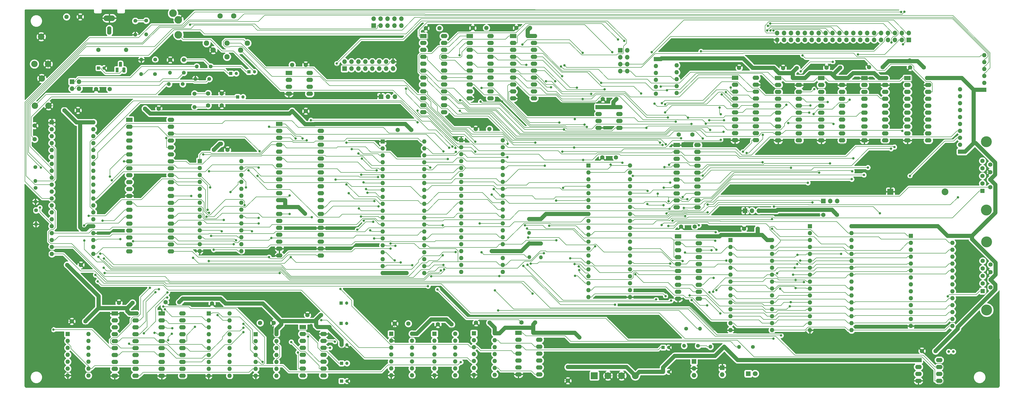
<source format=gtl>
G04 #@! TF.GenerationSoftware,KiCad,Pcbnew,(5.1.5)-3*
G04 #@! TF.CreationDate,2021-11-18T13:20:43-06:00*
G04 #@! TF.ProjectId,SBC,5342432e-6b69-4636-9164-5f7063625858,rev?*
G04 #@! TF.SameCoordinates,Original*
G04 #@! TF.FileFunction,Copper,L1,Top*
G04 #@! TF.FilePolarity,Positive*
%FSLAX46Y46*%
G04 Gerber Fmt 4.6, Leading zero omitted, Abs format (unit mm)*
G04 Created by KiCad (PCBNEW (5.1.5)-3) date 2021-11-18 13:20:43*
%MOMM*%
%LPD*%
G04 APERTURE LIST*
%ADD10O,1.700000X1.700000*%
%ADD11R,1.700000X1.700000*%
%ADD12C,1.600000*%
%ADD13O,1.600000X1.600000*%
%ADD14R,1.600000X1.600000*%
%ADD15O,1.400000X1.400000*%
%ADD16C,1.400000*%
%ADD17C,2.500000*%
%ADD18R,2.500000X2.500000*%
%ADD19R,2.170000X2.170000*%
%ADD20C,2.800000*%
%ADD21O,4.200000X2.100000*%
%ADD22O,1.550000X3.100000*%
%ADD23R,1.100000X1.800000*%
%ADD24C,0.150000*%
%ADD25C,1.500000*%
%ADD26C,1.000000*%
%ADD27O,2.400000X1.600000*%
%ADD28R,2.400000X1.600000*%
%ADD29C,2.340000*%
%ADD30C,1.950000*%
%ADD31C,4.000000*%
%ADD32C,1.800000*%
%ADD33R,1.800000X1.800000*%
%ADD34C,1.200000*%
%ADD35R,1.200000X1.200000*%
%ADD36C,0.889000*%
%ADD37C,0.203200*%
%ADD38C,1.500000*%
%ADD39C,0.254000*%
G04 APERTURE END LIST*
D10*
X166485000Y-74560000D03*
X166485000Y-77100000D03*
X163945000Y-74560000D03*
X163945000Y-77100000D03*
X161405000Y-74560000D03*
X161405000Y-77100000D03*
X158865000Y-74560000D03*
X158865000Y-77100000D03*
X156325000Y-74560000D03*
D11*
X156325000Y-77100000D03*
D12*
X48975000Y-164900000D03*
X43975000Y-164900000D03*
D10*
X304190000Y-79810000D03*
X304190000Y-82350000D03*
X306730000Y-79810000D03*
X306730000Y-82350000D03*
X309270000Y-79810000D03*
X309270000Y-82350000D03*
X311810000Y-79810000D03*
X311810000Y-82350000D03*
X314350000Y-79810000D03*
X314350000Y-82350000D03*
X316890000Y-79810000D03*
X316890000Y-82350000D03*
X319430000Y-79810000D03*
X319430000Y-82350000D03*
X321970000Y-79810000D03*
X321970000Y-82350000D03*
X324510000Y-79810000D03*
X324510000Y-82350000D03*
X327050000Y-79810000D03*
X327050000Y-82350000D03*
X329590000Y-79810000D03*
X329590000Y-82350000D03*
X332130000Y-79810000D03*
X332130000Y-82350000D03*
X334670000Y-79810000D03*
X334670000Y-82350000D03*
X337210000Y-79810000D03*
X337210000Y-82350000D03*
X339750000Y-79810000D03*
X339750000Y-82350000D03*
X342290000Y-79810000D03*
X342290000Y-82350000D03*
X344830000Y-79810000D03*
X344830000Y-82350000D03*
X347370000Y-79810000D03*
X347370000Y-82350000D03*
X349910000Y-79810000D03*
X349910000Y-82350000D03*
X352450000Y-79810000D03*
D11*
X352450000Y-82350000D03*
D13*
X368480000Y-154310000D03*
X353240000Y-187330000D03*
X368480000Y-156850000D03*
X353240000Y-184790000D03*
X368480000Y-159390000D03*
X353240000Y-182250000D03*
X368480000Y-161930000D03*
X353240000Y-179710000D03*
X368480000Y-164470000D03*
X353240000Y-177170000D03*
X368480000Y-167010000D03*
X353240000Y-174630000D03*
X368480000Y-169550000D03*
X353240000Y-172090000D03*
X368480000Y-172090000D03*
X353240000Y-169550000D03*
X368480000Y-174630000D03*
X353240000Y-167010000D03*
X368480000Y-177170000D03*
X353240000Y-164470000D03*
X368480000Y-179710000D03*
X353240000Y-161930000D03*
X368480000Y-182250000D03*
X353240000Y-159390000D03*
X368480000Y-184790000D03*
X353240000Y-156850000D03*
X368480000Y-187330000D03*
D14*
X353240000Y-154310000D03*
D15*
X275950000Y-188300000D03*
D16*
X270870000Y-188300000D03*
D13*
X186220000Y-190160000D03*
X178600000Y-205400000D03*
X186220000Y-192700000D03*
X178600000Y-202860000D03*
X186220000Y-195240000D03*
X178600000Y-200320000D03*
X186220000Y-197780000D03*
X178600000Y-197780000D03*
X186220000Y-200320000D03*
X178600000Y-195240000D03*
X186220000Y-202860000D03*
X178600000Y-192700000D03*
X186220000Y-205400000D03*
D14*
X178600000Y-190160000D03*
D13*
X170340000Y-190190000D03*
X162720000Y-205430000D03*
X170340000Y-192730000D03*
X162720000Y-202890000D03*
X170340000Y-195270000D03*
X162720000Y-200350000D03*
X170340000Y-197810000D03*
X162720000Y-197810000D03*
X170340000Y-200350000D03*
X162720000Y-195270000D03*
X170340000Y-202890000D03*
X162720000Y-192730000D03*
X170340000Y-205430000D03*
D14*
X162720000Y-190190000D03*
D13*
X120678000Y-190320000D03*
X113058000Y-205560000D03*
X120678000Y-192860000D03*
X113058000Y-203020000D03*
X120678000Y-195400000D03*
X113058000Y-200480000D03*
X120678000Y-197940000D03*
X113058000Y-197940000D03*
X120678000Y-200480000D03*
X113058000Y-195400000D03*
X120678000Y-203020000D03*
X113058000Y-192860000D03*
X120678000Y-205560000D03*
D14*
X113058000Y-190320000D03*
D17*
X252190000Y-205560000D03*
X247190000Y-205560000D03*
X242190000Y-205560000D03*
D18*
X237190000Y-205560000D03*
D10*
X164070000Y-103190000D03*
X161530000Y-103190000D03*
D11*
X158990000Y-103190000D03*
D10*
X163380000Y-90360000D03*
X163380000Y-92900000D03*
X160840000Y-90360000D03*
X160840000Y-92900000D03*
X158300000Y-90360000D03*
X158300000Y-92900000D03*
X155760000Y-90360000D03*
X155760000Y-92900000D03*
X153220000Y-90360000D03*
X153220000Y-92900000D03*
X150680000Y-90360000D03*
X150680000Y-92900000D03*
X148140000Y-90360000D03*
X148140000Y-92900000D03*
X145600000Y-90360000D03*
D11*
X145600000Y-92900000D03*
D17*
X365725000Y-138075000D03*
D19*
X345725000Y-138075000D03*
D20*
X84700000Y-80500000D03*
X84700000Y-75000000D03*
X82700000Y-72600000D03*
D21*
X59400000Y-74400000D03*
D22*
X59400000Y-78900000D03*
D23*
X62200000Y-93400000D03*
G04 #@! TA.AperFunction,ComponentPad*
D24*
G36*
X65041955Y-92501324D02*
G01*
X65068650Y-92505284D01*
X65094828Y-92511841D01*
X65120238Y-92520933D01*
X65144634Y-92532472D01*
X65167782Y-92546346D01*
X65189458Y-92562422D01*
X65209454Y-92580546D01*
X65227578Y-92600542D01*
X65243654Y-92622218D01*
X65257528Y-92645366D01*
X65269067Y-92669762D01*
X65278159Y-92695172D01*
X65284716Y-92721350D01*
X65288676Y-92748045D01*
X65290000Y-92775000D01*
X65290000Y-94025000D01*
X65288676Y-94051955D01*
X65284716Y-94078650D01*
X65278159Y-94104828D01*
X65269067Y-94130238D01*
X65257528Y-94154634D01*
X65243654Y-94177782D01*
X65227578Y-94199458D01*
X65209454Y-94219454D01*
X65189458Y-94237578D01*
X65167782Y-94253654D01*
X65144634Y-94267528D01*
X65120238Y-94279067D01*
X65094828Y-94288159D01*
X65068650Y-94294716D01*
X65041955Y-94298676D01*
X65015000Y-94300000D01*
X64465000Y-94300000D01*
X64438045Y-94298676D01*
X64411350Y-94294716D01*
X64385172Y-94288159D01*
X64359762Y-94279067D01*
X64335366Y-94267528D01*
X64312218Y-94253654D01*
X64290542Y-94237578D01*
X64270546Y-94219454D01*
X64252422Y-94199458D01*
X64236346Y-94177782D01*
X64222472Y-94154634D01*
X64210933Y-94130238D01*
X64201841Y-94104828D01*
X64195284Y-94078650D01*
X64191324Y-94051955D01*
X64190000Y-94025000D01*
X64190000Y-92775000D01*
X64191324Y-92748045D01*
X64195284Y-92721350D01*
X64201841Y-92695172D01*
X64210933Y-92669762D01*
X64222472Y-92645366D01*
X64236346Y-92622218D01*
X64252422Y-92600542D01*
X64270546Y-92580546D01*
X64290542Y-92562422D01*
X64312218Y-92546346D01*
X64335366Y-92532472D01*
X64359762Y-92520933D01*
X64385172Y-92511841D01*
X64411350Y-92505284D01*
X64438045Y-92501324D01*
X64465000Y-92500000D01*
X65015000Y-92500000D01*
X65041955Y-92501324D01*
G37*
G04 #@! TD.AperFunction*
G04 #@! TA.AperFunction,ComponentPad*
G36*
X63771955Y-90431324D02*
G01*
X63798650Y-90435284D01*
X63824828Y-90441841D01*
X63850238Y-90450933D01*
X63874634Y-90462472D01*
X63897782Y-90476346D01*
X63919458Y-90492422D01*
X63939454Y-90510546D01*
X63957578Y-90530542D01*
X63973654Y-90552218D01*
X63987528Y-90575366D01*
X63999067Y-90599762D01*
X64008159Y-90625172D01*
X64014716Y-90651350D01*
X64018676Y-90678045D01*
X64020000Y-90705000D01*
X64020000Y-91955000D01*
X64018676Y-91981955D01*
X64014716Y-92008650D01*
X64008159Y-92034828D01*
X63999067Y-92060238D01*
X63987528Y-92084634D01*
X63973654Y-92107782D01*
X63957578Y-92129458D01*
X63939454Y-92149454D01*
X63919458Y-92167578D01*
X63897782Y-92183654D01*
X63874634Y-92197528D01*
X63850238Y-92209067D01*
X63824828Y-92218159D01*
X63798650Y-92224716D01*
X63771955Y-92228676D01*
X63745000Y-92230000D01*
X63195000Y-92230000D01*
X63168045Y-92228676D01*
X63141350Y-92224716D01*
X63115172Y-92218159D01*
X63089762Y-92209067D01*
X63065366Y-92197528D01*
X63042218Y-92183654D01*
X63020542Y-92167578D01*
X63000546Y-92149454D01*
X62982422Y-92129458D01*
X62966346Y-92107782D01*
X62952472Y-92084634D01*
X62940933Y-92060238D01*
X62931841Y-92034828D01*
X62925284Y-92008650D01*
X62921324Y-91981955D01*
X62920000Y-91955000D01*
X62920000Y-90705000D01*
X62921324Y-90678045D01*
X62925284Y-90651350D01*
X62931841Y-90625172D01*
X62940933Y-90599762D01*
X62952472Y-90575366D01*
X62966346Y-90552218D01*
X62982422Y-90530542D01*
X63000546Y-90510546D01*
X63020542Y-90492422D01*
X63042218Y-90476346D01*
X63065366Y-90462472D01*
X63089762Y-90450933D01*
X63115172Y-90441841D01*
X63141350Y-90435284D01*
X63168045Y-90431324D01*
X63195000Y-90430000D01*
X63745000Y-90430000D01*
X63771955Y-90431324D01*
G37*
G04 #@! TD.AperFunction*
D12*
X353000000Y-92475000D03*
X358000000Y-92475000D03*
X337925000Y-92350000D03*
X342925000Y-92350000D03*
X357300000Y-196500000D03*
X362300000Y-196500000D03*
D25*
X90600000Y-102100000D03*
X90600000Y-107000000D03*
D12*
X131400000Y-108500000D03*
X126400000Y-108500000D03*
X47900000Y-108200000D03*
X42900000Y-108200000D03*
X80000000Y-178600000D03*
X85000000Y-178600000D03*
X48700000Y-73900000D03*
X43700000Y-73900000D03*
X131400000Y-91500000D03*
X126400000Y-91500000D03*
X77500000Y-107600000D03*
X72500000Y-107600000D03*
X132000000Y-183325000D03*
X137000000Y-183325000D03*
X102700000Y-122700000D03*
X97700000Y-122700000D03*
X165100000Y-115400000D03*
X170100000Y-115400000D03*
D26*
X368800000Y-196700000D03*
X367100000Y-196700000D03*
D13*
X174850000Y-119630000D03*
X159610000Y-167890000D03*
X174850000Y-122170000D03*
X159610000Y-165350000D03*
X174850000Y-124710000D03*
X159610000Y-162810000D03*
X174850000Y-127250000D03*
X159610000Y-160270000D03*
X174850000Y-129790000D03*
X159610000Y-157730000D03*
X174850000Y-132330000D03*
X159610000Y-155190000D03*
X174850000Y-134870000D03*
X159610000Y-152650000D03*
X174850000Y-137410000D03*
X159610000Y-150110000D03*
X174850000Y-139950000D03*
X159610000Y-147570000D03*
X174850000Y-142490000D03*
X159610000Y-145030000D03*
X174850000Y-145030000D03*
X159610000Y-142490000D03*
X174850000Y-147570000D03*
X159610000Y-139950000D03*
X174850000Y-150110000D03*
X159610000Y-137410000D03*
X174850000Y-152650000D03*
X159610000Y-134870000D03*
X174850000Y-155190000D03*
X159610000Y-132330000D03*
X174850000Y-157730000D03*
X159610000Y-129790000D03*
X174850000Y-160270000D03*
X159610000Y-127250000D03*
X174850000Y-162810000D03*
X159610000Y-124710000D03*
X174850000Y-165350000D03*
X159610000Y-122170000D03*
X174850000Y-167890000D03*
D14*
X159610000Y-119630000D03*
D13*
X203620000Y-119240000D03*
X188380000Y-167500000D03*
X203620000Y-121780000D03*
X188380000Y-164960000D03*
X203620000Y-124320000D03*
X188380000Y-162420000D03*
X203620000Y-126860000D03*
X188380000Y-159880000D03*
X203620000Y-129400000D03*
X188380000Y-157340000D03*
X203620000Y-131940000D03*
X188380000Y-154800000D03*
X203620000Y-134480000D03*
X188380000Y-152260000D03*
X203620000Y-137020000D03*
X188380000Y-149720000D03*
X203620000Y-139560000D03*
X188380000Y-147180000D03*
X203620000Y-142100000D03*
X188380000Y-144640000D03*
X203620000Y-144640000D03*
X188380000Y-142100000D03*
X203620000Y-147180000D03*
X188380000Y-139560000D03*
X203620000Y-149720000D03*
X188380000Y-137020000D03*
X203620000Y-152260000D03*
X188380000Y-134480000D03*
X203620000Y-154800000D03*
X188380000Y-131940000D03*
X203620000Y-157340000D03*
X188380000Y-129400000D03*
X203620000Y-159880000D03*
X188380000Y-126860000D03*
X203620000Y-162420000D03*
X188380000Y-124320000D03*
X203620000Y-164960000D03*
X188380000Y-121780000D03*
X203620000Y-167500000D03*
D14*
X188380000Y-119240000D03*
D13*
X53550000Y-112630000D03*
X38310000Y-160890000D03*
X53550000Y-115170000D03*
X38310000Y-158350000D03*
X53550000Y-117710000D03*
X38310000Y-155810000D03*
X53550000Y-120250000D03*
X38310000Y-153270000D03*
X53550000Y-122790000D03*
X38310000Y-150730000D03*
X53550000Y-125330000D03*
X38310000Y-148190000D03*
X53550000Y-127870000D03*
X38310000Y-145650000D03*
X53550000Y-130410000D03*
X38310000Y-143110000D03*
X53550000Y-132950000D03*
X38310000Y-140570000D03*
X53550000Y-135490000D03*
X38310000Y-138030000D03*
X53550000Y-138030000D03*
X38310000Y-135490000D03*
X53550000Y-140570000D03*
X38310000Y-132950000D03*
X53550000Y-143110000D03*
X38310000Y-130410000D03*
X53550000Y-145650000D03*
X38310000Y-127870000D03*
X53550000Y-148190000D03*
X38310000Y-125330000D03*
X53550000Y-150730000D03*
X38310000Y-122790000D03*
X53550000Y-153270000D03*
X38310000Y-120250000D03*
X53550000Y-155810000D03*
X38310000Y-117710000D03*
X53550000Y-158350000D03*
X38310000Y-115170000D03*
X53550000Y-160890000D03*
D14*
X38310000Y-112630000D03*
D13*
X51751700Y-190230000D03*
X44131700Y-205470000D03*
X51751700Y-192770000D03*
X44131700Y-202930000D03*
X51751700Y-195310000D03*
X44131700Y-200390000D03*
X51751700Y-197850000D03*
X44131700Y-197850000D03*
X51751700Y-200390000D03*
X44131700Y-195310000D03*
X51751700Y-202930000D03*
X44131700Y-192770000D03*
X51751700Y-205470000D03*
D14*
X44131700Y-190230000D03*
D13*
X107780000Y-126820000D03*
X92540000Y-159840000D03*
X107780000Y-129360000D03*
X92540000Y-157300000D03*
X107780000Y-131900000D03*
X92540000Y-154760000D03*
X107780000Y-134440000D03*
X92540000Y-152220000D03*
X107780000Y-136980000D03*
X92540000Y-149680000D03*
X107780000Y-139520000D03*
X92540000Y-147140000D03*
X107780000Y-142060000D03*
X92540000Y-144600000D03*
X107780000Y-144600000D03*
X92540000Y-142060000D03*
X107780000Y-147140000D03*
X92540000Y-139520000D03*
X107780000Y-149680000D03*
X92540000Y-136980000D03*
X107780000Y-152220000D03*
X92540000Y-134440000D03*
X107780000Y-154760000D03*
X92540000Y-131900000D03*
X107780000Y-157300000D03*
X92540000Y-129360000D03*
X107780000Y-159840000D03*
D14*
X92540000Y-126820000D03*
D13*
X103446700Y-182730000D03*
X95826700Y-205590000D03*
X103446700Y-185270000D03*
X95826700Y-203050000D03*
X103446700Y-187810000D03*
X95826700Y-200510000D03*
X103446700Y-190350000D03*
X95826700Y-197970000D03*
X103446700Y-192890000D03*
X95826700Y-195430000D03*
X103446700Y-195430000D03*
X95826700Y-192890000D03*
X103446700Y-197970000D03*
X95826700Y-190350000D03*
X103446700Y-200510000D03*
X95826700Y-187810000D03*
X103446700Y-203050000D03*
X95826700Y-185270000D03*
X103446700Y-205590000D03*
D14*
X95826700Y-182730000D03*
D27*
X86215000Y-182730000D03*
X78595000Y-205590000D03*
X86215000Y-185270000D03*
X78595000Y-203050000D03*
X86215000Y-187810000D03*
X78595000Y-200510000D03*
X86215000Y-190350000D03*
X78595000Y-197970000D03*
X86215000Y-192890000D03*
X78595000Y-195430000D03*
X86215000Y-195430000D03*
X78595000Y-192890000D03*
X86215000Y-197970000D03*
X78595000Y-190350000D03*
X86215000Y-200510000D03*
X78595000Y-187810000D03*
X86215000Y-203050000D03*
X78595000Y-185270000D03*
X86215000Y-205590000D03*
D28*
X78595000Y-182730000D03*
D27*
X68983300Y-182730000D03*
X61363300Y-205590000D03*
X68983300Y-185270000D03*
X61363300Y-203050000D03*
X68983300Y-187810000D03*
X61363300Y-200510000D03*
X68983300Y-190350000D03*
X61363300Y-197970000D03*
X68983300Y-192890000D03*
X61363300Y-195430000D03*
X68983300Y-195430000D03*
X61363300Y-192890000D03*
X68983300Y-197970000D03*
X61363300Y-190350000D03*
X68983300Y-200510000D03*
X61363300Y-187810000D03*
X68983300Y-203050000D03*
X61363300Y-185270000D03*
X68983300Y-205590000D03*
D28*
X61363300Y-182730000D03*
D27*
X81930000Y-111660000D03*
X66690000Y-159920000D03*
X81930000Y-114200000D03*
X66690000Y-157380000D03*
X81930000Y-116740000D03*
X66690000Y-154840000D03*
X81930000Y-119280000D03*
X66690000Y-152300000D03*
X81930000Y-121820000D03*
X66690000Y-149760000D03*
X81930000Y-124360000D03*
X66690000Y-147220000D03*
X81930000Y-126900000D03*
X66690000Y-144680000D03*
X81930000Y-129440000D03*
X66690000Y-142140000D03*
X81930000Y-131980000D03*
X66690000Y-139600000D03*
X81930000Y-134520000D03*
X66690000Y-137060000D03*
X81930000Y-137060000D03*
X66690000Y-134520000D03*
X81930000Y-139600000D03*
X66690000Y-131980000D03*
X81930000Y-142140000D03*
X66690000Y-129440000D03*
X81930000Y-144680000D03*
X66690000Y-126900000D03*
X81930000Y-147220000D03*
X66690000Y-124360000D03*
X81930000Y-149760000D03*
X66690000Y-121820000D03*
X81930000Y-152300000D03*
X66690000Y-119280000D03*
X81930000Y-154840000D03*
X66690000Y-116740000D03*
X81930000Y-157380000D03*
X66690000Y-114200000D03*
X81930000Y-159920000D03*
D28*
X66690000Y-111660000D03*
D27*
X296420000Y-96300000D03*
X288800000Y-119160000D03*
X296420000Y-98840000D03*
X288800000Y-116620000D03*
X296420000Y-101380000D03*
X288800000Y-114080000D03*
X296420000Y-103920000D03*
X288800000Y-111540000D03*
X296420000Y-106460000D03*
X288800000Y-109000000D03*
X296420000Y-109000000D03*
X288800000Y-106460000D03*
X296420000Y-111540000D03*
X288800000Y-103920000D03*
X296420000Y-114080000D03*
X288800000Y-101380000D03*
X296420000Y-116620000D03*
X288800000Y-98840000D03*
X296420000Y-119160000D03*
D28*
X288800000Y-96300000D03*
D27*
X312214000Y-96400000D03*
X304594000Y-119260000D03*
X312214000Y-98940000D03*
X304594000Y-116720000D03*
X312214000Y-101480000D03*
X304594000Y-114180000D03*
X312214000Y-104020000D03*
X304594000Y-111640000D03*
X312214000Y-106560000D03*
X304594000Y-109100000D03*
X312214000Y-109100000D03*
X304594000Y-106560000D03*
X312214000Y-111640000D03*
X304594000Y-104020000D03*
X312214000Y-114180000D03*
X304594000Y-101480000D03*
X312214000Y-116720000D03*
X304594000Y-98940000D03*
X312214000Y-119260000D03*
D28*
X304594000Y-96400000D03*
D27*
X328008000Y-96400000D03*
X320388000Y-119260000D03*
X328008000Y-98940000D03*
X320388000Y-116720000D03*
X328008000Y-101480000D03*
X320388000Y-114180000D03*
X328008000Y-104020000D03*
X320388000Y-111640000D03*
X328008000Y-106560000D03*
X320388000Y-109100000D03*
X328008000Y-109100000D03*
X320388000Y-106560000D03*
X328008000Y-111640000D03*
X320388000Y-104020000D03*
X328008000Y-114180000D03*
X320388000Y-101480000D03*
X328008000Y-116720000D03*
X320388000Y-98940000D03*
X328008000Y-119260000D03*
D28*
X320388000Y-96400000D03*
D27*
X343801000Y-96400000D03*
X336181000Y-119260000D03*
X343801000Y-98940000D03*
X336181000Y-116720000D03*
X343801000Y-101480000D03*
X336181000Y-114180000D03*
X343801000Y-104020000D03*
X336181000Y-111640000D03*
X343801000Y-106560000D03*
X336181000Y-109100000D03*
X343801000Y-109100000D03*
X336181000Y-106560000D03*
X343801000Y-111640000D03*
X336181000Y-104020000D03*
X343801000Y-114180000D03*
X336181000Y-101480000D03*
X343801000Y-116720000D03*
X336181000Y-98940000D03*
X343801000Y-119260000D03*
D28*
X336181000Y-96400000D03*
D27*
X359595000Y-96400000D03*
X351975000Y-119260000D03*
X359595000Y-98940000D03*
X351975000Y-116720000D03*
X359595000Y-101480000D03*
X351975000Y-114180000D03*
X359595000Y-104020000D03*
X351975000Y-111640000D03*
X359595000Y-106560000D03*
X351975000Y-109100000D03*
X359595000Y-109100000D03*
X351975000Y-106560000D03*
X359595000Y-111640000D03*
X351975000Y-104020000D03*
X359595000Y-114180000D03*
X351975000Y-101480000D03*
X359595000Y-116720000D03*
X351975000Y-98940000D03*
X359595000Y-119260000D03*
D28*
X351975000Y-96400000D03*
D27*
X199120000Y-80960000D03*
X191500000Y-103820000D03*
X199120000Y-83500000D03*
X191500000Y-101280000D03*
X199120000Y-86040000D03*
X191500000Y-98740000D03*
X199120000Y-88580000D03*
X191500000Y-96200000D03*
X199120000Y-91120000D03*
X191500000Y-93660000D03*
X199120000Y-93660000D03*
X191500000Y-91120000D03*
X199120000Y-96200000D03*
X191500000Y-88580000D03*
X199120000Y-98740000D03*
X191500000Y-86040000D03*
X199120000Y-101280000D03*
X191500000Y-83500000D03*
X199120000Y-103820000D03*
D28*
X191500000Y-80960000D03*
D27*
X182120000Y-80960000D03*
X174500000Y-108900000D03*
X182120000Y-83500000D03*
X174500000Y-106360000D03*
X182120000Y-86040000D03*
X174500000Y-103820000D03*
X182120000Y-88580000D03*
X174500000Y-101280000D03*
X182120000Y-91120000D03*
X174500000Y-98740000D03*
X182120000Y-93660000D03*
X174500000Y-96200000D03*
X182120000Y-96200000D03*
X174500000Y-93660000D03*
X182120000Y-98740000D03*
X174500000Y-91120000D03*
X182120000Y-101280000D03*
X174500000Y-88580000D03*
X182120000Y-103820000D03*
X174500000Y-86040000D03*
X182120000Y-106360000D03*
X174500000Y-83500000D03*
X182120000Y-108900000D03*
D28*
X174500000Y-80960000D03*
D27*
X215020000Y-80960000D03*
X207400000Y-103820000D03*
X215020000Y-83500000D03*
X207400000Y-101280000D03*
X215020000Y-86040000D03*
X207400000Y-98740000D03*
X215020000Y-88580000D03*
X207400000Y-96200000D03*
X215020000Y-91120000D03*
X207400000Y-93660000D03*
X215020000Y-93660000D03*
X207400000Y-91120000D03*
X215020000Y-96200000D03*
X207400000Y-88580000D03*
X215020000Y-98740000D03*
X207400000Y-86040000D03*
X215020000Y-101280000D03*
X207400000Y-83500000D03*
X215020000Y-103820000D03*
D28*
X207400000Y-80960000D03*
D27*
X137910000Y-187680000D03*
X130290000Y-205460000D03*
X137910000Y-190220000D03*
X130290000Y-202920000D03*
X137910000Y-192760000D03*
X130290000Y-200380000D03*
X137910000Y-195300000D03*
X130290000Y-197840000D03*
X137910000Y-197840000D03*
X130290000Y-195300000D03*
X137910000Y-200380000D03*
X130290000Y-192760000D03*
X137910000Y-202920000D03*
X130290000Y-190220000D03*
X137910000Y-205460000D03*
D28*
X130290000Y-187680000D03*
D27*
X363620000Y-199800000D03*
X356000000Y-207420000D03*
X363620000Y-202340000D03*
X356000000Y-204880000D03*
X363620000Y-204880000D03*
X356000000Y-202340000D03*
X363620000Y-207420000D03*
D28*
X356000000Y-199800000D03*
D27*
X136940000Y-113210000D03*
X121700000Y-161470000D03*
X136940000Y-115750000D03*
X121700000Y-158930000D03*
X136940000Y-118290000D03*
X121700000Y-156390000D03*
X136940000Y-120830000D03*
X121700000Y-153850000D03*
X136940000Y-123370000D03*
X121700000Y-151310000D03*
X136940000Y-125910000D03*
X121700000Y-148770000D03*
X136940000Y-128450000D03*
X121700000Y-146230000D03*
X136940000Y-130990000D03*
X121700000Y-143690000D03*
X136940000Y-133530000D03*
X121700000Y-141150000D03*
X136940000Y-136070000D03*
X121700000Y-138610000D03*
X136940000Y-138610000D03*
X121700000Y-136070000D03*
X136940000Y-141150000D03*
X121700000Y-133530000D03*
X136940000Y-143690000D03*
X121700000Y-130990000D03*
X136940000Y-146230000D03*
X121700000Y-128450000D03*
X136940000Y-148770000D03*
X121700000Y-125910000D03*
X136940000Y-151310000D03*
X121700000Y-123370000D03*
X136940000Y-153850000D03*
X121700000Y-120830000D03*
X136940000Y-156390000D03*
X121700000Y-118290000D03*
X136940000Y-158930000D03*
X121700000Y-115750000D03*
X136940000Y-161470000D03*
D28*
X121700000Y-113210000D03*
D27*
X275510000Y-154420000D03*
X267890000Y-177280000D03*
X275510000Y-156960000D03*
X267890000Y-174740000D03*
X275510000Y-159500000D03*
X267890000Y-172200000D03*
X275510000Y-162040000D03*
X267890000Y-169660000D03*
X275510000Y-164580000D03*
X267890000Y-167120000D03*
X275510000Y-167120000D03*
X267890000Y-164580000D03*
X275510000Y-169660000D03*
X267890000Y-162040000D03*
X275510000Y-172200000D03*
X267890000Y-159500000D03*
X275510000Y-174740000D03*
X267890000Y-156960000D03*
X275510000Y-177280000D03*
D28*
X267890000Y-154420000D03*
D27*
X275030000Y-120950000D03*
X267410000Y-143810000D03*
X275030000Y-123490000D03*
X267410000Y-141270000D03*
X275030000Y-126030000D03*
X267410000Y-138730000D03*
X275030000Y-128570000D03*
X267410000Y-136190000D03*
X275030000Y-131110000D03*
X267410000Y-133650000D03*
X275030000Y-133650000D03*
X267410000Y-131110000D03*
X275030000Y-136190000D03*
X267410000Y-128570000D03*
X275030000Y-138730000D03*
X267410000Y-126030000D03*
X275030000Y-141270000D03*
X267410000Y-123490000D03*
X275030000Y-143810000D03*
D28*
X267410000Y-120950000D03*
D27*
X216990000Y-189800000D03*
X209370000Y-205040000D03*
X216990000Y-192340000D03*
X209370000Y-202500000D03*
X216990000Y-194880000D03*
X209370000Y-199960000D03*
X216990000Y-197420000D03*
X209370000Y-197420000D03*
X216990000Y-199960000D03*
X209370000Y-194880000D03*
X216990000Y-202500000D03*
X209370000Y-192340000D03*
X216990000Y-205040000D03*
D28*
X209370000Y-189800000D03*
D13*
X302355000Y-155795000D03*
X287115000Y-188815000D03*
X302355000Y-158335000D03*
X287115000Y-186275000D03*
X302355000Y-160875000D03*
X287115000Y-183735000D03*
X302355000Y-163415000D03*
X287115000Y-181195000D03*
X302355000Y-165955000D03*
X287115000Y-178655000D03*
X302355000Y-168495000D03*
X287115000Y-176115000D03*
X302355000Y-171035000D03*
X287115000Y-173575000D03*
X302355000Y-173575000D03*
X287115000Y-171035000D03*
X302355000Y-176115000D03*
X287115000Y-168495000D03*
X302355000Y-178655000D03*
X287115000Y-165955000D03*
X302355000Y-181195000D03*
X287115000Y-163415000D03*
X302355000Y-183735000D03*
X287115000Y-160875000D03*
X302355000Y-186275000D03*
X287115000Y-158335000D03*
X302355000Y-188815000D03*
D14*
X287115000Y-155795000D03*
D13*
X250240000Y-128450000D03*
X235000000Y-176710000D03*
X250240000Y-130990000D03*
X235000000Y-174170000D03*
X250240000Y-133530000D03*
X235000000Y-171630000D03*
X250240000Y-136070000D03*
X235000000Y-169090000D03*
X250240000Y-138610000D03*
X235000000Y-166550000D03*
X250240000Y-141150000D03*
X235000000Y-164010000D03*
X250240000Y-143690000D03*
X235000000Y-161470000D03*
X250240000Y-146230000D03*
X235000000Y-158930000D03*
X250240000Y-148770000D03*
X235000000Y-156390000D03*
X250240000Y-151310000D03*
X235000000Y-153850000D03*
X250240000Y-153850000D03*
X235000000Y-151310000D03*
X250240000Y-156390000D03*
X235000000Y-148770000D03*
X250240000Y-158930000D03*
X235000000Y-146230000D03*
X250240000Y-161470000D03*
X235000000Y-143690000D03*
X250240000Y-164010000D03*
X235000000Y-141150000D03*
X250240000Y-166550000D03*
X235000000Y-138610000D03*
X250240000Y-169090000D03*
X235000000Y-136070000D03*
X250240000Y-171630000D03*
X235000000Y-133530000D03*
X250240000Y-174170000D03*
X235000000Y-130990000D03*
X250240000Y-176710000D03*
D14*
X235000000Y-128450000D03*
D13*
X331465000Y-150745000D03*
X316225000Y-188845000D03*
X331465000Y-153285000D03*
X316225000Y-186305000D03*
X331465000Y-155825000D03*
X316225000Y-183765000D03*
X331465000Y-158365000D03*
X316225000Y-181225000D03*
X331465000Y-160905000D03*
X316225000Y-178685000D03*
X331465000Y-163445000D03*
X316225000Y-176145000D03*
X331465000Y-165985000D03*
X316225000Y-173605000D03*
X331465000Y-168525000D03*
X316225000Y-171065000D03*
X331465000Y-171065000D03*
X316225000Y-168525000D03*
X331465000Y-173605000D03*
X316225000Y-165985000D03*
X331465000Y-176145000D03*
X316225000Y-163445000D03*
X331465000Y-178685000D03*
X316225000Y-160905000D03*
X331465000Y-181225000D03*
X316225000Y-158365000D03*
X331465000Y-183765000D03*
X316225000Y-155825000D03*
X331465000Y-186305000D03*
X316225000Y-153285000D03*
X331465000Y-188845000D03*
D14*
X316225000Y-150745000D03*
D13*
X200660000Y-190000000D03*
X193040000Y-205240000D03*
X200660000Y-192540000D03*
X193040000Y-202700000D03*
X200660000Y-195080000D03*
X193040000Y-200160000D03*
X200660000Y-197620000D03*
X193040000Y-197620000D03*
X200660000Y-200160000D03*
X193040000Y-195080000D03*
X200660000Y-202700000D03*
X193040000Y-192540000D03*
X200660000Y-205240000D03*
D14*
X193040000Y-190000000D03*
D29*
X37100000Y-106500000D03*
X34600000Y-96500000D03*
X32100000Y-106500000D03*
X36900000Y-91200000D03*
X34400000Y-81200000D03*
X31900000Y-91200000D03*
D13*
X371300000Y-100540000D03*
X371300000Y-103080000D03*
X371300000Y-105620000D03*
X371300000Y-108160000D03*
X371300000Y-110700000D03*
X371300000Y-113240000D03*
X371300000Y-115780000D03*
X371300000Y-118320000D03*
X371300000Y-120860000D03*
D14*
X371300000Y-123400000D03*
D13*
X380200000Y-88000000D03*
X380200000Y-90540000D03*
X380200000Y-93080000D03*
X380200000Y-95620000D03*
X380200000Y-98160000D03*
D14*
X380200000Y-100700000D03*
D13*
X267400000Y-101900000D03*
X267400000Y-99360000D03*
X267400000Y-96820000D03*
X267400000Y-94280000D03*
X267400000Y-91740000D03*
D14*
X267400000Y-89200000D03*
D13*
X259800000Y-102100000D03*
X259800000Y-99560000D03*
X259800000Y-97020000D03*
X259800000Y-94480000D03*
X259800000Y-91940000D03*
D14*
X259800000Y-89400000D03*
D15*
X213300000Y-153180000D03*
D16*
X213300000Y-148100000D03*
D15*
X217600000Y-162180000D03*
D16*
X217600000Y-157100000D03*
D15*
X81220000Y-98600000D03*
D16*
X86300000Y-98600000D03*
D15*
X81620000Y-94400000D03*
D16*
X86700000Y-94400000D03*
D15*
X91420000Y-92100000D03*
D16*
X96500000Y-92100000D03*
D15*
X32300000Y-134080000D03*
D16*
X32300000Y-129000000D03*
D15*
X90920000Y-96700000D03*
D16*
X96000000Y-96700000D03*
D15*
X32315000Y-141715000D03*
D16*
X32315000Y-136635000D03*
D15*
X32500000Y-149980000D03*
D16*
X32500000Y-144900000D03*
D15*
X71020000Y-94900000D03*
D16*
X76100000Y-94900000D03*
D15*
X71120000Y-89600000D03*
D16*
X76200000Y-89600000D03*
D15*
X68900000Y-80480000D03*
D16*
X68900000Y-75400000D03*
D15*
X72900000Y-80380000D03*
D16*
X72900000Y-75300000D03*
D15*
X213400000Y-162080000D03*
D16*
X213400000Y-157000000D03*
D15*
X290220000Y-195000000D03*
D16*
X295300000Y-195000000D03*
D15*
X279720000Y-194900000D03*
D16*
X284800000Y-194900000D03*
D15*
X270120000Y-194600000D03*
D16*
X275200000Y-194600000D03*
D10*
X48240000Y-100240000D03*
X45700000Y-100240000D03*
X48240000Y-97700000D03*
D11*
X45700000Y-97700000D03*
D27*
X132820000Y-94500000D03*
X125200000Y-102120000D03*
X132820000Y-97040000D03*
X125200000Y-99580000D03*
X132820000Y-99580000D03*
X125200000Y-97040000D03*
X132820000Y-102120000D03*
D28*
X125200000Y-94500000D03*
D27*
X246420000Y-107000000D03*
X238800000Y-114620000D03*
X246420000Y-109540000D03*
X238800000Y-112080000D03*
X246420000Y-112080000D03*
X238800000Y-109540000D03*
X246420000Y-114620000D03*
D28*
X238800000Y-107000000D03*
D10*
X284100000Y-205140000D03*
D11*
X284100000Y-202600000D03*
D13*
X65560000Y-86000000D03*
D12*
X55400000Y-86000000D03*
D10*
X297555000Y-145025000D03*
X295015000Y-145025000D03*
D11*
X292475000Y-145025000D03*
D10*
X326255000Y-141525000D03*
X323715000Y-141525000D03*
D11*
X321175000Y-141525000D03*
D10*
X273700000Y-205380000D03*
X273700000Y-202840000D03*
D11*
X273700000Y-200300000D03*
D30*
X102500000Y-83600000D03*
X97500000Y-86100000D03*
X95000000Y-83600000D03*
X107500000Y-86100000D03*
X110000000Y-83600000D03*
X105000000Y-73600000D03*
X100000000Y-73600000D03*
X102500000Y-88600000D03*
D31*
X381020000Y-156460000D03*
X381020000Y-181460000D03*
D12*
X382440000Y-164805000D03*
X382440000Y-167575000D03*
X382440000Y-170345000D03*
X382440000Y-173115000D03*
X379600000Y-163420000D03*
X379600000Y-166190000D03*
X379600000Y-168960000D03*
X379600000Y-171730000D03*
D14*
X379600000Y-174500000D03*
D31*
X380920000Y-119760000D03*
X380920000Y-144760000D03*
D12*
X382340000Y-128105000D03*
X382340000Y-130875000D03*
X382340000Y-133645000D03*
X382340000Y-136415000D03*
X379500000Y-126720000D03*
X379500000Y-129490000D03*
X379500000Y-132260000D03*
X379500000Y-135030000D03*
D14*
X379500000Y-137800000D03*
D10*
X249240000Y-93780000D03*
X246700000Y-93780000D03*
X249240000Y-91240000D03*
X246700000Y-91240000D03*
X249240000Y-88700000D03*
X246700000Y-88700000D03*
X249240000Y-86160000D03*
D11*
X246700000Y-86160000D03*
D32*
X296140000Y-204800000D03*
D33*
X293600000Y-204800000D03*
D34*
X112600000Y-94100000D03*
D35*
X110600000Y-94100000D03*
D34*
X108400000Y-103300000D03*
D35*
X106400000Y-103300000D03*
D12*
X81700000Y-89700000D03*
X86700000Y-89700000D03*
X32000000Y-118800000D03*
X32000000Y-113800000D03*
X54500000Y-100400000D03*
X59500000Y-100400000D03*
D34*
X105900000Y-94700000D03*
D35*
X103900000Y-94700000D03*
D34*
X57400000Y-92700000D03*
D35*
X55400000Y-92700000D03*
D12*
X100600000Y-102000000D03*
X95600000Y-102000000D03*
X100600000Y-106400000D03*
X95600000Y-106400000D03*
X192600000Y-78000000D03*
X197600000Y-78000000D03*
X322300000Y-92550000D03*
X327300000Y-92550000D03*
X268140000Y-117100000D03*
X273140000Y-117100000D03*
X306375000Y-92725000D03*
X311375000Y-92725000D03*
X175400000Y-78100000D03*
X180400000Y-78100000D03*
X208600000Y-78000000D03*
X213600000Y-78000000D03*
X119675000Y-186200000D03*
X114675000Y-186200000D03*
X193700000Y-115100000D03*
X198700000Y-115100000D03*
X45625000Y-185600000D03*
X50625000Y-185600000D03*
X62875000Y-178850000D03*
X67875000Y-178850000D03*
D34*
X146500000Y-207500000D03*
D35*
X144500000Y-207500000D03*
D12*
X210510000Y-186040000D03*
X215510000Y-186040000D03*
X193810000Y-186140000D03*
X198810000Y-186140000D03*
X164010000Y-186440000D03*
X169010000Y-186440000D03*
X321175000Y-146525000D03*
X326175000Y-146525000D03*
D34*
X146500000Y-194200000D03*
D35*
X144500000Y-194200000D03*
D34*
X146500000Y-201000000D03*
D35*
X144500000Y-201000000D03*
D12*
X227490000Y-207390000D03*
X227490000Y-202390000D03*
D34*
X146400000Y-186400000D03*
D35*
X144400000Y-186400000D03*
D12*
X290275000Y-92675000D03*
X295275000Y-92675000D03*
X269000000Y-150900000D03*
X274000000Y-150900000D03*
X97025000Y-179100000D03*
X102025000Y-179100000D03*
D34*
X146400000Y-178900000D03*
D35*
X144400000Y-178900000D03*
D12*
X292075000Y-151625000D03*
X297075000Y-151625000D03*
X179810000Y-186740000D03*
X184810000Y-186740000D03*
X240100000Y-125500000D03*
X245100000Y-125500000D03*
D34*
X264400000Y-195200000D03*
D35*
X262400000Y-195200000D03*
D12*
X240300000Y-104100000D03*
X245300000Y-104100000D03*
D34*
X264400000Y-204100000D03*
D35*
X262400000Y-204100000D03*
D36*
X133397600Y-186984900D03*
X282527800Y-188804900D03*
X203383300Y-105007600D03*
X352803900Y-89936100D03*
X199561300Y-159825600D03*
X168404500Y-167919200D03*
X165548800Y-113210000D03*
X100337000Y-120486000D03*
X98978500Y-109407100D03*
X131137700Y-146140200D03*
X217600000Y-148100000D03*
X231732600Y-191491400D03*
X95924000Y-130570500D03*
X157949600Y-132715300D03*
X218660900Y-160628500D03*
X33921400Y-143873500D03*
X34277900Y-129225900D03*
X370487000Y-140102900D03*
X214586800Y-175414000D03*
X225453900Y-123391700D03*
X302869000Y-191964300D03*
X352881600Y-132237400D03*
X350892500Y-72050900D03*
X349645200Y-72148400D03*
X305668200Y-190803800D03*
X366761000Y-176434200D03*
X215564300Y-120046900D03*
X130221400Y-118535200D03*
X117955300Y-114237300D03*
X193586800Y-123394500D03*
X195810400Y-160305300D03*
X205447600Y-120505600D03*
X205360700Y-125365000D03*
X148239800Y-122429600D03*
X146314500Y-120027300D03*
X186290300Y-121979400D03*
X176180900Y-172690700D03*
X54309500Y-168602200D03*
X264973400Y-134730100D03*
X179702000Y-173895900D03*
X200758500Y-174289800D03*
X55379900Y-161998700D03*
X181886500Y-164902100D03*
X186395900Y-160216800D03*
X56072600Y-160762000D03*
X182112800Y-166526900D03*
X57325600Y-165987900D03*
X181640400Y-161422700D03*
X57445100Y-162592600D03*
X183971500Y-121914000D03*
X180969400Y-166990100D03*
X50224100Y-155961200D03*
X185180200Y-121471300D03*
X110371900Y-130212000D03*
X164218100Y-157908400D03*
X164012000Y-163220100D03*
X226108000Y-115243400D03*
X223278600Y-155897400D03*
X256290300Y-114620000D03*
X140282900Y-195300000D03*
X128526000Y-197036800D03*
X142056900Y-193015600D03*
X89031200Y-76788600D03*
X80267400Y-118389100D03*
X223151000Y-141326700D03*
X225724900Y-136658600D03*
X261526600Y-99453500D03*
X301659400Y-76399900D03*
X276257400Y-86578500D03*
X226251300Y-91733100D03*
X137110600Y-185170900D03*
X315494300Y-134776300D03*
X264746700Y-144326000D03*
X237511100Y-158107400D03*
X162466000Y-157037900D03*
X187801700Y-87986700D03*
X211743300Y-150397900D03*
X131756400Y-119206400D03*
X146333300Y-135389100D03*
X281536800Y-156016400D03*
X263110500Y-108957700D03*
X200339300Y-137052900D03*
X263133600Y-105977400D03*
X260459800Y-138742300D03*
X113708400Y-132243500D03*
X264421000Y-141578200D03*
X271310700Y-140782800D03*
X57667600Y-167933000D03*
X121813400Y-167933000D03*
X133257700Y-111816700D03*
X172356400Y-112631300D03*
X302369700Y-151630200D03*
X281921300Y-159327200D03*
X261971500Y-105625300D03*
X256719000Y-137797300D03*
X256599500Y-142598700D03*
X262573400Y-143043300D03*
X181902000Y-123304100D03*
X284717500Y-111888700D03*
X279323300Y-111888700D03*
X265863900Y-148676200D03*
X302340800Y-148087200D03*
X309242700Y-178602200D03*
X298846400Y-127296300D03*
X243790600Y-86910600D03*
X133640800Y-147429900D03*
X156569500Y-141510000D03*
X233096600Y-126415000D03*
X263812600Y-100830000D03*
X231451700Y-165448200D03*
X239688300Y-98106200D03*
X251316900Y-132266800D03*
X309320900Y-129330200D03*
X276938700Y-132159600D03*
X158099800Y-143466700D03*
X247524800Y-127393900D03*
X210822700Y-84120100D03*
X232903900Y-87131100D03*
X230102300Y-168889700D03*
X229794900Y-121869200D03*
X168125100Y-100212000D03*
X304199700Y-168003600D03*
X283514900Y-119022000D03*
X281711800Y-152913800D03*
X220649400Y-150510800D03*
X311004500Y-173369400D03*
X142304600Y-133647900D03*
X230841000Y-99888500D03*
X219048200Y-128540300D03*
X263290700Y-176341500D03*
X280737500Y-174767900D03*
X310963900Y-170440400D03*
X212498000Y-151551900D03*
X259263900Y-105744500D03*
X95867400Y-163489600D03*
X150317900Y-151978500D03*
X156171700Y-149095800D03*
X195486400Y-104990300D03*
X272801900Y-113179200D03*
X314020300Y-171240800D03*
X310096500Y-168453100D03*
X236088300Y-102179800D03*
X231680100Y-166836600D03*
X278535900Y-179757900D03*
X281923800Y-174186000D03*
X283151800Y-107228800D03*
X283524700Y-109626600D03*
X264142100Y-110836600D03*
X310651400Y-165985000D03*
X232935900Y-104033900D03*
X284537500Y-116049500D03*
X305343400Y-173639300D03*
X311577200Y-164570900D03*
X224410300Y-112740100D03*
X228316300Y-162467600D03*
X312679800Y-163345700D03*
X291664500Y-123390800D03*
X211185400Y-165290300D03*
X265310100Y-178002700D03*
X90093600Y-162313200D03*
X125875600Y-162058800D03*
X166229200Y-164020500D03*
X279393700Y-174957100D03*
X311631500Y-161176700D03*
X230007300Y-111442500D03*
X229993800Y-164630800D03*
X267076400Y-112389900D03*
X327643000Y-160905000D03*
X244773300Y-179541100D03*
X177415600Y-169096100D03*
X202360400Y-168990300D03*
X308853600Y-180069000D03*
X118795800Y-155011000D03*
X271525200Y-110884900D03*
X270457200Y-160367300D03*
X95008200Y-147206500D03*
X125450200Y-139494700D03*
X212713300Y-164831400D03*
X259848600Y-177594000D03*
X298929100Y-117173600D03*
X293061700Y-123858800D03*
X157408500Y-130264700D03*
X272095800Y-176124000D03*
X181596800Y-150405300D03*
X195177200Y-149720000D03*
X264378300Y-150658000D03*
X278055900Y-113123400D03*
X117905600Y-162048300D03*
X213868400Y-164411300D03*
X272904300Y-177793000D03*
X162516800Y-158886000D03*
X212929300Y-154824800D03*
X93789500Y-124420700D03*
X183509600Y-126080300D03*
X285593400Y-163334400D03*
X63418500Y-155486300D03*
X177016900Y-129220300D03*
X201959100Y-181598100D03*
X258257200Y-86889600D03*
X243202300Y-128073500D03*
X254312000Y-102063400D03*
X319654400Y-131095200D03*
X280155900Y-159500000D03*
X278725000Y-145669100D03*
X270545600Y-146984500D03*
X262855500Y-129028100D03*
X275520900Y-150360600D03*
X262606100Y-136611600D03*
X269569100Y-140032400D03*
X280890600Y-169654200D03*
X269577100Y-163532900D03*
X264586900Y-128190200D03*
X252234400Y-168336100D03*
X233630600Y-113454100D03*
X195848400Y-99972900D03*
X265023500Y-164436500D03*
X283424400Y-182722800D03*
X261857900Y-150310300D03*
X350123400Y-115715900D03*
X240989100Y-100549700D03*
X323611300Y-127683500D03*
X234463900Y-114275900D03*
X276924800Y-118517000D03*
X347187700Y-121643400D03*
X245839700Y-82233500D03*
X199547500Y-139155800D03*
X193579200Y-119732200D03*
X336017800Y-131895600D03*
X345952600Y-122289200D03*
X268962700Y-118426900D03*
X187846900Y-108367700D03*
X262182500Y-120936900D03*
X331692900Y-130576200D03*
X337488700Y-129179400D03*
X248143400Y-82748400D03*
X261269000Y-120107300D03*
X278706300Y-142732900D03*
X263395700Y-120658100D03*
X331546200Y-133476000D03*
X172378200Y-108322000D03*
X332127300Y-125825100D03*
X142780300Y-91046300D03*
X125453100Y-146230000D03*
X132235400Y-191204400D03*
X126061700Y-193175900D03*
X188249000Y-200574700D03*
X225406600Y-95671500D03*
X222886700Y-97581900D03*
X221363900Y-99750600D03*
X225000800Y-92135700D03*
X212296100Y-91493600D03*
X219461700Y-97584900D03*
X127671100Y-118535200D03*
X50148400Y-150444100D03*
X56881400Y-148665900D03*
X99037400Y-183279400D03*
X100626600Y-152559500D03*
X95455000Y-144673800D03*
X95944200Y-145801700D03*
X105857000Y-155875700D03*
X114177900Y-129237200D03*
X68041900Y-156208700D03*
X105017300Y-157300000D03*
X79731100Y-181190500D03*
X97613100Y-159358100D03*
X89448500Y-139600000D03*
X109003100Y-142986700D03*
X82513700Y-188131500D03*
X96698100Y-154257100D03*
X64773900Y-126900000D03*
X75986400Y-189827400D03*
X111705900Y-152556300D03*
X101312200Y-148405400D03*
X59646700Y-132472600D03*
X114130300Y-149680000D03*
X38905400Y-188630600D03*
X114439900Y-123233400D03*
X114105800Y-147656100D03*
X79129700Y-180174800D03*
X77528600Y-173833100D03*
X76261100Y-174957300D03*
X80692500Y-175023700D03*
X80627600Y-176910800D03*
X72046700Y-189998200D03*
X74243400Y-173292300D03*
X82288600Y-190145400D03*
X80969000Y-192529300D03*
X51786500Y-146908300D03*
X96396200Y-136458300D03*
X103795000Y-138187500D03*
X90787300Y-187668900D03*
X108552800Y-187962100D03*
X60253600Y-133839800D03*
X66650900Y-193845200D03*
X109459500Y-136464300D03*
X108574700Y-189542200D03*
X108560900Y-186523900D03*
X115559200Y-200487100D03*
X55117400Y-170956600D03*
X186417900Y-123452200D03*
X170467600Y-165037600D03*
X156502500Y-155190000D03*
X155064100Y-152199400D03*
X152681100Y-148645600D03*
X151668700Y-147125900D03*
X150868200Y-144162800D03*
X147192500Y-138611100D03*
X153977600Y-138435800D03*
X153520100Y-137065500D03*
X152605100Y-134592000D03*
X151690100Y-131830800D03*
X152012600Y-125885200D03*
X150752500Y-124027200D03*
X313531500Y-88025700D03*
X350366500Y-84007800D03*
X333870100Y-87752800D03*
X317817300Y-100403500D03*
X322755400Y-105175900D03*
X316430500Y-106448800D03*
X315987400Y-109100000D03*
X330775800Y-104331800D03*
X317552900Y-109581800D03*
X324844400Y-113196000D03*
X308307600Y-112910000D03*
X324625100Y-90444700D03*
X312860500Y-93879000D03*
X307641300Y-106138500D03*
X300827300Y-77200300D03*
X283888900Y-102350300D03*
X300580700Y-78901400D03*
X285434800Y-101525600D03*
X301724100Y-78889900D03*
X287157000Y-99806600D03*
X302867500Y-78915800D03*
X144085200Y-173748200D03*
X270043200Y-144011100D03*
X263687900Y-146092200D03*
X317127100Y-142018900D03*
X346112600Y-83301200D03*
X341852300Y-145970700D03*
X303030900Y-143558800D03*
X279665700Y-115446900D03*
X188003700Y-104527500D03*
D37*
X284100000Y-202600000D02*
X282894100Y-202600000D01*
X273700000Y-202840000D02*
X282654100Y-202840000D01*
X282654100Y-202840000D02*
X282894100Y-202600000D01*
X266334100Y-177280000D02*
X266254400Y-177200300D01*
X266254400Y-177200300D02*
X261543500Y-177200300D01*
X261543500Y-177200300D02*
X261053200Y-176710000D01*
X261053200Y-176710000D02*
X251395900Y-176710000D01*
X163380000Y-90360000D02*
X162174100Y-90360000D01*
X131400000Y-91500000D02*
X131746700Y-91846700D01*
X131746700Y-91846700D02*
X143514800Y-91846700D01*
X143514800Y-91846700D02*
X143731500Y-91630000D01*
X143731500Y-91630000D02*
X161278900Y-91630000D01*
X161278900Y-91630000D02*
X162174100Y-90734800D01*
X162174100Y-90734800D02*
X162174100Y-90360000D01*
X133397600Y-187263500D02*
X133397600Y-186984900D01*
X133397600Y-187263500D02*
X136354100Y-190220000D01*
X119675000Y-186200000D02*
X119513900Y-186361100D01*
X119513900Y-186361100D02*
X119513900Y-190825500D01*
X119513900Y-190825500D02*
X120189300Y-191500900D01*
X120189300Y-191500900D02*
X122265900Y-191500900D01*
X122265900Y-191500900D02*
X124930800Y-188836000D01*
X124930800Y-188836000D02*
X131825100Y-188836000D01*
X131825100Y-188836000D02*
X133397600Y-187263500D01*
X121700000Y-161470000D02*
X120144100Y-161470000D01*
X92540000Y-159840000D02*
X93695900Y-159840000D01*
X93695900Y-159840000D02*
X94851800Y-160995900D01*
X94851800Y-160995900D02*
X119670000Y-160995900D01*
X119670000Y-160995900D02*
X120144100Y-161470000D01*
X292075000Y-151625000D02*
X291644000Y-152056000D01*
X291644000Y-152056000D02*
X270156000Y-152056000D01*
X270156000Y-152056000D02*
X269000000Y-150900000D01*
X267890000Y-177280000D02*
X269445900Y-177280000D01*
X282527800Y-188804900D02*
X280970800Y-188804900D01*
X280970800Y-188804900D02*
X269445900Y-177280000D01*
X285959100Y-188815000D02*
X285949000Y-188804900D01*
X285949000Y-188804900D02*
X282527800Y-188804900D01*
X287115000Y-188815000D02*
X285959100Y-188815000D01*
X268965900Y-120950000D02*
X270121800Y-119794100D01*
X270121800Y-119794100D02*
X282507800Y-119794100D01*
X282507800Y-119794100D02*
X282536100Y-119822400D01*
X282536100Y-119822400D02*
X286581700Y-119822400D01*
X286581700Y-119822400D02*
X287244100Y-119160000D01*
X209370000Y-205040000D02*
X210925900Y-205040000D01*
X227490000Y-207390000D02*
X213275900Y-207390000D01*
X213275900Y-207390000D02*
X210925900Y-205040000D01*
X136940000Y-158930000D02*
X121700000Y-158930000D01*
X328008000Y-98940000D02*
X329563900Y-98940000D01*
X343801000Y-98940000D02*
X342245100Y-98940000D01*
X342245100Y-98940000D02*
X341054600Y-100130500D01*
X341054600Y-100130500D02*
X330754400Y-100130500D01*
X330754400Y-100130500D02*
X329563900Y-98940000D01*
X353582400Y-97670000D02*
X350762500Y-97670000D01*
X350762500Y-97670000D02*
X349492500Y-98940000D01*
X349492500Y-98940000D02*
X343801000Y-98940000D01*
X337925000Y-92350000D02*
X336967500Y-91392500D01*
X336967500Y-91392500D02*
X323457500Y-91392500D01*
X323457500Y-91392500D02*
X322300000Y-92550000D01*
X292475000Y-145025000D02*
X293680900Y-145025000D01*
X321175000Y-146525000D02*
X294804100Y-146525000D01*
X294804100Y-146525000D02*
X293680900Y-145401800D01*
X293680900Y-145401800D02*
X293680900Y-145025000D01*
X326452100Y-98940000D02*
X325261600Y-100130500D01*
X325261600Y-100130500D02*
X318676300Y-100130500D01*
X318676300Y-100130500D02*
X317485800Y-98940000D01*
X317485800Y-98940000D02*
X313769900Y-98940000D01*
X187224100Y-119240000D02*
X186395900Y-119240000D01*
X186395900Y-119240000D02*
X176055900Y-108900000D01*
X119675000Y-186200000D02*
X113952300Y-180477300D01*
X113952300Y-180477300D02*
X98402300Y-180477300D01*
X98402300Y-180477300D02*
X97025000Y-179100000D01*
X81700000Y-89700000D02*
X85300000Y-86100000D01*
X85300000Y-86100000D02*
X97500000Y-86100000D01*
X72175900Y-89600000D02*
X73232400Y-90656500D01*
X73232400Y-90656500D02*
X80743500Y-90656500D01*
X80743500Y-90656500D02*
X81700000Y-89700000D01*
X68900000Y-80480000D02*
X69955900Y-80480000D01*
X69955900Y-80480000D02*
X75435900Y-75000000D01*
X75435900Y-75000000D02*
X84700000Y-75000000D01*
X68372100Y-80480000D02*
X68900000Y-80480000D01*
X34600000Y-96500000D02*
X36900000Y-94200000D01*
X36900000Y-94200000D02*
X36900000Y-91200000D01*
X32315000Y-141715000D02*
X32315000Y-142770900D01*
X32500000Y-149980000D02*
X32500000Y-148924100D01*
X32500000Y-148924100D02*
X31432800Y-147856900D01*
X31432800Y-147856900D02*
X31432800Y-143653100D01*
X31432800Y-143653100D02*
X32315000Y-142770900D01*
X37838400Y-159538900D02*
X32500000Y-154200500D01*
X32500000Y-154200500D02*
X32500000Y-149980000D01*
X358039100Y-98940000D02*
X356769100Y-97670000D01*
X356769100Y-97670000D02*
X353582400Y-97670000D01*
X353582400Y-97670000D02*
X353582400Y-93057400D01*
X353582400Y-93057400D02*
X353000000Y-92475000D01*
X359595000Y-98940000D02*
X358039100Y-98940000D01*
X208955900Y-103820000D02*
X210427700Y-105291800D01*
X210427700Y-105291800D02*
X239108200Y-105291800D01*
X239108200Y-105291800D02*
X240300000Y-104100000D01*
X40785000Y-185600000D02*
X38076000Y-188309000D01*
X38076000Y-188309000D02*
X38076000Y-198573300D01*
X38076000Y-198573300D02*
X43816800Y-204314100D01*
X43816800Y-204314100D02*
X44131700Y-204314100D01*
X45625000Y-185600000D02*
X40785000Y-185600000D01*
X40785000Y-185600000D02*
X37116700Y-181931700D01*
X37116700Y-181931700D02*
X37116700Y-160260600D01*
X37116700Y-160260600D02*
X37838400Y-159538900D01*
X37838400Y-159538900D02*
X43613900Y-159538900D01*
X43613900Y-159538900D02*
X48975000Y-164900000D01*
X59807400Y-182730000D02*
X55742700Y-186794700D01*
X55742700Y-186794700D02*
X46819700Y-186794700D01*
X46819700Y-186794700D02*
X45625000Y-185600000D01*
X36900000Y-83700000D02*
X34400000Y-81200000D01*
X36900000Y-91200000D02*
X36900000Y-83700000D01*
X48700000Y-73900000D02*
X38900000Y-83700000D01*
X38900000Y-83700000D02*
X36900000Y-83700000D01*
X316225000Y-188845000D02*
X315069100Y-188845000D01*
X287115000Y-188815000D02*
X288270900Y-188815000D01*
X288270900Y-188815000D02*
X289437300Y-189981400D01*
X289437300Y-189981400D02*
X313932700Y-189981400D01*
X313932700Y-189981400D02*
X315069100Y-188845000D01*
X80000000Y-178600000D02*
X81175100Y-179775100D01*
X81175100Y-179775100D02*
X96349900Y-179775100D01*
X96349900Y-179775100D02*
X97025000Y-179100000D01*
X356000000Y-207420000D02*
X357555900Y-207420000D01*
X357300000Y-196500000D02*
X361780600Y-200980600D01*
X361780600Y-200980600D02*
X364340800Y-200980600D01*
X364340800Y-200980600D02*
X365215800Y-201855600D01*
X365215800Y-201855600D02*
X365215800Y-207912800D01*
X365215800Y-207912800D02*
X364536400Y-208592200D01*
X364536400Y-208592200D02*
X358728100Y-208592200D01*
X358728100Y-208592200D02*
X357555900Y-207420000D01*
X349841200Y-133082600D02*
X346289700Y-136634100D01*
X346289700Y-136634100D02*
X345725000Y-136634100D01*
X349841200Y-120415900D02*
X349841200Y-133082600D01*
X382340000Y-130875000D02*
X355960100Y-130875000D01*
X355960100Y-130875000D02*
X353752500Y-133082600D01*
X353752500Y-133082600D02*
X349841200Y-133082600D01*
X203383300Y-105007600D02*
X196635700Y-105007600D01*
X196635700Y-105007600D02*
X195448100Y-103820000D01*
X195448100Y-103820000D02*
X193055900Y-103820000D01*
X44131700Y-205470000D02*
X44131700Y-204314100D01*
X44131700Y-204314100D02*
X58531500Y-204314100D01*
X58531500Y-204314100D02*
X59807400Y-205590000D01*
X174500000Y-108900000D02*
X176055900Y-108900000D01*
X350419100Y-119260000D02*
X349841200Y-119837900D01*
X349841200Y-119837900D02*
X349841200Y-120415900D01*
X349841200Y-120415900D02*
X338892800Y-120415900D01*
X338892800Y-120415900D02*
X337736900Y-119260000D01*
X193810000Y-186140000D02*
X194966000Y-184984000D01*
X194966000Y-184984000D02*
X209454000Y-184984000D01*
X209454000Y-184984000D02*
X210510000Y-186040000D01*
X179810000Y-186740000D02*
X180990400Y-187920400D01*
X180990400Y-187920400D02*
X192029600Y-187920400D01*
X192029600Y-187920400D02*
X193810000Y-186140000D01*
X61363300Y-182730000D02*
X59807400Y-182730000D01*
X345725000Y-138075000D02*
X345725000Y-136634100D01*
X192600000Y-78000000D02*
X191319500Y-79280500D01*
X191319500Y-79280500D02*
X176099700Y-79280500D01*
X176099700Y-79280500D02*
X176099700Y-78799700D01*
X176099700Y-78799700D02*
X175400000Y-78100000D01*
X164585900Y-90360000D02*
X172829900Y-82116000D01*
X172829900Y-82116000D02*
X175855900Y-82116000D01*
X175855900Y-82116000D02*
X176099700Y-81872200D01*
X176099700Y-81872200D02*
X176099700Y-79280500D01*
X208600000Y-78000000D02*
X207437200Y-79162800D01*
X207437200Y-79162800D02*
X193762800Y-79162800D01*
X193762800Y-79162800D02*
X192600000Y-78000000D01*
X163380000Y-90360000D02*
X164585900Y-90360000D01*
X188380000Y-119240000D02*
X187224100Y-119240000D01*
X77500000Y-107600000D02*
X78006000Y-108106000D01*
X78006000Y-108106000D02*
X98894000Y-108106000D01*
X98894000Y-108106000D02*
X100600000Y-106400000D01*
X68372100Y-80480000D02*
X67844100Y-80480000D01*
X71120000Y-89600000D02*
X72175900Y-89600000D01*
X57400000Y-92700000D02*
X60500000Y-89600000D01*
X60500000Y-89600000D02*
X71120000Y-89600000D01*
X59400000Y-74400000D02*
X61855900Y-74400000D01*
X61855900Y-74400000D02*
X61855900Y-74491800D01*
X61855900Y-74491800D02*
X67844100Y-80480000D01*
X39536500Y-107031200D02*
X46731200Y-107031200D01*
X46731200Y-107031200D02*
X47900000Y-108200000D01*
X61363300Y-205590000D02*
X59807400Y-205590000D01*
X38310000Y-113207900D02*
X39946800Y-114844700D01*
X39946800Y-114844700D02*
X39946800Y-140600800D01*
X39946800Y-140600800D02*
X38785200Y-141762400D01*
X38785200Y-141762400D02*
X33418300Y-141762400D01*
X33418300Y-141762400D02*
X33370900Y-141715000D01*
X38310000Y-113207900D02*
X32592100Y-113207900D01*
X32592100Y-113207900D02*
X32000000Y-113800000D01*
X32315000Y-141715000D02*
X33370900Y-141715000D01*
X191500000Y-103820000D02*
X193055900Y-103820000D01*
X193040000Y-205240000D02*
X194195900Y-205240000D01*
X209370000Y-205040000D02*
X207814100Y-205040000D01*
X207814100Y-205040000D02*
X206390800Y-206463300D01*
X206390800Y-206463300D02*
X195419200Y-206463300D01*
X195419200Y-206463300D02*
X194195900Y-205240000D01*
X146500000Y-194200000D02*
X145394000Y-195306000D01*
X145394000Y-195306000D02*
X143869100Y-195306000D01*
X143869100Y-195306000D02*
X142990700Y-194427600D01*
X142990700Y-194427600D02*
X142990700Y-192784700D01*
X142990700Y-192784700D02*
X140426000Y-190220000D01*
X140426000Y-190220000D02*
X139465900Y-190220000D01*
X125200000Y-102120000D02*
X123644100Y-102120000D01*
X100600000Y-102000000D02*
X123524100Y-102000000D01*
X123524100Y-102000000D02*
X123644100Y-102120000D01*
X113058000Y-205560000D02*
X111902100Y-205560000D01*
X95826700Y-205590000D02*
X96982600Y-205590000D01*
X96982600Y-205590000D02*
X98206000Y-206813400D01*
X98206000Y-206813400D02*
X110648700Y-206813400D01*
X110648700Y-206813400D02*
X111902100Y-205560000D01*
X95248800Y-205590000D02*
X95826700Y-205590000D01*
X95248800Y-205590000D02*
X94670800Y-205590000D01*
X78595000Y-205590000D02*
X77039100Y-205590000D01*
X61363300Y-205590000D02*
X62919200Y-205590000D01*
X62919200Y-205590000D02*
X64143700Y-206814500D01*
X64143700Y-206814500D02*
X75814600Y-206814500D01*
X75814600Y-206814500D02*
X77039100Y-205590000D01*
X38310000Y-112630000D02*
X38310000Y-113207900D01*
X336181000Y-119260000D02*
X337736900Y-119260000D01*
X351975000Y-119260000D02*
X350419100Y-119260000D01*
X164010000Y-191006500D02*
X164010000Y-186440000D01*
X162720000Y-191574100D02*
X163442400Y-191574100D01*
X163442400Y-191574100D02*
X164010000Y-191006500D01*
X164010000Y-191006500D02*
X164406300Y-191402800D01*
X164406300Y-191402800D02*
X175147200Y-191402800D01*
X175147200Y-191402800D02*
X179810000Y-186740000D01*
X193040000Y-205240000D02*
X191884100Y-205240000D01*
X191884100Y-205240000D02*
X190534400Y-206589700D01*
X190534400Y-206589700D02*
X180945600Y-206589700D01*
X180945600Y-206589700D02*
X179755900Y-205400000D01*
X178600000Y-205400000D02*
X179755900Y-205400000D01*
X162720000Y-192730000D02*
X162720000Y-191574100D01*
X39536500Y-107031200D02*
X39536500Y-110247600D01*
X39536500Y-110247600D02*
X38310000Y-111474100D01*
X37100000Y-106500000D02*
X39005300Y-106500000D01*
X39005300Y-106500000D02*
X39536500Y-107031200D01*
X38310000Y-112630000D02*
X38310000Y-111474100D01*
X267410000Y-120950000D02*
X268965900Y-120950000D01*
X288800000Y-119160000D02*
X287244100Y-119160000D01*
X137910000Y-190220000D02*
X139465900Y-190220000D01*
X78595000Y-205590000D02*
X80150900Y-205590000D01*
X94670800Y-205590000D02*
X93498700Y-206762100D01*
X93498700Y-206762100D02*
X81323000Y-206762100D01*
X81323000Y-206762100D02*
X80150900Y-205590000D01*
X353240000Y-187330000D02*
X366625800Y-187330000D01*
X366625800Y-187330000D02*
X367895800Y-186060000D01*
X367895800Y-186060000D02*
X370148400Y-186060000D01*
X370148400Y-186060000D02*
X381282300Y-174926100D01*
X381282300Y-174926100D02*
X381282300Y-168732700D01*
X381282300Y-168732700D02*
X382440000Y-167575000D01*
X320388000Y-119260000D02*
X321943900Y-119260000D01*
X336181000Y-119260000D02*
X334625100Y-119260000D01*
X334625100Y-119260000D02*
X333461600Y-120423500D01*
X333461600Y-120423500D02*
X323107400Y-120423500D01*
X323107400Y-120423500D02*
X321943900Y-119260000D01*
X304594000Y-119260000D02*
X306149900Y-119260000D01*
X320388000Y-119260000D02*
X318832100Y-119260000D01*
X318832100Y-119260000D02*
X317668600Y-120423500D01*
X317668600Y-120423500D02*
X307313400Y-120423500D01*
X307313400Y-120423500D02*
X306149900Y-119260000D01*
X310658100Y-98940000D02*
X309454500Y-100143600D01*
X309454500Y-100143600D02*
X299279500Y-100143600D01*
X299279500Y-100143600D02*
X297975900Y-98840000D01*
X312214000Y-98940000D02*
X313769900Y-98940000D01*
X328008000Y-98940000D02*
X326452100Y-98940000D01*
X296420000Y-98840000D02*
X297975900Y-98840000D01*
X312214000Y-98940000D02*
X310658100Y-98940000D01*
X207400000Y-103820000D02*
X208955900Y-103820000D01*
X178600000Y-205400000D02*
X177444100Y-205400000D01*
X162720000Y-205430000D02*
X163875900Y-205430000D01*
X163875900Y-205430000D02*
X165054900Y-206609000D01*
X165054900Y-206609000D02*
X176235100Y-206609000D01*
X176235100Y-206609000D02*
X177444100Y-205400000D01*
X137910000Y-190220000D02*
X136354100Y-190220000D01*
X247190000Y-205560000D02*
X242190000Y-205560000D01*
X267890000Y-177280000D02*
X266334100Y-177280000D01*
X250240000Y-176710000D02*
X251395900Y-176710000D01*
D38*
X352803900Y-90163700D02*
X355688700Y-90163700D01*
X355688700Y-90163700D02*
X358000000Y-92475000D01*
X342925000Y-92350000D02*
X345111300Y-90163700D01*
X345111300Y-90163700D02*
X352803900Y-90163700D01*
X352803900Y-90163700D02*
X352803900Y-89936100D01*
X252190000Y-205560000D02*
X249020000Y-202390000D01*
X249020000Y-202390000D02*
X227490000Y-202390000D01*
X262400000Y-204100000D02*
X253650000Y-204100000D01*
X253650000Y-204100000D02*
X252190000Y-205560000D01*
X215020000Y-80960000D02*
X212815700Y-80960000D01*
X213600000Y-78000000D02*
X212815700Y-78784300D01*
X212815700Y-78784300D02*
X212815700Y-80960000D01*
X284800000Y-194900000D02*
X289700000Y-199800000D01*
X289700000Y-199800000D02*
X356000000Y-199800000D01*
X262400000Y-202495700D02*
X266620800Y-198274900D01*
X266620800Y-198274900D02*
X281425100Y-198274900D01*
X281425100Y-198274900D02*
X284800000Y-194900000D01*
X277714300Y-154420000D02*
X283155100Y-154420000D01*
X283155100Y-154420000D02*
X283603000Y-153972100D01*
X283603000Y-153972100D02*
X297075000Y-153972100D01*
X55435000Y-180790000D02*
X50625000Y-185600000D01*
X65935000Y-180790000D02*
X55435000Y-180790000D01*
X43975000Y-164900000D02*
X55435000Y-176360000D01*
X55435000Y-176360000D02*
X55435000Y-180790000D01*
X65935000Y-180790000D02*
X67875000Y-178850000D01*
X66779000Y-182730000D02*
X65935000Y-181886000D01*
X65935000Y-181886000D02*
X65935000Y-180790000D01*
X324626900Y-95223100D02*
X325803700Y-96400000D01*
X314418300Y-96400000D02*
X316222600Y-94595700D01*
X316222600Y-94595700D02*
X323999400Y-94595700D01*
X323999400Y-94595700D02*
X324626900Y-95223100D01*
X327300000Y-92550000D02*
X324626900Y-95223100D01*
X262400000Y-204100000D02*
X262400000Y-202495700D01*
X48694800Y-112630000D02*
X47330000Y-112630000D01*
X47330000Y-112630000D02*
X42900000Y-108200000D01*
X53550000Y-112630000D02*
X48694800Y-112630000D01*
X48694800Y-112630000D02*
X48694800Y-151099800D01*
X48694800Y-151099800D02*
X49487900Y-151892900D01*
X49487900Y-151892900D02*
X50748600Y-151892900D01*
X50748600Y-151892900D02*
X51745700Y-150895800D01*
X51745700Y-150895800D02*
X51745700Y-150730000D01*
X53550000Y-150730000D02*
X51745700Y-150730000D01*
X275510000Y-154420000D02*
X277714300Y-154420000D01*
X203620000Y-159880000D02*
X201815700Y-159880000D01*
X199561300Y-159825600D02*
X201761300Y-159825600D01*
X201761300Y-159825600D02*
X201815700Y-159880000D01*
X159610000Y-167890000D02*
X161414300Y-167890000D01*
X168404500Y-167919200D02*
X161443500Y-167919200D01*
X161443500Y-167919200D02*
X161414300Y-167890000D01*
X123904300Y-143690000D02*
X128687500Y-143690000D01*
X128687500Y-143690000D02*
X131137700Y-146140200D01*
X126400000Y-108500000D02*
X131184100Y-113284100D01*
X131184100Y-113284100D02*
X134661600Y-113284100D01*
X134661600Y-113284100D02*
X134735700Y-113210000D01*
X136940000Y-113210000D02*
X134735700Y-113210000D01*
X98978500Y-109407100D02*
X125492900Y-109407100D01*
X125492900Y-109407100D02*
X126400000Y-108500000D01*
X72500000Y-107600000D02*
X74307100Y-109407100D01*
X74307100Y-109407100D02*
X98978500Y-109407100D01*
X68983300Y-182730000D02*
X66779000Y-182730000D01*
X376245700Y-100700000D02*
X371945700Y-96400000D01*
X371945700Y-96400000D02*
X359595000Y-96400000D01*
X165548800Y-113210000D02*
X167910000Y-113210000D01*
X167910000Y-113210000D02*
X170100000Y-115400000D01*
X136940000Y-113210000D02*
X165548800Y-113210000D01*
X100337000Y-120486000D02*
X99914000Y-120486000D01*
X99914000Y-120486000D02*
X97700000Y-122700000D01*
X121700000Y-141150000D02*
X123904300Y-141150000D01*
X123904300Y-141150000D02*
X123904300Y-143690000D01*
X121700000Y-143690000D02*
X123904300Y-143690000D01*
X269204300Y-89200000D02*
X291800000Y-89200000D01*
X291800000Y-89200000D02*
X295275000Y-92675000D01*
X328008000Y-96400000D02*
X325803700Y-96400000D01*
X267400000Y-89200000D02*
X269204300Y-89200000D01*
X217600000Y-157100000D02*
X213500000Y-157100000D01*
X213500000Y-157100000D02*
X213400000Y-157000000D01*
X203620000Y-159880000D02*
X205424300Y-159880000D01*
X205424300Y-159880000D02*
X210520000Y-159880000D01*
X210520000Y-159880000D02*
X213400000Y-157000000D01*
X312214000Y-96400000D02*
X310009700Y-96400000D01*
X309972700Y-94538700D02*
X309972700Y-96363000D01*
X309972700Y-96363000D02*
X310009700Y-96400000D01*
X311375000Y-92725000D02*
X309972700Y-94127300D01*
X309972700Y-94127300D02*
X309972700Y-94538700D01*
X309972700Y-94538700D02*
X304862500Y-94538700D01*
X304862500Y-94538700D02*
X302998800Y-92675000D01*
X302998800Y-92675000D02*
X295275000Y-92675000D01*
X312214000Y-96400000D02*
X312668400Y-96400000D01*
X312668400Y-96400000D02*
X314418300Y-96400000D01*
X266497900Y-89200000D02*
X267400000Y-89200000D01*
X299409300Y-145025000D02*
X304041200Y-145025000D01*
X304041200Y-145025000D02*
X304353200Y-144713000D01*
X304353200Y-144713000D02*
X324363000Y-144713000D01*
X324363000Y-144713000D02*
X326175000Y-146525000D01*
X368480000Y-154310000D02*
X366675700Y-154310000D01*
X366675700Y-154310000D02*
X363110700Y-150745000D01*
X363110700Y-150745000D02*
X331465000Y-150745000D01*
X375646200Y-154310000D02*
X368480000Y-154310000D01*
X235000000Y-146230000D02*
X219470000Y-146230000D01*
X219470000Y-146230000D02*
X217600000Y-148100000D01*
X213300000Y-148100000D02*
X217600000Y-148100000D01*
X214785700Y-187966600D02*
X214785700Y-186764300D01*
X214785700Y-186764300D02*
X215510000Y-186040000D01*
X214785700Y-189800000D02*
X214785700Y-187966600D01*
X214785700Y-187966600D02*
X204497700Y-187966600D01*
X204497700Y-187966600D02*
X202464300Y-190000000D01*
X216990000Y-189800000D02*
X214785700Y-189800000D01*
X231732600Y-191491400D02*
X230041200Y-189800000D01*
X230041200Y-189800000D02*
X216990000Y-189800000D01*
X198810000Y-186140000D02*
X200660000Y-187990000D01*
X200660000Y-187990000D02*
X200660000Y-190000000D01*
X200660000Y-190000000D02*
X202464300Y-190000000D01*
X170340000Y-190190000D02*
X172144300Y-190190000D01*
X184810000Y-186740000D02*
X182988300Y-184918300D01*
X182988300Y-184918300D02*
X177416000Y-184918300D01*
X177416000Y-184918300D02*
X172144300Y-190190000D01*
X135189100Y-185522900D02*
X135189100Y-187163400D01*
X135189100Y-187163400D02*
X135705700Y-187680000D01*
X137000000Y-183325000D02*
X136903700Y-183325000D01*
X136903700Y-183325000D02*
X135189100Y-185039600D01*
X135189100Y-185039600D02*
X135189100Y-185522900D01*
X135189100Y-185522900D02*
X122776300Y-185522900D01*
X122776300Y-185522900D02*
X122446000Y-185853200D01*
X122446000Y-185853200D02*
X115692800Y-179100000D01*
X115692800Y-179100000D02*
X102025000Y-179100000D01*
X120678000Y-188515700D02*
X122446000Y-186747700D01*
X122446000Y-186747700D02*
X122446000Y-185853200D01*
X137910000Y-187680000D02*
X135705700Y-187680000D01*
X297555000Y-145025000D02*
X299409300Y-145025000D01*
X238800000Y-107000000D02*
X244215700Y-107000000D01*
X246420000Y-107000000D02*
X244215700Y-107000000D01*
X245300000Y-104100000D02*
X244215700Y-105184300D01*
X244215700Y-105184300D02*
X244215700Y-107000000D01*
X102025000Y-179100000D02*
X100203800Y-177278800D01*
X100203800Y-177278800D02*
X86321200Y-177278800D01*
X86321200Y-177278800D02*
X85000000Y-178600000D01*
X376245700Y-120258600D02*
X373104300Y-123400000D01*
X376245700Y-100700000D02*
X376245700Y-120258600D01*
X376245700Y-120258600D02*
X377054400Y-120258600D01*
X377054400Y-120258600D02*
X384179500Y-127383700D01*
X384179500Y-127383700D02*
X384179500Y-131805500D01*
X384179500Y-131805500D02*
X382340000Y-133645000D01*
X376245700Y-100700000D02*
X378395700Y-100700000D01*
X371300000Y-123400000D02*
X373104300Y-123400000D01*
X380200000Y-100700000D02*
X378395700Y-100700000D01*
X261604300Y-89400000D02*
X261804300Y-89200000D01*
X261804300Y-89200000D02*
X265595700Y-89200000D01*
X300550700Y-155795000D02*
X298727800Y-153972100D01*
X298727800Y-153972100D02*
X297075000Y-153972100D01*
X297075000Y-151625000D02*
X297075000Y-153972100D01*
X302355000Y-155795000D02*
X300550700Y-155795000D01*
X343801000Y-96400000D02*
X341596700Y-96400000D01*
X328008000Y-96400000D02*
X330212300Y-96400000D01*
X341596700Y-96400000D02*
X339752400Y-94555700D01*
X339752400Y-94555700D02*
X332056600Y-94555700D01*
X332056600Y-94555700D02*
X330212300Y-96400000D01*
X140114300Y-187680000D02*
X140114300Y-188210000D01*
X140114300Y-188210000D02*
X144500000Y-192595700D01*
X259800000Y-89400000D02*
X261604300Y-89400000D01*
X382340000Y-133645000D02*
X384193000Y-135498000D01*
X384193000Y-135498000D02*
X384193000Y-145763200D01*
X384193000Y-145763200D02*
X375646200Y-154310000D01*
X382440000Y-170345000D02*
X384274000Y-168511000D01*
X384274000Y-168511000D02*
X384274000Y-164056400D01*
X384274000Y-164056400D02*
X375646200Y-155428600D01*
X375646200Y-155428600D02*
X375646200Y-154310000D01*
X382440000Y-170345000D02*
X384258800Y-172163800D01*
X384258800Y-172163800D02*
X384258800Y-173877500D01*
X384258800Y-173877500D02*
X370401600Y-187734700D01*
X370401600Y-187734700D02*
X370401600Y-188398400D01*
X370401600Y-188398400D02*
X362300000Y-196500000D01*
X120678000Y-190320000D02*
X120678000Y-188515700D01*
X266497900Y-89200000D02*
X265595700Y-89200000D01*
X137910000Y-187680000D02*
X140114300Y-187680000D01*
X144500000Y-194200000D02*
X144500000Y-192595700D01*
D37*
X261444100Y-195200000D02*
X260579700Y-196064400D01*
X260579700Y-196064400D02*
X212110300Y-196064400D01*
X212110300Y-196064400D02*
X210925900Y-194880000D01*
X209370000Y-194880000D02*
X210925900Y-194880000D01*
X262400000Y-195200000D02*
X261444100Y-195200000D01*
X279720000Y-194900000D02*
X278664100Y-194900000D01*
X275200000Y-194600000D02*
X278364100Y-194600000D01*
X278364100Y-194600000D02*
X278664100Y-194900000D01*
X200660000Y-202700000D02*
X201815900Y-202700000D01*
X216990000Y-205040000D02*
X215434100Y-205040000D01*
X215434100Y-205040000D02*
X214164100Y-203770000D01*
X214164100Y-203770000D02*
X202885900Y-203770000D01*
X202885900Y-203770000D02*
X201815900Y-202700000D01*
X200660000Y-192540000D02*
X201815900Y-192540000D01*
X216990000Y-194880000D02*
X215434100Y-194880000D01*
X215434100Y-194880000D02*
X214164100Y-193610000D01*
X214164100Y-193610000D02*
X202885900Y-193610000D01*
X202885900Y-193610000D02*
X201815900Y-192540000D01*
X144500000Y-201000000D02*
X143544100Y-201000000D01*
X143544100Y-201000000D02*
X139114100Y-196570000D01*
X139114100Y-196570000D02*
X137139200Y-196570000D01*
X137139200Y-196570000D02*
X135778800Y-195209600D01*
X135778800Y-195209600D02*
X135778800Y-193615600D01*
X135778800Y-193615600D02*
X132383200Y-190220000D01*
X132383200Y-190220000D02*
X130290000Y-190220000D01*
X90600000Y-107000000D02*
X95000000Y-107000000D01*
X95000000Y-107000000D02*
X95600000Y-106400000D01*
X90600000Y-102100000D02*
X95500000Y-102100000D01*
X95500000Y-102100000D02*
X95600000Y-102000000D01*
X55400000Y-92700000D02*
X56355900Y-92700000D01*
X56355900Y-92700000D02*
X56355900Y-93058500D01*
X56355900Y-93058500D02*
X57953400Y-94656000D01*
X57953400Y-94656000D02*
X63084000Y-94656000D01*
X63084000Y-94656000D02*
X64740000Y-93000000D01*
X71020000Y-94900000D02*
X72075900Y-94900000D01*
X103900000Y-94700000D02*
X102944100Y-94700000D01*
X102944100Y-94700000D02*
X101538600Y-93294500D01*
X101538600Y-93294500D02*
X73681400Y-93294500D01*
X73681400Y-93294500D02*
X72075900Y-94900000D01*
X32000000Y-118800000D02*
X30789800Y-117589800D01*
X30789800Y-117589800D02*
X30789800Y-110583000D01*
X30789800Y-110583000D02*
X38072800Y-103300000D01*
X38072800Y-103300000D02*
X105444100Y-103300000D01*
X106400000Y-103300000D02*
X105444100Y-103300000D01*
X80164100Y-98600000D02*
X76427500Y-102336600D01*
X76427500Y-102336600D02*
X36263400Y-102336600D01*
X36263400Y-102336600D02*
X32100000Y-106500000D01*
X81220000Y-98600000D02*
X80164100Y-98600000D01*
X110600000Y-94100000D02*
X109644100Y-94100000D01*
X109644100Y-94100000D02*
X107644100Y-92100000D01*
X107644100Y-92100000D02*
X96500000Y-92100000D01*
X86700000Y-89700000D02*
X94100000Y-89700000D01*
X94100000Y-89700000D02*
X96500000Y-92100000D01*
X341084100Y-79810000D02*
X341084100Y-80184800D01*
X341084100Y-80184800D02*
X340131200Y-81137700D01*
X340131200Y-81137700D02*
X265141000Y-81137700D01*
X265141000Y-81137700D02*
X255038700Y-91240000D01*
X255038700Y-91240000D02*
X250445900Y-91240000D01*
X249240000Y-93780000D02*
X250445900Y-93780000D01*
X250445900Y-93780000D02*
X252415900Y-95750000D01*
X252415900Y-95750000D02*
X265174100Y-95750000D01*
X265174100Y-95750000D02*
X266244100Y-96820000D01*
X246700000Y-93780000D02*
X249240000Y-93780000D01*
X267400000Y-96820000D02*
X266244100Y-96820000D01*
X249240000Y-91240000D02*
X250445900Y-91240000D01*
X342290000Y-79810000D02*
X341084100Y-79810000D01*
X246700000Y-91240000D02*
X249240000Y-91240000D01*
X157949600Y-132715300D02*
X151203200Y-132715300D01*
X151203200Y-132715300D02*
X150821200Y-132333300D01*
X150821200Y-132333300D02*
X115005200Y-132333300D01*
X115005200Y-132333300D02*
X112083500Y-129411600D01*
X112083500Y-129411600D02*
X110040500Y-129411600D01*
X110040500Y-129411600D02*
X108881600Y-130570500D01*
X108881600Y-130570500D02*
X95924000Y-130570500D01*
X176005900Y-167890000D02*
X176645100Y-167250800D01*
X176645100Y-167250800D02*
X178718900Y-167250800D01*
X178718900Y-167250800D02*
X180243200Y-165726500D01*
X180243200Y-165726500D02*
X182444400Y-165726500D01*
X182444400Y-165726500D02*
X182866500Y-166148600D01*
X182866500Y-166148600D02*
X209074100Y-166148600D01*
X209074100Y-166148600D02*
X211611800Y-163610900D01*
X211611800Y-163610900D02*
X214216800Y-163610900D01*
X214216800Y-163610900D02*
X217199200Y-160628500D01*
X217199200Y-160628500D02*
X218660900Y-160628500D01*
X174850000Y-167890000D02*
X176005900Y-167890000D01*
X34277900Y-129225900D02*
X29360900Y-124308900D01*
X29360900Y-124308900D02*
X29360900Y-105698500D01*
X29360900Y-105698500D02*
X51141400Y-83918000D01*
X51141400Y-83918000D02*
X71663200Y-83918000D01*
X71663200Y-83918000D02*
X77796700Y-77784500D01*
X77796700Y-77784500D02*
X86635200Y-77784500D01*
X86635200Y-77784500D02*
X88826200Y-75593500D01*
X88826200Y-75593500D02*
X114088800Y-75593500D01*
X114088800Y-75593500D02*
X116369700Y-73312600D01*
X116369700Y-73312600D02*
X174917000Y-73312600D01*
X174917000Y-73312600D02*
X175010700Y-73406300D01*
X175010700Y-73406300D02*
X368609500Y-73406300D01*
X368609500Y-73406300D02*
X382314400Y-87111200D01*
X382314400Y-87111200D02*
X382314400Y-92638700D01*
X382314400Y-92638700D02*
X380489000Y-94464100D01*
X380489000Y-94464100D02*
X380200000Y-94464100D01*
X33921400Y-143873500D02*
X33921400Y-145455000D01*
X33921400Y-145455000D02*
X38040500Y-149574100D01*
X38040500Y-149574100D02*
X38310000Y-149574100D01*
X380200000Y-95620000D02*
X380200000Y-94464100D01*
X38310000Y-150730000D02*
X38310000Y-149574100D01*
X38310000Y-153270000D02*
X51915300Y-153270000D01*
X51915300Y-153270000D02*
X53185300Y-152000000D01*
X53185300Y-152000000D02*
X59566900Y-152000000D01*
X59566900Y-152000000D02*
X60525000Y-151041900D01*
X60525000Y-151041900D02*
X118194800Y-151041900D01*
X118194800Y-151041900D02*
X119082700Y-150154000D01*
X119082700Y-150154000D02*
X150040900Y-150154000D01*
X150040900Y-150154000D02*
X152357000Y-147837900D01*
X152357000Y-147837900D02*
X156899200Y-147837900D01*
X156899200Y-147837900D02*
X157825500Y-148764200D01*
X157825500Y-148764200D02*
X181724700Y-148764200D01*
X181724700Y-148764200D02*
X182152900Y-148336000D01*
X182152900Y-148336000D02*
X206223200Y-148336000D01*
X206223200Y-148336000D02*
X209510900Y-145048300D01*
X209510900Y-145048300D02*
X264337100Y-145048300D01*
X264337100Y-145048300D02*
X264415200Y-145126400D01*
X264415200Y-145126400D02*
X269330800Y-145126400D01*
X269330800Y-145126400D02*
X269645600Y-144811600D01*
X269645600Y-144811600D02*
X271445700Y-144811600D01*
X271445700Y-144811600D02*
X271604300Y-144970200D01*
X271604300Y-144970200D02*
X275944500Y-144970200D01*
X275944500Y-144970200D02*
X277437300Y-143477400D01*
X277437300Y-143477400D02*
X277437300Y-142870000D01*
X277437300Y-142870000D02*
X278374800Y-141932500D01*
X278374800Y-141932500D02*
X280779600Y-141932500D01*
X280779600Y-141932500D02*
X282982600Y-139729500D01*
X282982600Y-139729500D02*
X349152000Y-139729500D01*
X349152000Y-139729500D02*
X352466500Y-136415000D01*
X352466500Y-136415000D02*
X382340000Y-136415000D01*
X39465900Y-155810000D02*
X40850000Y-154425900D01*
X40850000Y-154425900D02*
X59681000Y-154425900D01*
X59681000Y-154425900D02*
X60520100Y-153586800D01*
X60520100Y-153586800D02*
X95780100Y-153586800D01*
X95780100Y-153586800D02*
X95979700Y-153387200D01*
X95979700Y-153387200D02*
X119632700Y-153387200D01*
X119632700Y-153387200D02*
X120397500Y-152622400D01*
X120397500Y-152622400D02*
X149829900Y-152622400D01*
X149829900Y-152622400D02*
X149986400Y-152778900D01*
X149986400Y-152778900D02*
X153064200Y-152778900D01*
X153064200Y-152778900D02*
X154526400Y-151316700D01*
X154526400Y-151316700D02*
X181817400Y-151316700D01*
X181817400Y-151316700D02*
X182258100Y-150876000D01*
X182258100Y-150876000D02*
X206110600Y-150876000D01*
X206110600Y-150876000D02*
X207846600Y-149140000D01*
X207846600Y-149140000D02*
X212264400Y-149140000D01*
X212264400Y-149140000D02*
X212330400Y-149206000D01*
X212330400Y-149206000D02*
X232219600Y-149206000D01*
X232219600Y-149206000D02*
X234039400Y-147386200D01*
X234039400Y-147386200D02*
X264172900Y-147386200D01*
X264172900Y-147386200D02*
X265060200Y-146498900D01*
X265060200Y-146498900D02*
X269899300Y-146498900D01*
X269899300Y-146498900D02*
X270214100Y-146184100D01*
X270214100Y-146184100D02*
X270877200Y-146184100D01*
X270877200Y-146184100D02*
X271162600Y-146469500D01*
X271162600Y-146469500D02*
X279090200Y-146469500D01*
X279090200Y-146469500D02*
X282818700Y-142741000D01*
X282818700Y-142741000D02*
X315612700Y-142741000D01*
X315612700Y-142741000D02*
X315708700Y-142837000D01*
X315708700Y-142837000D02*
X367752900Y-142837000D01*
X367752900Y-142837000D02*
X370487000Y-140102900D01*
X38310000Y-155810000D02*
X39465900Y-155810000D01*
X370144100Y-115780000D02*
X367934100Y-117990000D01*
X367934100Y-117990000D02*
X301485300Y-117990000D01*
X301485300Y-117990000D02*
X294815900Y-124659400D01*
X294815900Y-124659400D02*
X291326500Y-124659400D01*
X291326500Y-124659400D02*
X288997900Y-122330800D01*
X288997900Y-122330800D02*
X247994200Y-122330800D01*
X247994200Y-122330800D02*
X247047900Y-123277100D01*
X247047900Y-123277100D02*
X225568500Y-123277100D01*
X225568500Y-123277100D02*
X225453900Y-123391700D01*
X38310000Y-158350000D02*
X46173600Y-158350000D01*
X46173600Y-158350000D02*
X58594400Y-170770800D01*
X58594400Y-170770800D02*
X80753500Y-170770800D01*
X80753500Y-170770800D02*
X81415400Y-171432700D01*
X81415400Y-171432700D02*
X210605500Y-171432700D01*
X210605500Y-171432700D02*
X214586800Y-175414000D01*
X371300000Y-115780000D02*
X370144100Y-115780000D01*
X302869000Y-191964300D02*
X270458600Y-191964300D01*
X270458600Y-191964300D02*
X261053800Y-182559500D01*
X261053800Y-182559500D02*
X191811900Y-182559500D01*
X191811900Y-182559500D02*
X181142700Y-171890300D01*
X181142700Y-171890300D02*
X80311300Y-171890300D01*
X80311300Y-171890300D02*
X79649400Y-171228400D01*
X79649400Y-171228400D02*
X58081600Y-171228400D01*
X58081600Y-171228400D02*
X53996700Y-167143500D01*
X53996700Y-167143500D02*
X48828600Y-167143500D01*
X48828600Y-167143500D02*
X42575100Y-160890000D01*
X42575100Y-160890000D02*
X38310000Y-160890000D01*
X370144100Y-118320000D02*
X368988200Y-119475900D01*
X368988200Y-119475900D02*
X365643100Y-119475900D01*
X365643100Y-119475900D02*
X352881600Y-132237400D01*
X371300000Y-118320000D02*
X370144100Y-118320000D01*
X378344100Y-137800000D02*
X368451800Y-147692300D01*
X368451800Y-147692300D02*
X303077900Y-147692300D01*
X303077900Y-147692300D02*
X302672400Y-147286800D01*
X302672400Y-147286800D02*
X271662500Y-147286800D01*
X271662500Y-147286800D02*
X271164300Y-147785000D01*
X271164300Y-147785000D02*
X265623000Y-147785000D01*
X265623000Y-147785000D02*
X264766100Y-148641900D01*
X264766100Y-148641900D02*
X260027300Y-148641900D01*
X260027300Y-148641900D02*
X258726500Y-149942700D01*
X258726500Y-149942700D02*
X221213300Y-149942700D01*
X221213300Y-149942700D02*
X220981000Y-149710400D01*
X220981000Y-149710400D02*
X212187800Y-149710400D01*
X212187800Y-149710400D02*
X212074900Y-149597500D01*
X212074900Y-149597500D02*
X211411900Y-149597500D01*
X211411900Y-149597500D02*
X204939400Y-156070000D01*
X204939400Y-156070000D02*
X178998800Y-156070000D01*
X178998800Y-156070000D02*
X178722900Y-156345900D01*
X178722900Y-156345900D02*
X162906000Y-156345900D01*
X162906000Y-156345900D02*
X162797600Y-156237500D01*
X162797600Y-156237500D02*
X162134500Y-156237500D01*
X162134500Y-156237500D02*
X162026100Y-156345900D01*
X162026100Y-156345900D02*
X149407200Y-156345900D01*
X149407200Y-156345900D02*
X148207100Y-157546000D01*
X148207100Y-157546000D02*
X118378000Y-157546000D01*
X118378000Y-157546000D02*
X117373100Y-158550900D01*
X117373100Y-158550900D02*
X57045000Y-158550900D01*
X57045000Y-158550900D02*
X54705900Y-160890000D01*
X53550000Y-160890000D02*
X54705900Y-160890000D01*
X379500000Y-137800000D02*
X378344100Y-137800000D01*
X38310000Y-129254100D02*
X38021000Y-129254100D01*
X38021000Y-129254100D02*
X30275900Y-121509000D01*
X30275900Y-121509000D02*
X30275900Y-106116600D01*
X30275900Y-106116600D02*
X48359100Y-88033400D01*
X48359100Y-88033400D02*
X73774000Y-88033400D01*
X73774000Y-88033400D02*
X83107900Y-78699500D01*
X83107900Y-78699500D02*
X92832700Y-78699500D01*
X92832700Y-78699500D02*
X94291700Y-80158500D01*
X94291700Y-80158500D02*
X168140900Y-80158500D01*
X168140900Y-80158500D02*
X173667400Y-74632000D01*
X173667400Y-74632000D02*
X368538400Y-74632000D01*
X368538400Y-74632000D02*
X381399300Y-87492900D01*
X381399300Y-87492900D02*
X381399300Y-88454200D01*
X381399300Y-88454200D02*
X380469400Y-89384100D01*
X380469400Y-89384100D02*
X380200000Y-89384100D01*
X380200000Y-90540000D02*
X380200000Y-89384100D01*
X38310000Y-130410000D02*
X38310000Y-129254100D01*
X38310000Y-131794100D02*
X38020900Y-131794100D01*
X38020900Y-131794100D02*
X29818400Y-123591600D01*
X29818400Y-123591600D02*
X29818400Y-105927000D01*
X29818400Y-105927000D02*
X50901700Y-84843700D01*
X50901700Y-84843700D02*
X75978200Y-84843700D01*
X75978200Y-84843700D02*
X82579900Y-78242000D01*
X82579900Y-78242000D02*
X89313800Y-78242000D01*
X89313800Y-78242000D02*
X90547600Y-77008200D01*
X90547600Y-77008200D02*
X111816600Y-77008200D01*
X111816600Y-77008200D02*
X113629800Y-78821400D01*
X113629800Y-78821400D02*
X166680000Y-78821400D01*
X166680000Y-78821400D02*
X171399500Y-74101900D01*
X171399500Y-74101900D02*
X368655300Y-74101900D01*
X368655300Y-74101900D02*
X381856800Y-87303400D01*
X381856800Y-87303400D02*
X381856800Y-90536700D01*
X381856800Y-90536700D02*
X380469400Y-91924100D01*
X380469400Y-91924100D02*
X380200000Y-91924100D01*
X380200000Y-93080000D02*
X380200000Y-91924100D01*
X38310000Y-132950000D02*
X38310000Y-131794100D01*
X38310000Y-135490000D02*
X32162200Y-135490000D01*
X32162200Y-135490000D02*
X28903400Y-132231200D01*
X28903400Y-132231200D02*
X28903400Y-105468400D01*
X28903400Y-105468400D02*
X50911300Y-83460500D01*
X50911300Y-83460500D02*
X71473700Y-83460500D01*
X71473700Y-83460500D02*
X77607200Y-77327000D01*
X77607200Y-77327000D02*
X86445600Y-77327000D01*
X86445600Y-77327000D02*
X88636600Y-75136000D01*
X88636600Y-75136000D02*
X106539900Y-75136000D01*
X106539900Y-75136000D02*
X108845200Y-72830700D01*
X108845200Y-72830700D02*
X175082100Y-72830700D01*
X175082100Y-72830700D02*
X175200200Y-72948800D01*
X175200200Y-72948800D02*
X349994600Y-72948800D01*
X349994600Y-72948800D02*
X350892500Y-72050900D01*
X38310000Y-140570000D02*
X34747000Y-140570000D01*
X34747000Y-140570000D02*
X28445800Y-134268800D01*
X28445800Y-134268800D02*
X28445800Y-105279000D01*
X28445800Y-105279000D02*
X52188800Y-81536000D01*
X52188800Y-81536000D02*
X70146300Y-81536000D01*
X70146300Y-81536000D02*
X74812900Y-76869400D01*
X74812900Y-76869400D02*
X86014000Y-76869400D01*
X86014000Y-76869400D02*
X90735000Y-72148400D01*
X90735000Y-72148400D02*
X349645200Y-72148400D01*
X38310000Y-144265900D02*
X38579400Y-144265900D01*
X38579400Y-144265900D02*
X39507900Y-145194400D01*
X39507900Y-145194400D02*
X39507900Y-151193600D01*
X39507900Y-151193600D02*
X38701500Y-152000000D01*
X38701500Y-152000000D02*
X37936900Y-152000000D01*
X37936900Y-152000000D02*
X37116500Y-152820400D01*
X37116500Y-152820400D02*
X37116500Y-156263700D01*
X37116500Y-156263700D02*
X37932800Y-157080000D01*
X37932800Y-157080000D02*
X45550600Y-157080000D01*
X45550600Y-157080000D02*
X57679700Y-169209100D01*
X57679700Y-169209100D02*
X79838900Y-169209100D01*
X79838900Y-169209100D02*
X81538200Y-170908400D01*
X81538200Y-170908400D02*
X211213200Y-170908400D01*
X211213200Y-170908400D02*
X220987700Y-180682900D01*
X220987700Y-180682900D02*
X272201700Y-180682900D01*
X272201700Y-180682900D02*
X282121700Y-190602900D01*
X282121700Y-190602900D02*
X305467300Y-190602900D01*
X305467300Y-190602900D02*
X305668200Y-190803800D01*
X379600000Y-174500000D02*
X378444100Y-174500000D01*
X38310000Y-143110000D02*
X38310000Y-144265900D01*
X378444100Y-174500000D02*
X377158100Y-175786000D01*
X377158100Y-175786000D02*
X367409200Y-175786000D01*
X367409200Y-175786000D02*
X366761000Y-176434200D01*
X215564300Y-120046900D02*
X207356200Y-120046900D01*
X207356200Y-120046900D02*
X203582400Y-116273100D01*
X203582400Y-116273100D02*
X193045400Y-116273100D01*
X193045400Y-116273100D02*
X191304700Y-114532400D01*
X191304700Y-114532400D02*
X185645000Y-114532400D01*
X185645000Y-114532400D02*
X179640000Y-108527400D01*
X179640000Y-108527400D02*
X179640000Y-106714400D01*
X179640000Y-106714400D02*
X175361600Y-102436000D01*
X175361600Y-102436000D02*
X172353800Y-102436000D01*
X172353800Y-102436000D02*
X167275400Y-97357600D01*
X167275400Y-97357600D02*
X138916800Y-97357600D01*
X138916800Y-97357600D02*
X134228800Y-92669600D01*
X134228800Y-92669600D02*
X116664500Y-92669600D01*
X116664500Y-92669600D02*
X107594900Y-83600000D01*
X107594900Y-83600000D02*
X102500000Y-83600000D01*
X130221400Y-118535200D02*
X129421000Y-117734800D01*
X129421000Y-117734800D02*
X127703600Y-117734800D01*
X127703600Y-117734800D02*
X124388400Y-114419600D01*
X124388400Y-114419600D02*
X118137600Y-114419600D01*
X118137600Y-114419600D02*
X117955300Y-114237300D01*
X188380000Y-121780000D02*
X187224100Y-121780000D01*
X107500000Y-86100000D02*
X122213600Y-100813600D01*
X122213600Y-100813600D02*
X163434000Y-100813600D01*
X163434000Y-100813600D02*
X173289400Y-110669000D01*
X173289400Y-110669000D02*
X176205600Y-110669000D01*
X176205600Y-110669000D02*
X187224100Y-121687500D01*
X187224100Y-121687500D02*
X187224100Y-121780000D01*
X188380000Y-121780000D02*
X191972300Y-121780000D01*
X191972300Y-121780000D02*
X193586800Y-123394500D01*
X213400000Y-162080000D02*
X212344100Y-162080000D01*
X195810400Y-160305300D02*
X196655100Y-161150000D01*
X196655100Y-161150000D02*
X211414100Y-161150000D01*
X211414100Y-161150000D02*
X212344100Y-162080000D01*
X205447600Y-120505600D02*
X205447600Y-119432600D01*
X205447600Y-119432600D02*
X203889100Y-117874100D01*
X203889100Y-117874100D02*
X192473900Y-117874100D01*
X192473900Y-117874100D02*
X190047300Y-115447500D01*
X190047300Y-115447500D02*
X185223900Y-115447500D01*
X185223900Y-115447500D02*
X176380000Y-106603600D01*
X176380000Y-106603600D02*
X176380000Y-106183300D01*
X176380000Y-106183300D02*
X175286700Y-105090000D01*
X175286700Y-105090000D02*
X173714300Y-105090000D01*
X173714300Y-105090000D02*
X168925500Y-100301200D01*
X168925500Y-100301200D02*
X168925500Y-99816300D01*
X168925500Y-99816300D02*
X168295100Y-99185900D01*
X168295100Y-99185900D02*
X140098000Y-99185900D01*
X140098000Y-99185900D02*
X136682100Y-95770000D01*
X136682100Y-95770000D02*
X119052400Y-95770000D01*
X119052400Y-95770000D02*
X108036500Y-84754100D01*
X108036500Y-84754100D02*
X103845900Y-84754100D01*
X103845900Y-84754100D02*
X103649200Y-84950800D01*
X103649200Y-84950800D02*
X101968700Y-84950800D01*
X101968700Y-84950800D02*
X101169000Y-84151100D01*
X101169000Y-84151100D02*
X101169000Y-83016100D01*
X101169000Y-83016100D02*
X101922200Y-82262900D01*
X101922200Y-82262900D02*
X108662900Y-82262900D01*
X108662900Y-82262900D02*
X110000000Y-83600000D01*
X188380000Y-124320000D02*
X189535900Y-124320000D01*
X205360700Y-125365000D02*
X205248200Y-125477500D01*
X205248200Y-125477500D02*
X190693400Y-125477500D01*
X190693400Y-125477500D02*
X189535900Y-124320000D01*
X158454100Y-124710000D02*
X157913900Y-124169800D01*
X157913900Y-124169800D02*
X152446200Y-124169800D01*
X152446200Y-124169800D02*
X150706000Y-122429600D01*
X150706000Y-122429600D02*
X148239800Y-122429600D01*
X159610000Y-124710000D02*
X158454100Y-124710000D01*
X159610000Y-122170000D02*
X158454100Y-122170000D01*
X158454100Y-122170000D02*
X156311400Y-120027300D01*
X156311400Y-120027300D02*
X146314500Y-120027300D01*
X53550000Y-144494100D02*
X53261000Y-144494100D01*
X53261000Y-144494100D02*
X52362300Y-143595400D01*
X52362300Y-143595400D02*
X52362300Y-119738000D01*
X52362300Y-119738000D02*
X53120300Y-118980000D01*
X53120300Y-118980000D02*
X53959700Y-118980000D01*
X53959700Y-118980000D02*
X68187700Y-104752000D01*
X68187700Y-104752000D02*
X166476000Y-104752000D01*
X166476000Y-104752000D02*
X173955200Y-112231200D01*
X173955200Y-112231200D02*
X177109300Y-112231200D01*
X177109300Y-112231200D02*
X186290300Y-121412200D01*
X186290300Y-121412200D02*
X186290300Y-121979400D01*
X53550000Y-145650000D02*
X53550000Y-144494100D01*
X54705900Y-140570000D02*
X64531900Y-130744000D01*
X64531900Y-130744000D02*
X94584600Y-130744000D01*
X94584600Y-130744000D02*
X97140100Y-128188500D01*
X97140100Y-128188500D02*
X119184300Y-128188500D01*
X119184300Y-128188500D02*
X120601800Y-129606000D01*
X120601800Y-129606000D02*
X142896700Y-129606000D01*
X142896700Y-129606000D02*
X144281400Y-130990700D01*
X144281400Y-130990700D02*
X157002600Y-130990700D01*
X157002600Y-130990700D02*
X157100900Y-131089000D01*
X157100900Y-131089000D02*
X185535100Y-131089000D01*
X185535100Y-131089000D02*
X187224100Y-129400000D01*
X188380000Y-129400000D02*
X187224100Y-129400000D01*
X53550000Y-140570000D02*
X54705900Y-140570000D01*
X54309500Y-168602200D02*
X57393300Y-171686000D01*
X57393300Y-171686000D02*
X79231200Y-171686000D01*
X79231200Y-171686000D02*
X80235900Y-172690700D01*
X80235900Y-172690700D02*
X176180900Y-172690700D01*
X188380000Y-134480000D02*
X200349200Y-134480000D01*
X200349200Y-134480000D02*
X201554000Y-135684800D01*
X201554000Y-135684800D02*
X212323900Y-135684800D01*
X212323900Y-135684800D02*
X213278600Y-134730100D01*
X213278600Y-134730100D02*
X264973400Y-134730100D01*
X363620000Y-207420000D02*
X362064100Y-207420000D01*
X362064100Y-207420000D02*
X362064100Y-203346700D01*
X362064100Y-203346700D02*
X357334800Y-198617400D01*
X357334800Y-198617400D02*
X295718900Y-198617400D01*
X295718900Y-198617400D02*
X289648800Y-192547300D01*
X289648800Y-192547300D02*
X249405600Y-192547300D01*
X249405600Y-192547300D02*
X241384700Y-184526400D01*
X241384700Y-184526400D02*
X190332500Y-184526400D01*
X190332500Y-184526400D02*
X179702000Y-173895900D01*
X363620000Y-202340000D02*
X362064100Y-202340000D01*
X362064100Y-202340000D02*
X357807200Y-198083100D01*
X357807200Y-198083100D02*
X310757100Y-198083100D01*
X310757100Y-198083100D02*
X303734500Y-191060500D01*
X303734500Y-191060500D02*
X281560100Y-191060500D01*
X281560100Y-191060500D02*
X271640100Y-181140500D01*
X271640100Y-181140500D02*
X207609200Y-181140500D01*
X207609200Y-181140500D02*
X200758500Y-174289800D01*
X55379900Y-161998700D02*
X56774200Y-163393000D01*
X56774200Y-163393000D02*
X57342300Y-163393000D01*
X57342300Y-163393000D02*
X60145400Y-166196100D01*
X60145400Y-166196100D02*
X122502500Y-166196100D01*
X122502500Y-166196100D02*
X125822900Y-169516500D01*
X125822900Y-169516500D02*
X170871800Y-169516500D01*
X170871800Y-169516500D02*
X173768300Y-166620000D01*
X173768300Y-166620000D02*
X176728500Y-166620000D01*
X176728500Y-166620000D02*
X178446400Y-164902100D01*
X178446400Y-164902100D02*
X181886500Y-164902100D01*
X186395900Y-160216800D02*
X181714400Y-160216800D01*
X181714400Y-160216800D02*
X180391200Y-161540000D01*
X180391200Y-161540000D02*
X174469100Y-161540000D01*
X174469100Y-161540000D02*
X172734100Y-163275000D01*
X172734100Y-163275000D02*
X172734100Y-163947900D01*
X172734100Y-163947900D02*
X170172300Y-166509700D01*
X170172300Y-166509700D02*
X124110100Y-166509700D01*
X124110100Y-166509700D02*
X122424000Y-164823600D01*
X122424000Y-164823600D02*
X61037000Y-164823600D01*
X61037000Y-164823600D02*
X56975400Y-160762000D01*
X56975400Y-160762000D02*
X56072600Y-160762000D01*
X57325600Y-165987900D02*
X58448800Y-167111100D01*
X58448800Y-167111100D02*
X122123500Y-167111100D01*
X122123500Y-167111100D02*
X125444000Y-170431600D01*
X125444000Y-170431600D02*
X174948000Y-170431600D01*
X174948000Y-170431600D02*
X177102400Y-168277200D01*
X177102400Y-168277200D02*
X180814300Y-168277200D01*
X180814300Y-168277200D02*
X182112800Y-166978700D01*
X182112800Y-166978700D02*
X182112800Y-166526900D01*
X181640400Y-161422700D02*
X179761700Y-163301400D01*
X179761700Y-163301400D02*
X176597600Y-163301400D01*
X176597600Y-163301400D02*
X175705000Y-164194000D01*
X175705000Y-164194000D02*
X174002200Y-164194000D01*
X174002200Y-164194000D02*
X169137800Y-169058400D01*
X169137800Y-169058400D02*
X126011800Y-169058400D01*
X126011800Y-169058400D02*
X122692000Y-165738600D01*
X122692000Y-165738600D02*
X60591100Y-165738600D01*
X60591100Y-165738600D02*
X57445100Y-162592600D01*
X53550000Y-126714100D02*
X53839100Y-126714100D01*
X53839100Y-126714100D02*
X55084900Y-125468300D01*
X55084900Y-125468300D02*
X55084900Y-123719200D01*
X55084900Y-123719200D02*
X65760100Y-113044000D01*
X65760100Y-113044000D02*
X100795100Y-113044000D01*
X100795100Y-113044000D02*
X101785100Y-112054000D01*
X101785100Y-112054000D02*
X126311600Y-112054000D01*
X126311600Y-112054000D02*
X128737600Y-114480000D01*
X128737600Y-114480000D02*
X159838200Y-114480000D01*
X159838200Y-114480000D02*
X161914200Y-116556000D01*
X161914200Y-116556000D02*
X178613500Y-116556000D01*
X178613500Y-116556000D02*
X183971500Y-121914000D01*
X53550000Y-127870000D02*
X53550000Y-126714100D01*
X50224100Y-155961200D02*
X50224100Y-159205400D01*
X50224100Y-159205400D02*
X54869200Y-163850500D01*
X54869200Y-163850500D02*
X57152700Y-163850500D01*
X57152700Y-163850500D02*
X59955800Y-166653600D01*
X59955800Y-166653600D02*
X122313000Y-166653600D01*
X122313000Y-166653600D02*
X125633500Y-169974100D01*
X125633500Y-169974100D02*
X174758500Y-169974100D01*
X174758500Y-169974100D02*
X176912900Y-167819700D01*
X176912900Y-167819700D02*
X180139800Y-167819700D01*
X180139800Y-167819700D02*
X180969400Y-166990100D01*
X53550000Y-121634100D02*
X54195000Y-121634100D01*
X54195000Y-121634100D02*
X70587100Y-105242000D01*
X70587100Y-105242000D02*
X166240900Y-105242000D01*
X166240900Y-105242000D02*
X176431200Y-115432300D01*
X176431200Y-115432300D02*
X179141200Y-115432300D01*
X179141200Y-115432300D02*
X185180200Y-121471300D01*
X53550000Y-122790000D02*
X53550000Y-121634100D01*
X187224100Y-142100000D02*
X183024000Y-146300100D01*
X183024000Y-146300100D02*
X144797200Y-146300100D01*
X144797200Y-146300100D02*
X143657900Y-147439400D01*
X143657900Y-147439400D02*
X135806600Y-147439400D01*
X135806600Y-147439400D02*
X125603900Y-137236700D01*
X125603900Y-137236700D02*
X117396600Y-137236700D01*
X117396600Y-137236700D02*
X110371900Y-130212000D01*
X188380000Y-142100000D02*
X187224100Y-142100000D01*
X160765900Y-157730000D02*
X160944300Y-157908400D01*
X160944300Y-157908400D02*
X164218100Y-157908400D01*
X159610000Y-157730000D02*
X160765900Y-157730000D01*
X159610000Y-160270000D02*
X160765900Y-160270000D01*
X160765900Y-160270000D02*
X163716000Y-163220100D01*
X163716000Y-163220100D02*
X164012000Y-163220100D01*
X226108000Y-115243400D02*
X211689300Y-115243400D01*
X211689300Y-115243400D02*
X202457000Y-106011100D01*
X202457000Y-106011100D02*
X191649500Y-106011100D01*
X191649500Y-106011100D02*
X185699400Y-100061000D01*
X185699400Y-100061000D02*
X180615200Y-100061000D01*
X180615200Y-100061000D02*
X175493800Y-94939600D01*
X175493800Y-94939600D02*
X173740800Y-94939600D01*
X173740800Y-94939600D02*
X172920700Y-94119500D01*
X172920700Y-94119500D02*
X172920700Y-88103500D01*
X172920700Y-88103500D02*
X173646500Y-87377700D01*
X173646500Y-87377700D02*
X177572300Y-87377700D01*
X177572300Y-87377700D02*
X180066000Y-84884000D01*
X180066000Y-84884000D02*
X184009500Y-84884000D01*
X184009500Y-84884000D02*
X187933500Y-80960000D01*
X187933500Y-80960000D02*
X191500000Y-80960000D01*
X244864100Y-114620000D02*
X243705500Y-115778600D01*
X243705500Y-115778600D02*
X226643200Y-115778600D01*
X226643200Y-115778600D02*
X226108000Y-115243400D01*
X334625100Y-109100000D02*
X333285800Y-110439300D01*
X333285800Y-110439300D02*
X309646400Y-110439300D01*
X309646400Y-110439300D02*
X306941400Y-113144300D01*
X306941400Y-113144300D02*
X306941400Y-113883100D01*
X306941400Y-113883100D02*
X305451400Y-115373100D01*
X305451400Y-115373100D02*
X285882100Y-115373100D01*
X285882100Y-115373100D02*
X284495600Y-113986600D01*
X284495600Y-113986600D02*
X256923700Y-113986600D01*
X256923700Y-113986600D02*
X256290300Y-114620000D01*
X174850000Y-157730000D02*
X176005900Y-157730000D01*
X203620000Y-157340000D02*
X202464100Y-157340000D01*
X202464100Y-157340000D02*
X201302900Y-158501200D01*
X201302900Y-158501200D02*
X176777100Y-158501200D01*
X176777100Y-158501200D02*
X176005900Y-157730000D01*
X223278600Y-155897400D02*
X223258600Y-155877400D01*
X223258600Y-155877400D02*
X212142800Y-155877400D01*
X212142800Y-155877400D02*
X210680200Y-157340000D01*
X210680200Y-157340000D02*
X203620000Y-157340000D01*
X256290300Y-114620000D02*
X247975900Y-114620000D01*
X246420000Y-114620000D02*
X247975900Y-114620000D01*
X246420000Y-114620000D02*
X244864100Y-114620000D01*
X336181000Y-109100000D02*
X334625100Y-109100000D01*
X139465900Y-195300000D02*
X140282900Y-195300000D01*
X137910000Y-195300000D02*
X139465900Y-195300000D01*
X130290000Y-202920000D02*
X128734100Y-202920000D01*
X128734100Y-202920000D02*
X128734100Y-197244900D01*
X128734100Y-197244900D02*
X128526000Y-197036800D01*
X142056900Y-193015600D02*
X141801300Y-192760000D01*
X141801300Y-192760000D02*
X139465900Y-192760000D01*
X137910000Y-192760000D02*
X139465900Y-192760000D01*
X157659100Y-77100000D02*
X157659100Y-78004400D01*
X157659100Y-78004400D02*
X157334900Y-78328600D01*
X157334900Y-78328600D02*
X114534200Y-78328600D01*
X114534200Y-78328600D02*
X112748700Y-76543100D01*
X112748700Y-76543100D02*
X89276700Y-76543100D01*
X89276700Y-76543100D02*
X89031200Y-76788600D01*
X158865000Y-77100000D02*
X157659100Y-77100000D01*
X86700000Y-94400000D02*
X84482100Y-96617900D01*
X84482100Y-96617900D02*
X78993300Y-96617900D01*
X78993300Y-96617900D02*
X77911200Y-97700000D01*
X77911200Y-97700000D02*
X49445900Y-97700000D01*
X48240000Y-97700000D02*
X49445900Y-97700000D01*
X32300000Y-134080000D02*
X33355900Y-134080000D01*
X38310000Y-120250000D02*
X38310000Y-121405900D01*
X38310000Y-121405900D02*
X38599000Y-121405900D01*
X38599000Y-121405900D02*
X39489200Y-122296100D01*
X39489200Y-122296100D02*
X39489200Y-133414600D01*
X39489200Y-133414600D02*
X38765800Y-134138000D01*
X38765800Y-134138000D02*
X33413900Y-134138000D01*
X33413900Y-134138000D02*
X33355900Y-134080000D01*
X96000000Y-96700000D02*
X94896900Y-97803100D01*
X94896900Y-97803100D02*
X90446600Y-97803100D01*
X90446600Y-97803100D02*
X90187500Y-97544000D01*
X90187500Y-97544000D02*
X79248100Y-97544000D01*
X79248100Y-97544000D02*
X77758000Y-99034100D01*
X77758000Y-99034100D02*
X47734900Y-99034100D01*
X47734900Y-99034100D02*
X46905900Y-99863100D01*
X46905900Y-99863100D02*
X46905900Y-100240000D01*
X45700000Y-100240000D02*
X46905900Y-100240000D01*
X90364100Y-92100000D02*
X71239100Y-92100000D01*
X71239100Y-92100000D02*
X67095200Y-96243900D01*
X67095200Y-96243900D02*
X47985100Y-96243900D01*
X47985100Y-96243900D02*
X46905900Y-97323100D01*
X46905900Y-97323100D02*
X46905900Y-97700000D01*
X91420000Y-92100000D02*
X90364100Y-92100000D01*
X45700000Y-97700000D02*
X46905900Y-97700000D01*
X72900000Y-75300000D02*
X69000000Y-75300000D01*
X69000000Y-75300000D02*
X68900000Y-75400000D01*
X210925900Y-189800000D02*
X212081800Y-190955900D01*
X212081800Y-190955900D02*
X226459600Y-190955900D01*
X226459600Y-190955900D02*
X228508600Y-193004900D01*
X228508600Y-193004900D02*
X287169000Y-193004900D01*
X287169000Y-193004900D02*
X289164100Y-195000000D01*
X290220000Y-195000000D02*
X289164100Y-195000000D01*
X209370000Y-189800000D02*
X210925900Y-189800000D01*
X80374100Y-121820000D02*
X80374100Y-118495800D01*
X80374100Y-118495800D02*
X80267400Y-118389100D01*
X81930000Y-121820000D02*
X80374100Y-121820000D01*
X235000000Y-141150000D02*
X233844100Y-141150000D01*
X233844100Y-141150000D02*
X233667400Y-141326700D01*
X233667400Y-141326700D02*
X223151000Y-141326700D01*
X235000000Y-136070000D02*
X226313500Y-136070000D01*
X226313500Y-136070000D02*
X225724900Y-136658600D01*
X268555900Y-101900000D02*
X275311900Y-95144000D01*
X275311900Y-95144000D02*
X290169000Y-95144000D01*
X290169000Y-95144000D02*
X295135000Y-100110000D01*
X295135000Y-100110000D02*
X297206900Y-100110000D01*
X297206900Y-100110000D02*
X299846900Y-102750000D01*
X299846900Y-102750000D02*
X340975100Y-102750000D01*
X340975100Y-102750000D02*
X342245100Y-104020000D01*
X343801000Y-104020000D02*
X342245100Y-104020000D01*
X267400000Y-101900000D02*
X268555900Y-101900000D01*
X267400000Y-99360000D02*
X261620100Y-99360000D01*
X261620100Y-99360000D02*
X261526600Y-99453500D01*
X346164100Y-79810000D02*
X346164100Y-79435200D01*
X346164100Y-79435200D02*
X343128800Y-76399900D01*
X343128800Y-76399900D02*
X301659400Y-76399900D01*
X347370000Y-79810000D02*
X346164100Y-79810000D01*
X344830000Y-81015900D02*
X344455200Y-81015900D01*
X344455200Y-81015900D02*
X343560000Y-81911100D01*
X343560000Y-81911100D02*
X343560000Y-82829400D01*
X343560000Y-82829400D02*
X339810900Y-86578500D01*
X339810900Y-86578500D02*
X276257400Y-86578500D01*
X344830000Y-79810000D02*
X344830000Y-81015900D01*
X226251300Y-91733100D02*
X226976900Y-92458700D01*
X226976900Y-92458700D02*
X254467100Y-92458700D01*
X254467100Y-92458700D02*
X259530200Y-87395600D01*
X259530200Y-87395600D02*
X291697200Y-87395600D01*
X291697200Y-87395600D02*
X291875900Y-87216900D01*
X291875900Y-87216900D02*
X332202300Y-87216900D01*
X332202300Y-87216900D02*
X333538600Y-88553200D01*
X333538600Y-88553200D02*
X378490900Y-88553200D01*
X378490900Y-88553200D02*
X379044100Y-88000000D01*
X92540000Y-126820000D02*
X92540000Y-124518400D01*
X92540000Y-124518400D02*
X93456000Y-123602400D01*
X93456000Y-123602400D02*
X96372700Y-123602400D01*
X96372700Y-123602400D02*
X96804100Y-124033800D01*
X96804100Y-124033800D02*
X114771400Y-124033800D01*
X114771400Y-124033800D02*
X119143200Y-119662000D01*
X119143200Y-119662000D02*
X126473100Y-119662000D01*
X126473100Y-119662000D02*
X126833000Y-120021900D01*
X126833000Y-120021900D02*
X134388000Y-120021900D01*
X134388000Y-120021900D02*
X134963900Y-119446000D01*
X134963900Y-119446000D02*
X145514000Y-119446000D01*
X145514000Y-119446000D02*
X146501500Y-118458500D01*
X146501500Y-118458500D02*
X172522600Y-118458500D01*
X172522600Y-118458500D02*
X173694100Y-119630000D01*
X174850000Y-119630000D02*
X173694100Y-119630000D01*
X380200000Y-88000000D02*
X379044100Y-88000000D01*
X191884100Y-200160000D02*
X190711900Y-198987800D01*
X190711900Y-198987800D02*
X153017700Y-198987800D01*
X153017700Y-198987800D02*
X139200800Y-185170900D01*
X139200800Y-185170900D02*
X137110600Y-185170900D01*
X193040000Y-200160000D02*
X191884100Y-200160000D01*
X264746700Y-144326000D02*
X266418700Y-142654000D01*
X266418700Y-142654000D02*
X276198700Y-142654000D01*
X276198700Y-142654000D02*
X277377800Y-141474900D01*
X277377800Y-141474900D02*
X280017600Y-141474900D01*
X280017600Y-141474900D02*
X286716200Y-134776300D01*
X286716200Y-134776300D02*
X315494300Y-134776300D01*
X251395900Y-143690000D02*
X252031900Y-144326000D01*
X252031900Y-144326000D02*
X264746700Y-144326000D01*
X250240000Y-143690000D02*
X251395900Y-143690000D01*
X203620000Y-164960000D02*
X204775900Y-164960000D01*
X237511100Y-158107400D02*
X235511500Y-160107000D01*
X235511500Y-160107000D02*
X219678600Y-160107000D01*
X219678600Y-160107000D02*
X219339900Y-159768300D01*
X219339900Y-159768300D02*
X217412300Y-159768300D01*
X217412300Y-159768300D02*
X214027300Y-163153300D01*
X214027300Y-163153300D02*
X206582600Y-163153300D01*
X206582600Y-163153300D02*
X204775900Y-164960000D01*
X191500000Y-83500000D02*
X189944100Y-83500000D01*
X162466000Y-157037900D02*
X171224100Y-157037900D01*
X171224100Y-157037900D02*
X173145000Y-158958800D01*
X173145000Y-158958800D02*
X186390900Y-158958800D01*
X186390900Y-158958800D02*
X187210200Y-159778100D01*
X187210200Y-159778100D02*
X187210200Y-163760500D01*
X187210200Y-163760500D02*
X178092200Y-163760500D01*
X178092200Y-163760500D02*
X176502700Y-165350000D01*
X176502700Y-165350000D02*
X174850000Y-165350000D01*
X202464100Y-164960000D02*
X201264600Y-163760500D01*
X201264600Y-163760500D02*
X187210200Y-163760500D01*
X189944100Y-83500000D02*
X187801700Y-85642400D01*
X187801700Y-85642400D02*
X187801700Y-87986700D01*
X203620000Y-164960000D02*
X202464100Y-164960000D01*
X211743300Y-150397900D02*
X218296200Y-150397900D01*
X218296200Y-150397900D02*
X219450200Y-151551900D01*
X219450200Y-151551900D02*
X229817900Y-151551900D01*
X229817900Y-151551900D02*
X233308400Y-155042400D01*
X233308400Y-155042400D02*
X265472100Y-155042400D01*
X265472100Y-155042400D02*
X266334100Y-155904400D01*
X263110500Y-108957700D02*
X265639900Y-106428300D01*
X265639900Y-106428300D02*
X284682000Y-106428300D01*
X284682000Y-106428300D02*
X285877600Y-107623900D01*
X285877600Y-107623900D02*
X290037600Y-107623900D01*
X290037600Y-107623900D02*
X291201500Y-106460000D01*
X291201500Y-106460000D02*
X296420000Y-106460000D01*
X131756400Y-119206400D02*
X131602200Y-119360600D01*
X131602200Y-119360600D02*
X126818800Y-119360600D01*
X126818800Y-119360600D02*
X125748200Y-118290000D01*
X125748200Y-118290000D02*
X121700000Y-118290000D01*
X266334100Y-155904400D02*
X266462600Y-155775900D01*
X266462600Y-155775900D02*
X281296300Y-155775900D01*
X281296300Y-155775900D02*
X281536800Y-156016400D01*
X266334100Y-162040000D02*
X266334100Y-155904400D01*
X174850000Y-142490000D02*
X173694100Y-142490000D01*
X173694100Y-142490000D02*
X172538200Y-141334100D01*
X172538200Y-141334100D02*
X158939900Y-141334100D01*
X158939900Y-141334100D02*
X157511800Y-139906000D01*
X157511800Y-139906000D02*
X150850200Y-139906000D01*
X150850200Y-139906000D02*
X146333300Y-135389100D01*
X175428000Y-142490000D02*
X174850000Y-142490000D01*
X175428000Y-142490000D02*
X176005900Y-142490000D01*
X267890000Y-162040000D02*
X266334100Y-162040000D01*
X176005900Y-142490000D02*
X180107300Y-138388600D01*
X180107300Y-138388600D02*
X196212700Y-138388600D01*
X196212700Y-138388600D02*
X199924100Y-142100000D01*
X199924100Y-142100000D02*
X202464100Y-142100000D01*
X203620000Y-142100000D02*
X202464100Y-142100000D01*
X287115000Y-186275000D02*
X288270900Y-186275000D01*
X316225000Y-186305000D02*
X315069100Y-186305000D01*
X315069100Y-186305000D02*
X313894200Y-187479900D01*
X313894200Y-187479900D02*
X289475800Y-187479900D01*
X289475800Y-187479900D02*
X288270900Y-186275000D01*
X203620000Y-139560000D02*
X202464100Y-139560000D01*
X202464100Y-139560000D02*
X202464100Y-139177700D01*
X202464100Y-139177700D02*
X200339300Y-137052900D01*
X260459800Y-139961800D02*
X223044700Y-139961800D01*
X223044700Y-139961800D02*
X222300900Y-140705600D01*
X222300900Y-140705600D02*
X215577200Y-140705600D01*
X215577200Y-140705600D02*
X214431600Y-139560000D01*
X214431600Y-139560000D02*
X203620000Y-139560000D01*
X173694100Y-139950000D02*
X169884100Y-136140000D01*
X169884100Y-136140000D02*
X148216200Y-136140000D01*
X148216200Y-136140000D02*
X146664900Y-134588700D01*
X146664900Y-134588700D02*
X144170600Y-134588700D01*
X144170600Y-134588700D02*
X144065000Y-134694300D01*
X144065000Y-134694300D02*
X116159200Y-134694300D01*
X116159200Y-134694300D02*
X113708400Y-132243500D01*
X264421000Y-140043400D02*
X264339400Y-139961800D01*
X264339400Y-139961800D02*
X260459800Y-139961800D01*
X260459800Y-139961800D02*
X260459800Y-138742300D01*
X296420000Y-103920000D02*
X294864100Y-103920000D01*
X263133600Y-105977400D02*
X263626200Y-105484800D01*
X263626200Y-105484800D02*
X277286300Y-105484800D01*
X277286300Y-105484800D02*
X282070500Y-100700600D01*
X282070500Y-100700600D02*
X285755200Y-100700600D01*
X285755200Y-100700600D02*
X287704600Y-102650000D01*
X287704600Y-102650000D02*
X293594100Y-102650000D01*
X293594100Y-102650000D02*
X294864100Y-103920000D01*
X264421000Y-140043400D02*
X268448200Y-140043400D01*
X268448200Y-140043400D02*
X269237600Y-140832800D01*
X269237600Y-140832800D02*
X271260700Y-140832800D01*
X271260700Y-140832800D02*
X271310700Y-140782800D01*
X264421000Y-141578200D02*
X264421000Y-140043400D01*
X174850000Y-139950000D02*
X173694100Y-139950000D01*
X315069100Y-183765000D02*
X304895700Y-183765000D01*
X304895700Y-183765000D02*
X303756700Y-184904000D01*
X303756700Y-184904000D02*
X299236700Y-184904000D01*
X299236700Y-184904000D02*
X298067700Y-183735000D01*
X298067700Y-183735000D02*
X288270900Y-183735000D01*
X287115000Y-183735000D02*
X288270900Y-183735000D01*
X316225000Y-183765000D02*
X315069100Y-183765000D01*
X330309100Y-158365000D02*
X329153200Y-157209100D01*
X329153200Y-157209100D02*
X320419100Y-157209100D01*
X320419100Y-157209100D02*
X317765000Y-154555000D01*
X317765000Y-154555000D02*
X305294500Y-154555000D01*
X305294500Y-154555000D02*
X302369700Y-151630200D01*
X172356400Y-112631300D02*
X171541800Y-111816700D01*
X171541800Y-111816700D02*
X133257700Y-111816700D01*
X121813400Y-167933000D02*
X57667600Y-167933000D01*
X331465000Y-158365000D02*
X330309100Y-158365000D01*
X267890000Y-156960000D02*
X269445900Y-156960000D01*
X281921300Y-159327200D02*
X280824100Y-158230000D01*
X280824100Y-158230000D02*
X270715900Y-158230000D01*
X270715900Y-158230000D02*
X269445900Y-156960000D01*
X204775900Y-137020000D02*
X205105000Y-136690900D01*
X205105000Y-136690900D02*
X224625300Y-136690900D01*
X224625300Y-136690900D02*
X225393400Y-137459000D01*
X225393400Y-137459000D02*
X226056500Y-137459000D01*
X226056500Y-137459000D02*
X226071600Y-137443900D01*
X226071600Y-137443900D02*
X256365600Y-137443900D01*
X256365600Y-137443900D02*
X256719000Y-137797300D01*
X202464100Y-137020000D02*
X201438400Y-137020000D01*
X201438400Y-137020000D02*
X200237400Y-135819000D01*
X200237400Y-135819000D02*
X177596900Y-135819000D01*
X177596900Y-135819000D02*
X176005900Y-137410000D01*
X261971500Y-105625300D02*
X263037100Y-104559700D01*
X263037100Y-104559700D02*
X277006000Y-104559700D01*
X277006000Y-104559700D02*
X283884400Y-97681300D01*
X283884400Y-97681300D02*
X289681400Y-97681300D01*
X289681400Y-97681300D02*
X293380100Y-101380000D01*
X293380100Y-101380000D02*
X296420000Y-101380000D01*
X262573400Y-143043300D02*
X257044100Y-143043300D01*
X257044100Y-143043300D02*
X256599500Y-142598700D01*
X203620000Y-137020000D02*
X204775900Y-137020000D01*
X181902000Y-123304100D02*
X175611400Y-117013500D01*
X175611400Y-117013500D02*
X127706400Y-117013500D01*
X127706400Y-117013500D02*
X123902900Y-113210000D01*
X123902900Y-113210000D02*
X123255900Y-113210000D01*
X287115000Y-181195000D02*
X288270900Y-181195000D01*
X316225000Y-181225000D02*
X315069100Y-181225000D01*
X315069100Y-181225000D02*
X314641500Y-181652600D01*
X314641500Y-181652600D02*
X304468100Y-181652600D01*
X304468100Y-181652600D02*
X303756700Y-182364000D01*
X303756700Y-182364000D02*
X300151500Y-182364000D01*
X300151500Y-182364000D02*
X298982500Y-181195000D01*
X298982500Y-181195000D02*
X288270900Y-181195000D01*
X121700000Y-113210000D02*
X123255900Y-113210000D01*
X203620000Y-137020000D02*
X202464100Y-137020000D01*
X174850000Y-137410000D02*
X176005900Y-137410000D01*
X284717500Y-111888700D02*
X279323300Y-111888700D01*
X265863900Y-148676200D02*
X266186800Y-148353300D01*
X266186800Y-148353300D02*
X302074700Y-148353300D01*
X302074700Y-148353300D02*
X302340800Y-148087200D01*
X330309100Y-160905000D02*
X329131000Y-159726900D01*
X329131000Y-159726900D02*
X304659000Y-159726900D01*
X304659000Y-159726900D02*
X303510900Y-160875000D01*
X302355000Y-160875000D02*
X303510900Y-160875000D01*
X331465000Y-160905000D02*
X332620900Y-160905000D01*
X331465000Y-160905000D02*
X330309100Y-160905000D01*
X332620900Y-160905000D02*
X332865900Y-160660000D01*
X332865900Y-160660000D02*
X366054100Y-160660000D01*
X366054100Y-160660000D02*
X367324100Y-159390000D01*
X368480000Y-159390000D02*
X367324100Y-159390000D01*
X309242700Y-178685000D02*
X306667800Y-178685000D01*
X306667800Y-178685000D02*
X305528800Y-179824000D01*
X305528800Y-179824000D02*
X299504500Y-179824000D01*
X299504500Y-179824000D02*
X298814400Y-179133900D01*
X298814400Y-179133900D02*
X288749800Y-179133900D01*
X288749800Y-179133900D02*
X288270900Y-178655000D01*
X316225000Y-178685000D02*
X309242700Y-178685000D01*
X309242700Y-178602200D02*
X309242700Y-178685000D01*
X287115000Y-178655000D02*
X288270900Y-178655000D01*
X233096600Y-126415000D02*
X236493200Y-126415000D01*
X236493200Y-126415000D02*
X238601800Y-124306400D01*
X238601800Y-124306400D02*
X246325100Y-124306400D01*
X246325100Y-124306400D02*
X246778700Y-124760000D01*
X246778700Y-124760000D02*
X269264800Y-124760000D01*
X269264800Y-124760000D02*
X271801100Y-127296300D01*
X271801100Y-127296300D02*
X298846400Y-127296300D01*
X203620000Y-124320000D02*
X216865400Y-124320000D01*
X216865400Y-124320000D02*
X218960400Y-126415000D01*
X218960400Y-126415000D02*
X233096600Y-126415000D01*
X207400000Y-83500000D02*
X208955900Y-83500000D01*
X243790600Y-86910600D02*
X233680900Y-76800900D01*
X233680900Y-76800900D02*
X213164500Y-76800900D01*
X213164500Y-76800900D02*
X208955900Y-81009500D01*
X208955900Y-81009500D02*
X208955900Y-83500000D01*
X68245900Y-142140000D02*
X69544100Y-143438200D01*
X69544100Y-143438200D02*
X93093100Y-143438200D01*
X93093100Y-143438200D02*
X93739600Y-144084700D01*
X93739600Y-144084700D02*
X93739600Y-146056100D01*
X93739600Y-146056100D02*
X94207800Y-146524300D01*
X94207800Y-146524300D02*
X94207800Y-147538000D01*
X94207800Y-147538000D02*
X94676700Y-148006900D01*
X94676700Y-148006900D02*
X98676500Y-148006900D01*
X98676500Y-148006900D02*
X100727000Y-145956400D01*
X100727000Y-145956400D02*
X114013000Y-145956400D01*
X114013000Y-145956400D02*
X115486500Y-147429900D01*
X115486500Y-147429900D02*
X133640800Y-147429900D01*
X176005900Y-124710000D02*
X186355200Y-124710000D01*
X186355200Y-124710000D02*
X187950800Y-123114400D01*
X187950800Y-123114400D02*
X192174800Y-123114400D01*
X192174800Y-123114400D02*
X193380400Y-124320000D01*
X193380400Y-124320000D02*
X202464100Y-124320000D01*
X203620000Y-124320000D02*
X202464100Y-124320000D01*
X66690000Y-142140000D02*
X68245900Y-142140000D01*
X136940000Y-143690000D02*
X138495900Y-143690000D01*
X156569500Y-141510000D02*
X140675900Y-141510000D01*
X140675900Y-141510000D02*
X138495900Y-143690000D01*
X174850000Y-124710000D02*
X176005900Y-124710000D01*
X331465000Y-163445000D02*
X318402200Y-163445000D01*
X318402200Y-163445000D02*
X317243500Y-164603700D01*
X317243500Y-164603700D02*
X312746300Y-164603700D01*
X312746300Y-164603700D02*
X311557600Y-163415000D01*
X311557600Y-163415000D02*
X303510900Y-163415000D01*
X235000000Y-167934100D02*
X233937600Y-167934100D01*
X233937600Y-167934100D02*
X231451700Y-165448200D01*
X263812600Y-100830000D02*
X264012600Y-100630000D01*
X264012600Y-100630000D02*
X268556000Y-100630000D01*
X268556000Y-100630000D02*
X274500900Y-94685100D01*
X274500900Y-94685100D02*
X298783200Y-94685100D01*
X298783200Y-94685100D02*
X303038100Y-98940000D01*
X183675900Y-88580000D02*
X183883000Y-88787100D01*
X183883000Y-88787100D02*
X188133300Y-88787100D01*
X188133300Y-88787100D02*
X188602100Y-88318300D01*
X188602100Y-88318300D02*
X188602100Y-86902300D01*
X188602100Y-86902300D02*
X190672200Y-84832200D01*
X190672200Y-84832200D02*
X210311200Y-84832200D01*
X210311200Y-84832200D02*
X210422400Y-84943400D01*
X210422400Y-84943400D02*
X213486600Y-84943400D01*
X213486600Y-84943400D02*
X213562000Y-84868000D01*
X213562000Y-84868000D02*
X216601200Y-84868000D01*
X216601200Y-84868000D02*
X225512800Y-93779600D01*
X225512800Y-93779600D02*
X235361700Y-93779600D01*
X235361700Y-93779600D02*
X239688300Y-98106200D01*
X239688300Y-98106200D02*
X255920200Y-98106200D01*
X255920200Y-98106200D02*
X258644000Y-100830000D01*
X258644000Y-100830000D02*
X263812600Y-100830000D01*
X304594000Y-98940000D02*
X303038100Y-98940000D01*
X235000000Y-169090000D02*
X235000000Y-167934100D01*
X182120000Y-88580000D02*
X183675900Y-88580000D01*
X302355000Y-163415000D02*
X303510900Y-163415000D01*
X204775900Y-126860000D02*
X205188900Y-127273000D01*
X205188900Y-127273000D02*
X247403900Y-127273000D01*
X247403900Y-127273000D02*
X247524800Y-127393900D01*
X276938700Y-132159600D02*
X276831500Y-132266800D01*
X276831500Y-132266800D02*
X251316900Y-132266800D01*
X309320900Y-129330200D02*
X279768100Y-129330200D01*
X279768100Y-129330200D02*
X276938700Y-132159600D01*
X287115000Y-176115000D02*
X288270900Y-176115000D01*
X316225000Y-176145000D02*
X304895700Y-176145000D01*
X304895700Y-176145000D02*
X303763000Y-177277700D01*
X303763000Y-177277700D02*
X289433600Y-177277700D01*
X289433600Y-177277700D02*
X288270900Y-176115000D01*
X210822700Y-84120100D02*
X212644400Y-82298400D01*
X212644400Y-82298400D02*
X228071200Y-82298400D01*
X228071200Y-82298400D02*
X232903900Y-87131100D01*
X136940000Y-146230000D02*
X138495900Y-146230000D01*
X158099800Y-143466700D02*
X157988400Y-143355300D01*
X157988400Y-143355300D02*
X141370600Y-143355300D01*
X141370600Y-143355300D02*
X138495900Y-146230000D01*
X203620000Y-126860000D02*
X204775900Y-126860000D01*
X176005900Y-127250000D02*
X185374100Y-127250000D01*
X185374100Y-127250000D02*
X186975400Y-125648700D01*
X186975400Y-125648700D02*
X189161900Y-125648700D01*
X189161900Y-125648700D02*
X190373200Y-126860000D01*
X190373200Y-126860000D02*
X203620000Y-126860000D01*
X174850000Y-127250000D02*
X176005900Y-127250000D01*
X331465000Y-165985000D02*
X318795700Y-165985000D01*
X318795700Y-165985000D02*
X317611200Y-167169500D01*
X317611200Y-167169500D02*
X305033800Y-167169500D01*
X305033800Y-167169500D02*
X304199700Y-168003600D01*
X229794900Y-121869200D02*
X263316500Y-121869200D01*
X263316500Y-121869200D02*
X265868300Y-119317400D01*
X265868300Y-119317400D02*
X283219500Y-119317400D01*
X283219500Y-119317400D02*
X283514900Y-119022000D01*
X235000000Y-171630000D02*
X233844100Y-171630000D01*
X230102300Y-168889700D02*
X231103800Y-168889700D01*
X231103800Y-168889700D02*
X233844100Y-171630000D01*
X229794900Y-121869200D02*
X205605400Y-121869200D01*
X205605400Y-121869200D02*
X204347500Y-120611300D01*
X204347500Y-120611300D02*
X193099100Y-120611300D01*
X193099100Y-120611300D02*
X189532700Y-117044900D01*
X189532700Y-117044900D02*
X185046900Y-117044900D01*
X185046900Y-117044900D02*
X175523500Y-107521500D01*
X175523500Y-107521500D02*
X173587300Y-107521500D01*
X173587300Y-107521500D02*
X168125100Y-102059300D01*
X168125100Y-102059300D02*
X168125100Y-100212000D01*
X331465000Y-165985000D02*
X332620900Y-165985000D01*
X332620900Y-165985000D02*
X332865900Y-165740000D01*
X332865900Y-165740000D02*
X366054100Y-165740000D01*
X366054100Y-165740000D02*
X367324100Y-164470000D01*
X368480000Y-164470000D02*
X367324100Y-164470000D01*
X311004500Y-173369400D02*
X310474000Y-172838900D01*
X310474000Y-172838900D02*
X305012000Y-172838900D01*
X305012000Y-172838900D02*
X303064900Y-174786000D01*
X303064900Y-174786000D02*
X289481900Y-174786000D01*
X289481900Y-174786000D02*
X288270900Y-173575000D01*
X230841000Y-99888500D02*
X228355100Y-99888500D01*
X228355100Y-99888500D02*
X218316600Y-89850000D01*
X218316600Y-89850000D02*
X210225900Y-89850000D01*
X210225900Y-89850000D02*
X208955900Y-88580000D01*
X235000000Y-153850000D02*
X236155900Y-153850000D01*
X281711800Y-152913800D02*
X281461400Y-152663400D01*
X281461400Y-152663400D02*
X237342500Y-152663400D01*
X237342500Y-152663400D02*
X236155900Y-153850000D01*
X235000000Y-153850000D02*
X233844100Y-153850000D01*
X233844100Y-153850000D02*
X230504900Y-150510800D01*
X230504900Y-150510800D02*
X220649400Y-150510800D01*
X311004500Y-173369400D02*
X314833500Y-173369400D01*
X314833500Y-173369400D02*
X315069100Y-173605000D01*
X287115000Y-173575000D02*
X288270900Y-173575000D01*
X316225000Y-173605000D02*
X315069100Y-173605000D01*
X190038900Y-129399000D02*
X188881900Y-130556000D01*
X188881900Y-130556000D02*
X187736300Y-130556000D01*
X187736300Y-130556000D02*
X184644400Y-133647900D01*
X184644400Y-133647900D02*
X142304600Y-133647900D01*
X202464100Y-129400000D02*
X202463100Y-129399000D01*
X202463100Y-129399000D02*
X190038900Y-129399000D01*
X190038900Y-129399000D02*
X188829500Y-128189700D01*
X188829500Y-128189700D02*
X179691700Y-128189700D01*
X179691700Y-128189700D02*
X177812900Y-130068500D01*
X177812900Y-130068500D02*
X176284400Y-130068500D01*
X176284400Y-130068500D02*
X176005900Y-129790000D01*
X207400000Y-88580000D02*
X208955900Y-88580000D01*
X204775900Y-129400000D02*
X205635600Y-128540300D01*
X205635600Y-128540300D02*
X219048200Y-128540300D01*
X203620000Y-129400000D02*
X204775900Y-129400000D01*
X203620000Y-129400000D02*
X202464100Y-129400000D01*
X174850000Y-129790000D02*
X176005900Y-129790000D01*
X330309100Y-168525000D02*
X329150500Y-169683600D01*
X329150500Y-169683600D02*
X311339100Y-169683600D01*
X311339100Y-169683600D02*
X311295500Y-169640000D01*
X311295500Y-169640000D02*
X304655900Y-169640000D01*
X304655900Y-169640000D02*
X303510900Y-168495000D01*
X301199100Y-168495000D02*
X300552200Y-168495000D01*
X300552200Y-168495000D02*
X299337500Y-169709700D01*
X299337500Y-169709700D02*
X285268100Y-169709700D01*
X285268100Y-169709700D02*
X280737500Y-174240300D01*
X280737500Y-174240300D02*
X280737500Y-174767900D01*
X236155900Y-176710000D02*
X237343500Y-175522400D01*
X237343500Y-175522400D02*
X262471600Y-175522400D01*
X262471600Y-175522400D02*
X263290700Y-176341500D01*
X302355000Y-168495000D02*
X301199100Y-168495000D01*
X302355000Y-168495000D02*
X303510900Y-168495000D01*
X235000000Y-176710000D02*
X236155900Y-176710000D01*
X331465000Y-168525000D02*
X330309100Y-168525000D01*
X368480000Y-167010000D02*
X367324100Y-167010000D01*
X331465000Y-168525000D02*
X332620900Y-168525000D01*
X332620900Y-168525000D02*
X332865900Y-168280000D01*
X332865900Y-168280000D02*
X366054100Y-168280000D01*
X366054100Y-168280000D02*
X367324100Y-167010000D01*
X212498000Y-151551900D02*
X212955500Y-152009400D01*
X212955500Y-152009400D02*
X229463500Y-152009400D01*
X229463500Y-152009400D02*
X233844100Y-156390000D01*
X315069100Y-171065000D02*
X314444500Y-170440400D01*
X314444500Y-170440400D02*
X310963900Y-170440400D01*
X310963900Y-170440400D02*
X304809300Y-170440400D01*
X304809300Y-170440400D02*
X304212800Y-169843900D01*
X304212800Y-169843900D02*
X300173600Y-169843900D01*
X300173600Y-169843900D02*
X298982500Y-171035000D01*
X298982500Y-171035000D02*
X287115000Y-171035000D01*
X316225000Y-171065000D02*
X315069100Y-171065000D01*
X259263900Y-105744500D02*
X260297200Y-106777800D01*
X260297200Y-106777800D02*
X263465100Y-106777800D01*
X263465100Y-106777800D02*
X264300500Y-105942400D01*
X264300500Y-105942400D02*
X278415000Y-105942400D01*
X278415000Y-105942400D02*
X282809700Y-101547700D01*
X282809700Y-101547700D02*
X284224000Y-101547700D01*
X284224000Y-101547700D02*
X287852400Y-105176100D01*
X287852400Y-105176100D02*
X308567700Y-105176100D01*
X308567700Y-105176100D02*
X311113300Y-107721700D01*
X311113300Y-107721700D02*
X317670400Y-107721700D01*
X317670400Y-107721700D02*
X318832100Y-106560000D01*
X235000000Y-156390000D02*
X233844100Y-156390000D01*
X320388000Y-106560000D02*
X318832100Y-106560000D01*
X272801900Y-113179200D02*
X272689800Y-113291300D01*
X272689800Y-113291300D02*
X238094100Y-113291300D01*
X238094100Y-113291300D02*
X236309100Y-115076300D01*
X236309100Y-115076300D02*
X227072900Y-115076300D01*
X227072900Y-115076300D02*
X226439600Y-114443000D01*
X226439600Y-114443000D02*
X225776500Y-114443000D01*
X225776500Y-114443000D02*
X225719300Y-114500200D01*
X225719300Y-114500200D02*
X211593100Y-114500200D01*
X211593100Y-114500200D02*
X202558000Y-105465100D01*
X202558000Y-105465100D02*
X195961200Y-105465100D01*
X195961200Y-105465100D02*
X195486400Y-104990300D01*
X303510900Y-171035000D02*
X303716700Y-171240800D01*
X303716700Y-171240800D02*
X314020300Y-171240800D01*
X95867400Y-163489600D02*
X122619300Y-163489600D01*
X122619300Y-163489600D02*
X124908800Y-161200100D01*
X124908800Y-161200100D02*
X135114200Y-161200100D01*
X135114200Y-161200100D02*
X135384100Y-161470000D01*
X136940000Y-161470000D02*
X135384100Y-161470000D01*
X150317900Y-151978500D02*
X150539700Y-151978500D01*
X150539700Y-151978500D02*
X153422400Y-149095800D01*
X153422400Y-149095800D02*
X156171700Y-149095800D01*
X302355000Y-171035000D02*
X303510900Y-171035000D01*
X207400000Y-93660000D02*
X209199700Y-93660000D01*
X209199700Y-93660000D02*
X210355700Y-94816000D01*
X210355700Y-94816000D02*
X215851000Y-94816000D01*
X215851000Y-94816000D02*
X218661300Y-97626300D01*
X218661300Y-97626300D02*
X218661300Y-97916400D01*
X218661300Y-97916400D02*
X219502500Y-98757600D01*
X219502500Y-98757600D02*
X222060500Y-98757600D01*
X222060500Y-98757600D02*
X225482700Y-102179800D01*
X225482700Y-102179800D02*
X236088300Y-102179800D01*
X287115000Y-168495000D02*
X253525300Y-168495000D01*
X253525300Y-168495000D02*
X252566000Y-167535700D01*
X252566000Y-167535700D02*
X251902900Y-167535700D01*
X251902900Y-167535700D02*
X251434000Y-168004600D01*
X251434000Y-168004600D02*
X251434000Y-169546800D01*
X251434000Y-169546800D02*
X250733100Y-170247700D01*
X250733100Y-170247700D02*
X234487500Y-170247700D01*
X234487500Y-170247700D02*
X231680100Y-167440300D01*
X231680100Y-167440300D02*
X231680100Y-166836600D01*
X316225000Y-168525000D02*
X310168400Y-168525000D01*
X310168400Y-168525000D02*
X310096500Y-168453100D01*
X316803000Y-168525000D02*
X316225000Y-168525000D01*
X316803000Y-168525000D02*
X317380900Y-168525000D01*
X317380900Y-168525000D02*
X318536800Y-167369100D01*
X318536800Y-167369100D02*
X351725000Y-167369100D01*
X351725000Y-167369100D02*
X352084100Y-167010000D01*
X353240000Y-167010000D02*
X352084100Y-167010000D01*
X330309100Y-173605000D02*
X329085500Y-172381400D01*
X329085500Y-172381400D02*
X304704500Y-172381400D01*
X304704500Y-172381400D02*
X303510900Y-173575000D01*
X302355000Y-173575000D02*
X301199100Y-173575000D01*
X301199100Y-173575000D02*
X299995600Y-172371500D01*
X299995600Y-172371500D02*
X283738300Y-172371500D01*
X283738300Y-172371500D02*
X281923800Y-174186000D01*
X283151800Y-107228800D02*
X283151800Y-109253700D01*
X283151800Y-109253700D02*
X283524700Y-109626600D01*
X278535900Y-179757900D02*
X275904400Y-179757900D01*
X275904400Y-179757900D02*
X273704700Y-177558200D01*
X273704700Y-177558200D02*
X273704700Y-177461400D01*
X273704700Y-177461400D02*
X273229900Y-176986600D01*
X273229900Y-176986600D02*
X270817400Y-176986600D01*
X270817400Y-176986600D02*
X269840800Y-176010000D01*
X269840800Y-176010000D02*
X266500100Y-176010000D01*
X266500100Y-176010000D02*
X263449100Y-172959000D01*
X263449100Y-172959000D02*
X237366900Y-172959000D01*
X237366900Y-172959000D02*
X236155900Y-174170000D01*
X302355000Y-173575000D02*
X303510900Y-173575000D01*
X331465000Y-173605000D02*
X330309100Y-173605000D01*
X235000000Y-174170000D02*
X236155900Y-174170000D01*
X232935900Y-104033900D02*
X236150800Y-104033900D01*
X236150800Y-104033900D02*
X237743600Y-102441100D01*
X237743600Y-102441100D02*
X248009100Y-102441100D01*
X248009100Y-102441100D02*
X256404600Y-110836600D01*
X256404600Y-110836600D02*
X264142100Y-110836600D01*
X316225000Y-165985000D02*
X317380900Y-165985000D01*
X317380900Y-165985000D02*
X318648400Y-164717500D01*
X318648400Y-164717500D02*
X351836600Y-164717500D01*
X351836600Y-164717500D02*
X352084100Y-164470000D01*
X310651400Y-165985000D02*
X316225000Y-165985000D01*
X353240000Y-164470000D02*
X352084100Y-164470000D01*
X288270900Y-165955000D02*
X289485600Y-167169700D01*
X289485600Y-167169700D02*
X303240900Y-167169700D01*
X303240900Y-167169700D02*
X304425600Y-165985000D01*
X304425600Y-165985000D02*
X310651400Y-165985000D01*
X287115000Y-165955000D02*
X288270900Y-165955000D01*
X208955900Y-96200000D02*
X212765900Y-100010000D01*
X212765900Y-100010000D02*
X217459900Y-100010000D01*
X217459900Y-100010000D02*
X219639200Y-102189300D01*
X219639200Y-102189300D02*
X223427100Y-102189300D01*
X223427100Y-102189300D02*
X225271700Y-104033900D01*
X225271700Y-104033900D02*
X232935900Y-104033900D01*
X207400000Y-96200000D02*
X208955900Y-96200000D01*
X330309100Y-176145000D02*
X329153200Y-174989100D01*
X329153200Y-174989100D02*
X306693200Y-174989100D01*
X306693200Y-174989100D02*
X305343400Y-173639300D01*
X331465000Y-176145000D02*
X330309100Y-176145000D01*
X182120000Y-101280000D02*
X183675900Y-101280000D01*
X284537500Y-116049500D02*
X284313700Y-116273300D01*
X284313700Y-116273300D02*
X278029600Y-116273300D01*
X278029600Y-116273300D02*
X276703500Y-114947200D01*
X276703500Y-114947200D02*
X265146600Y-114947200D01*
X265146600Y-114947200D02*
X263363600Y-116730200D01*
X263363600Y-116730200D02*
X210061300Y-116730200D01*
X210061300Y-116730200D02*
X201172200Y-107841100D01*
X201172200Y-107841100D02*
X191346900Y-107841100D01*
X191346900Y-107841100D02*
X188833800Y-105328000D01*
X188833800Y-105328000D02*
X187628300Y-105328000D01*
X187628300Y-105328000D02*
X183675900Y-101375600D01*
X183675900Y-101375600D02*
X183675900Y-101280000D01*
X311577200Y-164570900D02*
X287115000Y-164570900D01*
X316225000Y-163445000D02*
X312779100Y-163445000D01*
X312779100Y-163445000D02*
X312679800Y-163345700D01*
X233844100Y-164010000D02*
X232301700Y-162467600D01*
X232301700Y-162467600D02*
X228316300Y-162467600D01*
X287115000Y-164570900D02*
X282414100Y-164570900D01*
X282414100Y-164570900D02*
X281249000Y-165736000D01*
X281249000Y-165736000D02*
X265191000Y-165736000D01*
X265191000Y-165736000D02*
X264735000Y-165280000D01*
X264735000Y-165280000D02*
X237425900Y-165280000D01*
X237425900Y-165280000D02*
X236155900Y-164010000D01*
X287115000Y-163415000D02*
X287115000Y-164570900D01*
X235000000Y-164010000D02*
X236155900Y-164010000D01*
X205844100Y-98740000D02*
X205380600Y-99203500D01*
X205380600Y-99203500D02*
X205380600Y-104567500D01*
X205380600Y-104567500D02*
X213553200Y-112740100D01*
X213553200Y-112740100D02*
X224410300Y-112740100D01*
X235000000Y-164010000D02*
X233844100Y-164010000D01*
X207400000Y-98740000D02*
X205844100Y-98740000D01*
X353240000Y-161930000D02*
X352084100Y-161930000D01*
X316225000Y-163445000D02*
X317380900Y-163445000D01*
X317380900Y-163445000D02*
X318536800Y-162289100D01*
X318536800Y-162289100D02*
X351725000Y-162289100D01*
X351725000Y-162289100D02*
X352084100Y-161930000D01*
X296420000Y-119160000D02*
X294864100Y-119160000D01*
X291664500Y-123390800D02*
X294864100Y-120191200D01*
X294864100Y-120191200D02*
X294864100Y-119160000D01*
X265310100Y-178002700D02*
X264872000Y-178440800D01*
X264872000Y-178440800D02*
X224335900Y-178440800D01*
X224335900Y-178440800D02*
X211185400Y-165290300D01*
X302355000Y-178655000D02*
X288969200Y-178655000D01*
X288969200Y-178655000D02*
X287699200Y-177385000D01*
X287699200Y-177385000D02*
X281821600Y-177385000D01*
X281821600Y-177385000D02*
X279393700Y-174957100D01*
X125875600Y-162058800D02*
X123630500Y-164303900D01*
X123630500Y-164303900D02*
X92084300Y-164303900D01*
X92084300Y-164303900D02*
X90093600Y-162313200D01*
X166229200Y-164020500D02*
X127837300Y-164020500D01*
X127837300Y-164020500D02*
X125875600Y-162058800D01*
X302933000Y-178655000D02*
X302355000Y-178655000D01*
X174850000Y-155190000D02*
X176005900Y-155190000D01*
X203620000Y-154800000D02*
X202464100Y-154800000D01*
X202464100Y-154800000D02*
X201263100Y-153599000D01*
X201263100Y-153599000D02*
X177596900Y-153599000D01*
X177596900Y-153599000D02*
X176005900Y-155190000D01*
X331465000Y-178685000D02*
X332620900Y-178685000D01*
X332620900Y-178685000D02*
X332865900Y-178440000D01*
X332865900Y-178440000D02*
X366054100Y-178440000D01*
X366054100Y-178440000D02*
X367324100Y-177170000D01*
X330887100Y-178685000D02*
X331465000Y-178685000D01*
X368480000Y-177170000D02*
X367324100Y-177170000D01*
X303510900Y-178655000D02*
X304666700Y-177499200D01*
X304666700Y-177499200D02*
X329123300Y-177499200D01*
X329123300Y-177499200D02*
X330309100Y-178685000D01*
X302933000Y-178655000D02*
X303510900Y-178655000D01*
X330887100Y-178685000D02*
X330309100Y-178685000D01*
X311631500Y-161176700D02*
X314797400Y-161176700D01*
X314797400Y-161176700D02*
X315069100Y-160905000D01*
X288270900Y-160875000D02*
X289481900Y-162086000D01*
X289481900Y-162086000D02*
X310722200Y-162086000D01*
X310722200Y-162086000D02*
X311631500Y-161176700D01*
X316225000Y-160905000D02*
X315069100Y-160905000D01*
X327643000Y-160905000D02*
X316225000Y-160905000D01*
X287115000Y-160875000D02*
X288270900Y-160875000D01*
X233844100Y-166550000D02*
X231925000Y-164630900D01*
X231925000Y-164630900D02*
X229993800Y-164630900D01*
X229993800Y-164630900D02*
X229993800Y-164630800D01*
X230007300Y-110889100D02*
X212429600Y-110889100D01*
X212429600Y-110889100D02*
X205844100Y-104303600D01*
X205844100Y-104303600D02*
X205844100Y-101280000D01*
X230007300Y-111442500D02*
X230007300Y-110889100D01*
X230007300Y-110889100D02*
X251849000Y-110889100D01*
X251849000Y-110889100D02*
X253349800Y-112389900D01*
X253349800Y-112389900D02*
X267076400Y-112389900D01*
X235000000Y-166550000D02*
X233844100Y-166550000D01*
X207400000Y-101280000D02*
X205844100Y-101280000D01*
X267890000Y-172200000D02*
X273141600Y-172200000D01*
X273141600Y-172200000D02*
X274525600Y-173584000D01*
X274525600Y-173584000D02*
X276689600Y-173584000D01*
X276689600Y-173584000D02*
X283144700Y-180039100D01*
X283144700Y-180039100D02*
X298749200Y-180039100D01*
X298749200Y-180039100D02*
X299905100Y-181195000D01*
X299905100Y-181195000D02*
X301199100Y-181195000D01*
X244773300Y-179541100D02*
X224789100Y-179541100D01*
X224789100Y-179541100D02*
X214238300Y-168990300D01*
X214238300Y-168990300D02*
X202360400Y-168990300D01*
X177415600Y-169096100D02*
X177521400Y-168990300D01*
X177521400Y-168990300D02*
X202360400Y-168990300D01*
X118795800Y-155011000D02*
X117890800Y-155916000D01*
X117890800Y-155916000D02*
X107422800Y-155916000D01*
X107422800Y-155916000D02*
X106605400Y-156733400D01*
X106605400Y-156733400D02*
X105582700Y-156733400D01*
X105582700Y-156733400D02*
X104954800Y-156105500D01*
X104954800Y-156105500D02*
X84751400Y-156105500D01*
X84751400Y-156105500D02*
X83485900Y-154840000D01*
X302355000Y-181195000D02*
X301199100Y-181195000D01*
X308853600Y-180069000D02*
X307727600Y-181195000D01*
X307727600Y-181195000D02*
X302355000Y-181195000D01*
X330309100Y-181225000D02*
X329153100Y-180069000D01*
X329153100Y-180069000D02*
X308853600Y-180069000D01*
X331465000Y-181225000D02*
X330309100Y-181225000D01*
X332043000Y-181225000D02*
X331465000Y-181225000D01*
X332620900Y-181225000D02*
X332751800Y-181094100D01*
X332751800Y-181094100D02*
X365940000Y-181094100D01*
X365940000Y-181094100D02*
X367324100Y-179710000D01*
X332043000Y-181225000D02*
X332620900Y-181225000D01*
X368480000Y-179710000D02*
X367324100Y-179710000D01*
X118795800Y-155011000D02*
X148918700Y-155011000D01*
X148918700Y-155011000D02*
X149936600Y-153993100D01*
X149936600Y-153993100D02*
X172351000Y-153993100D01*
X172351000Y-153993100D02*
X173694100Y-152650000D01*
X174850000Y-152650000D02*
X173694100Y-152650000D01*
X81930000Y-154840000D02*
X83485900Y-154840000D01*
X176055900Y-88580000D02*
X176055900Y-89649700D01*
X176055900Y-89649700D02*
X181222200Y-94816000D01*
X181222200Y-94816000D02*
X209681200Y-94816000D01*
X209681200Y-94816000D02*
X212335200Y-97470000D01*
X212335200Y-97470000D02*
X216273900Y-97470000D01*
X216273900Y-97470000D02*
X220075700Y-101271800D01*
X220075700Y-101271800D02*
X223156800Y-101271800D01*
X223156800Y-101271800D02*
X224867400Y-102982400D01*
X224867400Y-102982400D02*
X236555300Y-102982400D01*
X236555300Y-102982400D02*
X237554200Y-101983500D01*
X237554200Y-101983500D02*
X248427000Y-101983500D01*
X248427000Y-101983500D02*
X256431500Y-109988000D01*
X256431500Y-109988000D02*
X270628300Y-109988000D01*
X270628300Y-109988000D02*
X271525200Y-110884900D01*
X303038100Y-109100000D02*
X301868100Y-110270000D01*
X301868100Y-110270000D02*
X285204300Y-110270000D01*
X285204300Y-110270000D02*
X284589400Y-110884900D01*
X284589400Y-110884900D02*
X271525200Y-110884900D01*
X174500000Y-88580000D02*
X176055900Y-88580000D01*
X304594000Y-109100000D02*
X303038100Y-109100000D01*
X316225000Y-158407000D02*
X304853700Y-158407000D01*
X304853700Y-158407000D02*
X303757300Y-159503400D01*
X303757300Y-159503400D02*
X289439300Y-159503400D01*
X289439300Y-159503400D02*
X288270900Y-158335000D01*
X352084100Y-156850000D02*
X349368700Y-159565400D01*
X349368700Y-159565400D02*
X329616700Y-159565400D01*
X329616700Y-159565400D02*
X328458300Y-158407000D01*
X328458300Y-158407000D02*
X316225000Y-158407000D01*
X316225000Y-158365000D02*
X316225000Y-158407000D01*
X287115000Y-158335000D02*
X288270900Y-158335000D01*
X287115000Y-158335000D02*
X285959100Y-158335000D01*
X285959100Y-158335000D02*
X283638100Y-160656000D01*
X283638100Y-160656000D02*
X270745900Y-160656000D01*
X270745900Y-160656000D02*
X270457200Y-160367300D01*
X353240000Y-156850000D02*
X352084100Y-156850000D01*
X95008200Y-147206500D02*
X97826700Y-147206500D01*
X97826700Y-147206500D02*
X101627400Y-143405800D01*
X101627400Y-143405800D02*
X108255400Y-143405800D01*
X108255400Y-143405800D02*
X108659300Y-143809700D01*
X108659300Y-143809700D02*
X109350100Y-143809700D01*
X109350100Y-143809700D02*
X113205800Y-139954000D01*
X113205800Y-139954000D02*
X124990900Y-139954000D01*
X124990900Y-139954000D02*
X125450200Y-139494700D01*
X298929100Y-117173600D02*
X298929100Y-118701800D01*
X298929100Y-118701800D02*
X293772100Y-123858800D01*
X293772100Y-123858800D02*
X293061700Y-123858800D01*
X259848600Y-177594000D02*
X259561600Y-177881000D01*
X259561600Y-177881000D02*
X225762900Y-177881000D01*
X225762900Y-177881000D02*
X212713300Y-164831400D01*
X121700000Y-125910000D02*
X123255900Y-125910000D01*
X157408500Y-130264700D02*
X153526600Y-130264700D01*
X153526600Y-130264700D02*
X150441900Y-127180000D01*
X150441900Y-127180000D02*
X124525900Y-127180000D01*
X124525900Y-127180000D02*
X123255900Y-125910000D01*
X176005900Y-150110000D02*
X176301200Y-150405300D01*
X176301200Y-150405300D02*
X181596800Y-150405300D01*
X272095800Y-176124000D02*
X278314700Y-176124000D01*
X278314700Y-176124000D02*
X284769800Y-182579100D01*
X284769800Y-182579100D02*
X299396200Y-182579100D01*
X299396200Y-182579100D02*
X300552100Y-183735000D01*
X300552100Y-183735000D02*
X301199100Y-183735000D01*
X302355000Y-183735000D02*
X303510900Y-183735000D01*
X302355000Y-183735000D02*
X301199100Y-183735000D01*
X330309100Y-183765000D02*
X329152900Y-182608800D01*
X329152900Y-182608800D02*
X304637100Y-182608800D01*
X304637100Y-182608800D02*
X303510900Y-183735000D01*
X203620000Y-149720000D02*
X195177200Y-149720000D01*
X174850000Y-150110000D02*
X176005900Y-150110000D01*
X331465000Y-183765000D02*
X332620900Y-183765000D01*
X331465000Y-183765000D02*
X330309100Y-183765000D01*
X367324100Y-182250000D02*
X366054100Y-183520000D01*
X366054100Y-183520000D02*
X332865900Y-183520000D01*
X332865900Y-183520000D02*
X332620900Y-183765000D01*
X368480000Y-182250000D02*
X367324100Y-182250000D01*
X305432600Y-155825000D02*
X315069100Y-155825000D01*
X301569300Y-151233100D02*
X301569300Y-151961700D01*
X301569300Y-151961700D02*
X305432600Y-155825000D01*
X305432600Y-155825000D02*
X305432600Y-156413300D01*
X305432600Y-156413300D02*
X303510900Y-158335000D01*
X367324100Y-156850000D02*
X365940100Y-155466000D01*
X365940100Y-155466000D02*
X342327000Y-155466000D01*
X342327000Y-155466000D02*
X341489500Y-154628500D01*
X341489500Y-154628500D02*
X319214800Y-154628500D01*
X319214800Y-154628500D02*
X316487300Y-151901000D01*
X316487300Y-151901000D02*
X304110500Y-151901000D01*
X304110500Y-151901000D02*
X303013300Y-150803800D01*
X303013300Y-150803800D02*
X301998600Y-150803800D01*
X301998600Y-150803800D02*
X301569300Y-151233100D01*
X264378300Y-150658000D02*
X266448300Y-150658000D01*
X266448300Y-150658000D02*
X267823200Y-149283100D01*
X267823200Y-149283100D02*
X278784400Y-149283100D01*
X278784400Y-149283100D02*
X279319200Y-149817900D01*
X279319200Y-149817900D02*
X300154100Y-149817900D01*
X300154100Y-149817900D02*
X301569300Y-151233100D01*
X278055900Y-112892600D02*
X276848600Y-111685300D01*
X276848600Y-111685300D02*
X267919400Y-111685300D01*
X267919400Y-111685300D02*
X267819200Y-111585100D01*
X267819200Y-111585100D02*
X266749300Y-111585100D01*
X266749300Y-111585100D02*
X266649100Y-111685300D01*
X266649100Y-111685300D02*
X255135300Y-111685300D01*
X255135300Y-111685300D02*
X246389200Y-102939200D01*
X246389200Y-102939200D02*
X239638700Y-102939200D01*
X239638700Y-102939200D02*
X237743600Y-104834300D01*
X237743600Y-104834300D02*
X225425100Y-104834300D01*
X225425100Y-104834300D02*
X223237600Y-102646800D01*
X223237600Y-102646800D02*
X213410100Y-102646800D01*
X213410100Y-102646800D02*
X208233300Y-97470000D01*
X208233300Y-97470000D02*
X179865900Y-97470000D01*
X179865900Y-97470000D02*
X176055900Y-93660000D01*
X278055900Y-112892600D02*
X301750700Y-112892600D01*
X301750700Y-112892600D02*
X303038100Y-114180000D01*
X278055900Y-113123400D02*
X278055900Y-112892600D01*
X368480000Y-156850000D02*
X367324100Y-156850000D01*
X304594000Y-114180000D02*
X303038100Y-114180000D01*
X174500000Y-93660000D02*
X176055900Y-93660000D01*
X316225000Y-155825000D02*
X315069100Y-155825000D01*
X302355000Y-158335000D02*
X303510900Y-158335000D01*
X266334100Y-167120000D02*
X266292300Y-167078200D01*
X266292300Y-167078200D02*
X251463100Y-167078200D01*
X251463100Y-167078200D02*
X250808800Y-167732500D01*
X250808800Y-167732500D02*
X239216600Y-167732500D01*
X239216600Y-167732500D02*
X236764100Y-165280000D01*
X236764100Y-165280000D02*
X233887400Y-165280000D01*
X233887400Y-165280000D02*
X232415900Y-163808500D01*
X232415900Y-163808500D02*
X216891900Y-163808500D01*
X216891900Y-163808500D02*
X216289100Y-164411300D01*
X216289100Y-164411300D02*
X213868400Y-164411300D01*
X81930000Y-159920000D02*
X89791400Y-159920000D01*
X89791400Y-159920000D02*
X91919700Y-162048300D01*
X91919700Y-162048300D02*
X117905600Y-162048300D01*
X117905600Y-162048300D02*
X118493000Y-162635700D01*
X118493000Y-162635700D02*
X122583600Y-162635700D01*
X122583600Y-162635700D02*
X125133300Y-160086000D01*
X125133300Y-160086000D02*
X148207100Y-160086000D01*
X148207100Y-160086000D02*
X149407100Y-158886000D01*
X149407100Y-158886000D02*
X162516800Y-158886000D01*
X267890000Y-167120000D02*
X266334100Y-167120000D01*
X302355000Y-186275000D02*
X298686100Y-186275000D01*
X298686100Y-186275000D02*
X297493100Y-185082000D01*
X297493100Y-185082000D02*
X280193300Y-185082000D01*
X280193300Y-185082000D02*
X272904300Y-177793000D01*
X302933000Y-186275000D02*
X302355000Y-186275000D01*
X302933000Y-186275000D02*
X303510900Y-186275000D01*
X330309100Y-186305000D02*
X329127400Y-185123300D01*
X329127400Y-185123300D02*
X304662600Y-185123300D01*
X304662600Y-185123300D02*
X303510900Y-186275000D01*
X331465000Y-186305000D02*
X330309100Y-186305000D01*
X332043000Y-186305000D02*
X331465000Y-186305000D01*
X332043000Y-186305000D02*
X332620900Y-186305000D01*
X368480000Y-184790000D02*
X367324100Y-184790000D01*
X332620900Y-186305000D02*
X332751900Y-186174000D01*
X332751900Y-186174000D02*
X365940100Y-186174000D01*
X365940100Y-186174000D02*
X367324100Y-184790000D01*
X176005900Y-147570000D02*
X185564000Y-147570000D01*
X185564000Y-147570000D02*
X187145100Y-145988900D01*
X187145100Y-145988900D02*
X201273000Y-145988900D01*
X201273000Y-145988900D02*
X202464100Y-147180000D01*
X174850000Y-147570000D02*
X176005900Y-147570000D01*
X203620000Y-147180000D02*
X202464100Y-147180000D01*
X266334100Y-164580000D02*
X261954100Y-160200000D01*
X261954100Y-160200000D02*
X240735700Y-160200000D01*
X240735700Y-160200000D02*
X237842700Y-157307000D01*
X237842700Y-157307000D02*
X237179600Y-157307000D01*
X237179600Y-157307000D02*
X236904200Y-157582400D01*
X236904200Y-157582400D02*
X226927200Y-157582400D01*
X226927200Y-157582400D02*
X224169600Y-154824800D01*
X224169600Y-154824800D02*
X212929300Y-154824800D01*
X267890000Y-164580000D02*
X266334100Y-164580000D01*
X268447800Y-164580000D02*
X267890000Y-164580000D01*
X93789500Y-124420700D02*
X93860100Y-124491300D01*
X93860100Y-124491300D02*
X114960900Y-124491300D01*
X114960900Y-124491300D02*
X118622200Y-120830000D01*
X118622200Y-120830000D02*
X120144100Y-120830000D01*
X268447800Y-164580000D02*
X269445900Y-164580000D01*
X269445900Y-164580000D02*
X270908200Y-164580000D01*
X270908200Y-164580000D02*
X272153800Y-163334400D01*
X272153800Y-163334400D02*
X285593400Y-163334400D01*
X121700000Y-120830000D02*
X120144100Y-120830000D01*
X122114500Y-120830000D02*
X121700000Y-120830000D01*
X183509600Y-126080300D02*
X164751200Y-126080300D01*
X164751200Y-126080300D02*
X162224900Y-123554000D01*
X162224900Y-123554000D02*
X155240000Y-123554000D01*
X155240000Y-123554000D02*
X153313400Y-121627400D01*
X153313400Y-121627400D02*
X143109200Y-121627400D01*
X143109200Y-121627400D02*
X142742700Y-121993900D01*
X142742700Y-121993900D02*
X124419800Y-121993900D01*
X124419800Y-121993900D02*
X123255900Y-120830000D01*
X122114500Y-120830000D02*
X123255900Y-120830000D01*
X176005900Y-145030000D02*
X180132100Y-140903800D01*
X180132100Y-140903800D02*
X198080900Y-140903800D01*
X198080900Y-140903800D02*
X201817100Y-144640000D01*
X201817100Y-144640000D02*
X202464100Y-144640000D01*
X174850000Y-145030000D02*
X176005900Y-145030000D01*
X203620000Y-144640000D02*
X202464100Y-144640000D01*
X367324100Y-187330000D02*
X365809100Y-188845000D01*
X365809100Y-188845000D02*
X332620900Y-188845000D01*
X331465000Y-188845000D02*
X330309100Y-188845000D01*
X330309100Y-188845000D02*
X329141800Y-187677700D01*
X329141800Y-187677700D02*
X315589300Y-187677700D01*
X315589300Y-187677700D02*
X314452000Y-188815000D01*
X314452000Y-188815000D02*
X302355000Y-188815000D01*
X332043000Y-188845000D02*
X331465000Y-188845000D01*
X332043000Y-188845000D02*
X332620900Y-188845000D01*
X368480000Y-187330000D02*
X367324100Y-187330000D01*
X177016900Y-129220300D02*
X176202600Y-128406000D01*
X176202600Y-128406000D02*
X155665400Y-128406000D01*
X155665400Y-128406000D02*
X152344200Y-125084800D01*
X152344200Y-125084800D02*
X138753100Y-125084800D01*
X138753100Y-125084800D02*
X138419600Y-124751300D01*
X138419600Y-124751300D02*
X115348000Y-124751300D01*
X115348000Y-124751300D02*
X115150500Y-124948800D01*
X115150500Y-124948800D02*
X96590600Y-124948800D01*
X96590600Y-124948800D02*
X93563400Y-127976000D01*
X93563400Y-127976000D02*
X88623600Y-127976000D01*
X88623600Y-127976000D02*
X87547600Y-126900000D01*
X87547600Y-126900000D02*
X81930000Y-126900000D01*
X53550000Y-155810000D02*
X54705900Y-155810000D01*
X63418500Y-155486300D02*
X55029600Y-155486300D01*
X55029600Y-155486300D02*
X54705900Y-155810000D01*
X243525800Y-128450000D02*
X243525800Y-128397000D01*
X243525800Y-128397000D02*
X243202300Y-128073500D01*
X204775900Y-134480000D02*
X209448300Y-129807600D01*
X209448300Y-129807600D02*
X242168200Y-129807600D01*
X242168200Y-129807600D02*
X243525800Y-128450000D01*
X243525800Y-128450000D02*
X249084100Y-128450000D01*
X258257200Y-86889600D02*
X270005100Y-75141700D01*
X270005100Y-75141700D02*
X346950600Y-75141700D01*
X346950600Y-75141700D02*
X351244100Y-79435200D01*
X351244100Y-79435200D02*
X351244100Y-79810000D01*
X274894100Y-188300000D02*
X268192200Y-181598100D01*
X268192200Y-181598100D02*
X201959100Y-181598100D01*
X275950000Y-188300000D02*
X274894100Y-188300000D01*
X203620000Y-134480000D02*
X202464100Y-134480000D01*
X174850000Y-134870000D02*
X184711900Y-134870000D01*
X184711900Y-134870000D02*
X186306800Y-133275100D01*
X186306800Y-133275100D02*
X201259200Y-133275100D01*
X201259200Y-133275100D02*
X202464100Y-134480000D01*
X352450000Y-79810000D02*
X351244100Y-79810000D01*
X250240000Y-128450000D02*
X249084100Y-128450000D01*
X203620000Y-134480000D02*
X204775900Y-134480000D01*
X254312000Y-102063400D02*
X251633100Y-99384500D01*
X251633100Y-99384500D02*
X239796500Y-99384500D01*
X239796500Y-99384500D02*
X234649100Y-94237100D01*
X234649100Y-94237100D02*
X225323300Y-94237100D01*
X225323300Y-94237100D02*
X218396200Y-87310000D01*
X218396200Y-87310000D02*
X194325900Y-87310000D01*
X194325900Y-87310000D02*
X193055900Y-86040000D01*
X191500000Y-86040000D02*
X193055900Y-86040000D01*
X250240000Y-138610000D02*
X257605300Y-138610000D01*
X257605300Y-138610000D02*
X258753400Y-137461900D01*
X258753400Y-137461900D02*
X282089300Y-137461900D01*
X282089300Y-137461900D02*
X288456000Y-131095200D01*
X288456000Y-131095200D02*
X319654400Y-131095200D01*
X251395900Y-146230000D02*
X252058500Y-146892600D01*
X252058500Y-146892600D02*
X264019400Y-146892600D01*
X264019400Y-146892600D02*
X264870600Y-146041400D01*
X264870600Y-146041400D02*
X269709800Y-146041400D01*
X269709800Y-146041400D02*
X270024600Y-145726600D01*
X270024600Y-145726600D02*
X271066700Y-145726600D01*
X271066700Y-145726600D02*
X271229000Y-145888900D01*
X271229000Y-145888900D02*
X278505200Y-145888900D01*
X278505200Y-145888900D02*
X278725000Y-145669100D01*
X277065900Y-159500000D02*
X280155900Y-159500000D01*
X275510000Y-159500000D02*
X277065900Y-159500000D01*
X250240000Y-146230000D02*
X251395900Y-146230000D01*
X270545600Y-146984500D02*
X265453200Y-146984500D01*
X265453200Y-146984500D02*
X264267700Y-148170000D01*
X264267700Y-148170000D02*
X251995900Y-148170000D01*
X251995900Y-148170000D02*
X251395900Y-148770000D01*
X250240000Y-148770000D02*
X251395900Y-148770000D01*
X267410000Y-128570000D02*
X265854100Y-128570000D01*
X265854100Y-128570000D02*
X265396000Y-129028100D01*
X265396000Y-129028100D02*
X262855500Y-129028100D01*
X251395900Y-151310000D02*
X251558200Y-151472300D01*
X251558200Y-151472300D02*
X266281100Y-151472300D01*
X266281100Y-151472300D02*
X268012700Y-149740700D01*
X268012700Y-149740700D02*
X274901000Y-149740700D01*
X274901000Y-149740700D02*
X275520900Y-150360600D01*
X250240000Y-151310000D02*
X251395900Y-151310000D01*
X267410000Y-136190000D02*
X265854100Y-136190000D01*
X265854100Y-136190000D02*
X265432500Y-136611600D01*
X265432500Y-136611600D02*
X262606100Y-136611600D01*
X275030000Y-138730000D02*
X270871500Y-138730000D01*
X270871500Y-138730000D02*
X269569100Y-140032400D01*
X269577100Y-163532900D02*
X269289400Y-163245200D01*
X269289400Y-163245200D02*
X265698000Y-163245200D01*
X265698000Y-163245200D02*
X261382800Y-158930000D01*
X261382800Y-158930000D02*
X251395900Y-158930000D01*
X275510000Y-172200000D02*
X277065900Y-172200000D01*
X280890600Y-169654200D02*
X279611700Y-169654200D01*
X279611700Y-169654200D02*
X277065900Y-172200000D01*
X250240000Y-158930000D02*
X251395900Y-158930000D01*
X264586900Y-128190200D02*
X265363100Y-127414000D01*
X265363100Y-127414000D02*
X271193500Y-127414000D01*
X271193500Y-127414000D02*
X272349500Y-128570000D01*
X272349500Y-128570000D02*
X275030000Y-128570000D01*
X275510000Y-174740000D02*
X273406000Y-174740000D01*
X273406000Y-174740000D02*
X272136000Y-173470000D01*
X272136000Y-173470000D02*
X266359500Y-173470000D01*
X266359500Y-173470000D02*
X264249900Y-171360400D01*
X264249900Y-171360400D02*
X255258700Y-171360400D01*
X255258700Y-171360400D02*
X252234400Y-168336100D01*
X233630600Y-113454100D02*
X225471400Y-113454100D01*
X225471400Y-113454100D02*
X225363800Y-113561700D01*
X225363800Y-113561700D02*
X213727700Y-113561700D01*
X213727700Y-113561700D02*
X200138900Y-99972900D01*
X200138900Y-99972900D02*
X195848400Y-99972900D01*
X251395900Y-164010000D02*
X251822400Y-164436500D01*
X251822400Y-164436500D02*
X265023500Y-164436500D01*
X250240000Y-164010000D02*
X251395900Y-164010000D01*
X283424400Y-182722800D02*
X277981600Y-177280000D01*
X277981600Y-177280000D02*
X277065900Y-177280000D01*
X275510000Y-177280000D02*
X277065900Y-177280000D01*
X176055900Y-96200000D02*
X176055900Y-97280100D01*
X176055900Y-97280100D02*
X181325800Y-102550000D01*
X181325800Y-102550000D02*
X184108700Y-102550000D01*
X184108700Y-102550000D02*
X187344200Y-105785500D01*
X187344200Y-105785500D02*
X188644300Y-105785500D01*
X188644300Y-105785500D02*
X191157400Y-108298600D01*
X191157400Y-108298600D02*
X200982700Y-108298600D01*
X200982700Y-108298600D02*
X209873100Y-117189000D01*
X209873100Y-117189000D02*
X263551800Y-117189000D01*
X263551800Y-117189000D02*
X265282600Y-115458200D01*
X265282600Y-115458200D02*
X275991200Y-115458200D01*
X275991200Y-115458200D02*
X278313600Y-117780600D01*
X278313600Y-117780600D02*
X297361300Y-117780600D01*
X297361300Y-117780600D02*
X298052300Y-117089600D01*
X298052300Y-117089600D02*
X298052300Y-116902000D01*
X298052300Y-116902000D02*
X298594700Y-116359600D01*
X298594700Y-116359600D02*
X302677700Y-116359600D01*
X302677700Y-116359600D02*
X303038100Y-116720000D01*
X331465000Y-153285000D02*
X330309100Y-153285000D01*
X330309100Y-153285000D02*
X326078500Y-149054400D01*
X326078500Y-149054400D02*
X283548300Y-149054400D01*
X283548300Y-149054400D02*
X283304800Y-148810900D01*
X283304800Y-148810900D02*
X266959800Y-148810900D01*
X266959800Y-148810900D02*
X266271100Y-149499600D01*
X266271100Y-149499600D02*
X262668600Y-149499600D01*
X262668600Y-149499600D02*
X261857900Y-150310300D01*
X352084100Y-154310000D02*
X351059100Y-153285000D01*
X351059100Y-153285000D02*
X331465000Y-153285000D01*
X174500000Y-96200000D02*
X176055900Y-96200000D01*
X304594000Y-116720000D02*
X303038100Y-116720000D01*
X305372000Y-116720000D02*
X304594000Y-116720000D01*
X305372000Y-116720000D02*
X306149900Y-116720000D01*
X350123400Y-115715900D02*
X349952100Y-115544600D01*
X349952100Y-115544600D02*
X307325300Y-115544600D01*
X307325300Y-115544600D02*
X306149900Y-116720000D01*
X353240000Y-154310000D02*
X352084100Y-154310000D01*
X193055900Y-91120000D02*
X194325900Y-92390000D01*
X194325900Y-92390000D02*
X218827000Y-92390000D01*
X218827000Y-92390000D02*
X227152500Y-100715500D01*
X227152500Y-100715500D02*
X240823300Y-100715500D01*
X240823300Y-100715500D02*
X240989100Y-100549700D01*
X191500000Y-91120000D02*
X193055900Y-91120000D01*
X235000000Y-130990000D02*
X248359200Y-130990000D01*
X248359200Y-130990000D02*
X249515300Y-129833900D01*
X249515300Y-129833900D02*
X276839400Y-129833900D01*
X276839400Y-129833900D02*
X278576600Y-128096700D01*
X278576600Y-128096700D02*
X299178000Y-128096700D01*
X299178000Y-128096700D02*
X299591200Y-127683500D01*
X299591200Y-127683500D02*
X323611300Y-127683500D01*
X234463900Y-114275900D02*
X226919500Y-114275900D01*
X226919500Y-114275900D02*
X226629100Y-113985500D01*
X226629100Y-113985500D02*
X225587000Y-113985500D01*
X225587000Y-113985500D02*
X225529800Y-114042700D01*
X225529800Y-114042700D02*
X213561700Y-114042700D01*
X213561700Y-114042700D02*
X202069000Y-102550000D01*
X202069000Y-102550000D02*
X196865900Y-102550000D01*
X196865900Y-102550000D02*
X193055900Y-98740000D01*
X191500000Y-98740000D02*
X193055900Y-98740000D01*
X183675900Y-103820000D02*
X187373800Y-107517900D01*
X187373800Y-107517900D02*
X189729700Y-107517900D01*
X189729700Y-107517900D02*
X190967900Y-108756100D01*
X190967900Y-108756100D02*
X199730400Y-108756100D01*
X199730400Y-108756100D02*
X208668400Y-117694100D01*
X208668400Y-117694100D02*
X264573600Y-117694100D01*
X264573600Y-117694100D02*
X266351900Y-115915800D01*
X266351900Y-115915800D02*
X274323600Y-115915800D01*
X274323600Y-115915800D02*
X276924800Y-118517000D01*
X182120000Y-103820000D02*
X183675900Y-103820000D01*
X275030000Y-123490000D02*
X288927100Y-123490000D01*
X288927100Y-123490000D02*
X290557400Y-125120300D01*
X290557400Y-125120300D02*
X329411900Y-125120300D01*
X329411900Y-125120300D02*
X333070300Y-121461900D01*
X333070300Y-121461900D02*
X347006200Y-121461900D01*
X347006200Y-121461900D02*
X347187700Y-121643400D01*
X182120000Y-83500000D02*
X183675900Y-83500000D01*
X183675900Y-83500000D02*
X187371900Y-79804000D01*
X187371900Y-79804000D02*
X208479300Y-79804000D01*
X208479300Y-79804000D02*
X211940000Y-76343300D01*
X211940000Y-76343300D02*
X239949500Y-76343300D01*
X239949500Y-76343300D02*
X245839700Y-82233500D01*
X336017800Y-131895600D02*
X288302700Y-131895600D01*
X288302700Y-131895600D02*
X280095900Y-140102400D01*
X280095900Y-140102400D02*
X273123000Y-140102400D01*
X273123000Y-140102400D02*
X271584400Y-141641000D01*
X271584400Y-141641000D02*
X269336900Y-141641000D01*
X269336900Y-141641000D02*
X268965900Y-141270000D01*
X193579200Y-119732200D02*
X189752000Y-115905000D01*
X189752000Y-115905000D02*
X184554100Y-115905000D01*
X184554100Y-115905000D02*
X175009100Y-106360000D01*
X175009100Y-106360000D02*
X174500000Y-106360000D01*
X267410000Y-141270000D02*
X265854100Y-141270000D01*
X199547500Y-139155800D02*
X201221700Y-140830000D01*
X201221700Y-140830000D02*
X204449000Y-140830000D01*
X204449000Y-140830000D02*
X205974100Y-142355100D01*
X205974100Y-142355100D02*
X255248800Y-142355100D01*
X255248800Y-142355100D02*
X255854000Y-141749900D01*
X255854000Y-141749900D02*
X263422600Y-141749900D01*
X263422600Y-141749900D02*
X264099900Y-142427200D01*
X264099900Y-142427200D02*
X264813900Y-142427200D01*
X264813900Y-142427200D02*
X265854100Y-141387000D01*
X265854100Y-141387000D02*
X265854100Y-141270000D01*
X267410000Y-141270000D02*
X268965900Y-141270000D01*
X276585900Y-131110000D02*
X279141700Y-128554200D01*
X279141700Y-128554200D02*
X299367500Y-128554200D01*
X299367500Y-128554200D02*
X299430200Y-128491500D01*
X299430200Y-128491500D02*
X331457000Y-128491500D01*
X331457000Y-128491500D02*
X337659300Y-122289200D01*
X337659300Y-122289200D02*
X345952600Y-122289200D01*
X187846900Y-108367700D02*
X188692800Y-109213600D01*
X188692800Y-109213600D02*
X199462700Y-109213600D01*
X199462700Y-109213600D02*
X208580500Y-118331400D01*
X208580500Y-118331400D02*
X268867200Y-118331400D01*
X268867200Y-118331400D02*
X268962700Y-118426900D01*
X275030000Y-131110000D02*
X276585900Y-131110000D01*
X262182500Y-120936900D02*
X207599100Y-120936900D01*
X207599100Y-120936900D02*
X203621300Y-116959100D01*
X203621300Y-116959100D02*
X192205900Y-116959100D01*
X192205900Y-116959100D02*
X190236700Y-114989900D01*
X190236700Y-114989900D02*
X185455500Y-114989900D01*
X185455500Y-114989900D02*
X177329500Y-106863900D01*
X177329500Y-106863900D02*
X177329500Y-105093600D01*
X177329500Y-105093600D02*
X176055900Y-103820000D01*
X268965900Y-133650000D02*
X270176900Y-134861000D01*
X270176900Y-134861000D02*
X283314600Y-134861000D01*
X283314600Y-134861000D02*
X287560800Y-130614800D01*
X287560800Y-130614800D02*
X318941500Y-130614800D01*
X318941500Y-130614800D02*
X319275800Y-130280500D01*
X319275800Y-130280500D02*
X331397200Y-130280500D01*
X331397200Y-130280500D02*
X331692900Y-130576200D01*
X174500000Y-103820000D02*
X176055900Y-103820000D01*
X267410000Y-133650000D02*
X268965900Y-133650000D01*
X276585900Y-133650000D02*
X280078600Y-130157300D01*
X280078600Y-130157300D02*
X316731100Y-130157300D01*
X316731100Y-130157300D02*
X317709000Y-129179400D01*
X317709000Y-129179400D02*
X337488700Y-129179400D01*
X275030000Y-133650000D02*
X276585900Y-133650000D01*
X172944100Y-80960000D02*
X172944100Y-78865500D01*
X172944100Y-78865500D02*
X175923900Y-75885700D01*
X175923900Y-75885700D02*
X241280700Y-75885700D01*
X241280700Y-75885700D02*
X248143400Y-82748400D01*
X174500000Y-80960000D02*
X172944100Y-80960000D01*
X176055900Y-101280000D02*
X176055900Y-102383500D01*
X176055900Y-102383500D02*
X181302400Y-107630000D01*
X181302400Y-107630000D02*
X183352700Y-107630000D01*
X183352700Y-107630000D02*
X186049100Y-110326400D01*
X186049100Y-110326400D02*
X198282900Y-110326400D01*
X198282900Y-110326400D02*
X207203000Y-119246500D01*
X207203000Y-119246500D02*
X260408200Y-119246500D01*
X260408200Y-119246500D02*
X261269000Y-120107300D01*
X319969100Y-141525000D02*
X319662600Y-141218500D01*
X319662600Y-141218500D02*
X282255400Y-141218500D01*
X282255400Y-141218500D02*
X280741000Y-142732900D01*
X280741000Y-142732900D02*
X278706300Y-142732900D01*
X174500000Y-101280000D02*
X176055900Y-101280000D01*
X321175000Y-141525000D02*
X319969100Y-141525000D01*
X183675900Y-106360000D02*
X186987000Y-109671100D01*
X186987000Y-109671100D02*
X198812900Y-109671100D01*
X198812900Y-109671100D02*
X207930700Y-118788900D01*
X207930700Y-118788900D02*
X261526500Y-118788900D01*
X261526500Y-118788900D02*
X263395700Y-120658100D01*
X331546200Y-133476000D02*
X287369400Y-133476000D01*
X287369400Y-133476000D02*
X280189300Y-140656100D01*
X280189300Y-140656100D02*
X277199800Y-140656100D01*
X277199800Y-140656100D02*
X276585900Y-141270000D01*
X182120000Y-106360000D02*
X183675900Y-106360000D01*
X275030000Y-141270000D02*
X276585900Y-141270000D01*
X268965900Y-123490000D02*
X270235900Y-124760000D01*
X270235900Y-124760000D02*
X289346800Y-124760000D01*
X289346800Y-124760000D02*
X290411900Y-125825100D01*
X290411900Y-125825100D02*
X332127300Y-125825100D01*
X265854100Y-123490000D02*
X265523700Y-123820400D01*
X265523700Y-123820400D02*
X238212300Y-123820400D01*
X238212300Y-123820400D02*
X237840600Y-124192100D01*
X237840600Y-124192100D02*
X225122400Y-124192100D01*
X225122400Y-124192100D02*
X223980300Y-123050000D01*
X223980300Y-123050000D02*
X194850300Y-123050000D01*
X194850300Y-123050000D02*
X192411600Y-120611300D01*
X192411600Y-120611300D02*
X187072500Y-120611300D01*
X187072500Y-120611300D02*
X176672600Y-110211400D01*
X176672600Y-110211400D02*
X173728300Y-110211400D01*
X173728300Y-110211400D02*
X172378200Y-108861300D01*
X172378200Y-108861300D02*
X172378200Y-108322000D01*
X267410000Y-123490000D02*
X268965900Y-123490000D01*
X267410000Y-123490000D02*
X265854100Y-123490000D01*
X215020000Y-83500000D02*
X228141000Y-83500000D01*
X228141000Y-83500000D02*
X232572500Y-87931500D01*
X232572500Y-87931500D02*
X245369300Y-87931500D01*
X245369300Y-87931500D02*
X245858300Y-87442500D01*
X245858300Y-87442500D02*
X247625300Y-87442500D01*
X247625300Y-87442500D02*
X247906000Y-87161800D01*
X247906000Y-87161800D02*
X247906000Y-84665600D01*
X247906000Y-84665600D02*
X248989300Y-83582300D01*
X248989300Y-83582300D02*
X248989300Y-82392600D01*
X248989300Y-82392600D02*
X242024800Y-75428100D01*
X242024800Y-75428100D02*
X173796100Y-75428100D01*
X173796100Y-75428100D02*
X167029200Y-82195000D01*
X167029200Y-82195000D02*
X151631600Y-82195000D01*
X151631600Y-82195000D02*
X142780300Y-91046300D01*
X121700000Y-146230000D02*
X125453100Y-146230000D01*
X137910000Y-200380000D02*
X136354100Y-200380000D01*
X136354100Y-200380000D02*
X132235400Y-196261300D01*
X132235400Y-196261300D02*
X132235400Y-191204400D01*
X136354100Y-202920000D02*
X136354100Y-201850300D01*
X136354100Y-201850300D02*
X131073800Y-196570000D01*
X131073800Y-196570000D02*
X129455800Y-196570000D01*
X129455800Y-196570000D02*
X126061700Y-193175900D01*
X137910000Y-202920000D02*
X136354100Y-202920000D01*
X51751700Y-202930000D02*
X52907600Y-202930000D01*
X188249000Y-200574700D02*
X187203700Y-201620000D01*
X187203700Y-201620000D02*
X161564000Y-201620000D01*
X161564000Y-201620000D02*
X159071600Y-204112400D01*
X159071600Y-204112400D02*
X125285700Y-204112400D01*
X125285700Y-204112400D02*
X123025300Y-201852000D01*
X123025300Y-201852000D02*
X53985600Y-201852000D01*
X53985600Y-201852000D02*
X52907600Y-202930000D01*
X215020000Y-88580000D02*
X218315100Y-88580000D01*
X218315100Y-88580000D02*
X225406600Y-95671500D01*
X51751700Y-202930000D02*
X51751700Y-201774100D01*
X44131700Y-192770000D02*
X44131700Y-193925900D01*
X44131700Y-193925900D02*
X44420800Y-193925900D01*
X44420800Y-193925900D02*
X45287600Y-194792700D01*
X45287600Y-194792700D02*
X45287600Y-195579500D01*
X45287600Y-195579500D02*
X51482200Y-201774100D01*
X51482200Y-201774100D02*
X51751700Y-201774100D01*
X215020000Y-93660000D02*
X218964800Y-93660000D01*
X218964800Y-93660000D02*
X222886700Y-97581900D01*
X215020000Y-96200000D02*
X216575900Y-96200000D01*
X216575900Y-96200000D02*
X216575900Y-96500800D01*
X216575900Y-96500800D02*
X219825700Y-99750600D01*
X219825700Y-99750600D02*
X221363900Y-99750600D01*
X207400000Y-80960000D02*
X205844100Y-80960000D01*
X191500000Y-93660000D02*
X189944100Y-93660000D01*
X189944100Y-93660000D02*
X186134100Y-89850000D01*
X186134100Y-89850000D02*
X181263700Y-89850000D01*
X181263700Y-89850000D02*
X180550700Y-89137000D01*
X180550700Y-89137000D02*
X180550700Y-88109300D01*
X180550700Y-88109300D02*
X181350000Y-87310000D01*
X181350000Y-87310000D02*
X183758800Y-87310000D01*
X183758800Y-87310000D02*
X188952900Y-82115900D01*
X188952900Y-82115900D02*
X204688200Y-82115900D01*
X204688200Y-82115900D02*
X205844100Y-80960000D01*
X182120000Y-96200000D02*
X191500000Y-96200000D01*
X199120000Y-88580000D02*
X200675900Y-88580000D01*
X200675900Y-88580000D02*
X201831900Y-89736000D01*
X201831900Y-89736000D02*
X208743400Y-89736000D01*
X208743400Y-89736000D02*
X210501000Y-91493600D01*
X210501000Y-91493600D02*
X212296100Y-91493600D01*
X304594000Y-96400000D02*
X303038100Y-96400000D01*
X225000800Y-92135700D02*
X226042000Y-93176900D01*
X226042000Y-93176900D02*
X238679700Y-93176900D01*
X238679700Y-93176900D02*
X242269000Y-96766200D01*
X242269000Y-96766200D02*
X256634200Y-96766200D01*
X256634200Y-96766200D02*
X258072000Y-98204000D01*
X258072000Y-98204000D02*
X268442000Y-98204000D01*
X268442000Y-98204000D02*
X272428700Y-94217300D01*
X272428700Y-94217300D02*
X300855400Y-94217300D01*
X300855400Y-94217300D02*
X303038100Y-96400000D01*
X320388000Y-96400000D02*
X318832100Y-96400000D01*
X304594000Y-96400000D02*
X306149900Y-96400000D01*
X306149900Y-96400000D02*
X307305800Y-97555900D01*
X307305800Y-97555900D02*
X317676200Y-97555900D01*
X317676200Y-97555900D02*
X318832100Y-96400000D01*
X351975000Y-96400000D02*
X350419100Y-96400000D01*
X320388000Y-96400000D02*
X321943900Y-96400000D01*
X321943900Y-96400000D02*
X323099800Y-97555900D01*
X323099800Y-97555900D02*
X349263200Y-97555900D01*
X349263200Y-97555900D02*
X350419100Y-96400000D01*
X219461700Y-97584900D02*
X221534900Y-97584900D01*
X221534900Y-97584900D02*
X225312600Y-101362600D01*
X225312600Y-101362600D02*
X248453200Y-101362600D01*
X248453200Y-101362600D02*
X250401700Y-103311100D01*
X250401700Y-103311100D02*
X268438800Y-103311100D01*
X268438800Y-103311100D02*
X275449900Y-96300000D01*
X275449900Y-96300000D02*
X288800000Y-96300000D01*
X83485900Y-116740000D02*
X83716800Y-116970900D01*
X83716800Y-116970900D02*
X126106800Y-116970900D01*
X126106800Y-116970900D02*
X127671100Y-118535200D01*
X81930000Y-116740000D02*
X83485900Y-116740000D01*
X66690000Y-147220000D02*
X65134100Y-147220000D01*
X65134100Y-147220000D02*
X62780100Y-149574000D01*
X62780100Y-149574000D02*
X51018500Y-149574000D01*
X51018500Y-149574000D02*
X50148400Y-150444100D01*
X65134100Y-144680000D02*
X61148200Y-148665900D01*
X61148200Y-148665900D02*
X56881400Y-148665900D01*
X66690000Y-144680000D02*
X65134100Y-144680000D01*
X83485900Y-131980000D02*
X84675900Y-133170000D01*
X84675900Y-133170000D02*
X92906700Y-133170000D01*
X92906700Y-133170000D02*
X95455000Y-135718300D01*
X95455000Y-135718300D02*
X95455000Y-144673800D01*
X92540000Y-152220000D02*
X100287100Y-152220000D01*
X100287100Y-152220000D02*
X100626600Y-152559500D01*
X99037400Y-183279400D02*
X101028000Y-185270000D01*
X101028000Y-185270000D02*
X103446700Y-185270000D01*
X81930000Y-131980000D02*
X83485900Y-131980000D01*
X83485900Y-134520000D02*
X84675900Y-135710000D01*
X84675900Y-135710000D02*
X92947200Y-135710000D01*
X92947200Y-135710000D02*
X94654600Y-137417400D01*
X94654600Y-137417400D02*
X94654600Y-145005300D01*
X94654600Y-145005300D02*
X95451000Y-145801700D01*
X95451000Y-145801700D02*
X95944200Y-145801700D01*
X93695900Y-154760000D02*
X94381500Y-155445600D01*
X94381500Y-155445600D02*
X105426900Y-155445600D01*
X105426900Y-155445600D02*
X105857000Y-155875700D01*
X81930000Y-134520000D02*
X83485900Y-134520000D01*
X92540000Y-154760000D02*
X93695900Y-154760000D01*
X114177900Y-129237200D02*
X113894800Y-128954100D01*
X113894800Y-128954100D02*
X109341800Y-128954100D01*
X109341800Y-128954100D02*
X108935900Y-129360000D01*
X95826700Y-182730000D02*
X96982600Y-182730000D01*
X113058000Y-195400000D02*
X113058000Y-194244100D01*
X113058000Y-194244100D02*
X112768900Y-194244100D01*
X112768900Y-194244100D02*
X111902100Y-193377300D01*
X111902100Y-193377300D02*
X111902100Y-188710200D01*
X111902100Y-188710200D02*
X107191900Y-184000000D01*
X107191900Y-184000000D02*
X100890200Y-184000000D01*
X100890200Y-184000000D02*
X99328800Y-182438600D01*
X99328800Y-182438600D02*
X97274000Y-182438600D01*
X97274000Y-182438600D02*
X96982600Y-182730000D01*
X107780000Y-129360000D02*
X108935900Y-129360000D01*
X92540000Y-157300000D02*
X105017300Y-157300000D01*
X92540000Y-157300000D02*
X84222900Y-157300000D01*
X84222900Y-157300000D02*
X83131600Y-156208700D01*
X83131600Y-156208700D02*
X68041900Y-156208700D01*
X94670800Y-185270000D02*
X93286800Y-183886000D01*
X93286800Y-183886000D02*
X82426600Y-183886000D01*
X82426600Y-183886000D02*
X79731100Y-181190500D01*
X95826700Y-185270000D02*
X94670800Y-185270000D01*
X106624100Y-159840000D02*
X106142200Y-159358100D01*
X106142200Y-159358100D02*
X97613100Y-159358100D01*
X81930000Y-139600000D02*
X89448500Y-139600000D01*
X107780000Y-159840000D02*
X106624100Y-159840000D01*
X94670800Y-187810000D02*
X93286800Y-186426000D01*
X93286800Y-186426000D02*
X81306900Y-186426000D01*
X81306900Y-186426000D02*
X80150900Y-185270000D01*
X95826700Y-187810000D02*
X94670800Y-187810000D01*
X78595000Y-185270000D02*
X80150900Y-185270000D01*
X109003100Y-142986700D02*
X109003100Y-141622900D01*
X109003100Y-141622900D02*
X108246500Y-140866300D01*
X108246500Y-140866300D02*
X102058800Y-140866300D01*
X102058800Y-140866300D02*
X96275800Y-146649300D01*
X96275800Y-146649300D02*
X95612700Y-146649300D01*
X95612700Y-146649300D02*
X94197100Y-145233700D01*
X94197100Y-145233700D02*
X94197100Y-142011600D01*
X94197100Y-142011600D02*
X93044500Y-140859000D01*
X93044500Y-140859000D02*
X84766900Y-140859000D01*
X84766900Y-140859000D02*
X83485900Y-142140000D01*
X81930000Y-142140000D02*
X83485900Y-142140000D01*
X78595000Y-187810000D02*
X80150900Y-187810000D01*
X80150900Y-187810000D02*
X80472400Y-188131500D01*
X80472400Y-188131500D02*
X82513700Y-188131500D01*
X106624100Y-154760000D02*
X106121300Y-154257200D01*
X106121300Y-154257200D02*
X96698100Y-154257200D01*
X96698100Y-154257200D02*
X96698100Y-154257100D01*
X107780000Y-154760000D02*
X106624100Y-154760000D01*
X65134100Y-126900000D02*
X64773900Y-126900000D01*
X66690000Y-126900000D02*
X65134100Y-126900000D01*
X78595000Y-190350000D02*
X77039100Y-190350000D01*
X75986400Y-189827400D02*
X76516500Y-189827400D01*
X76516500Y-189827400D02*
X77039100Y-190350000D01*
X83485900Y-147220000D02*
X84746600Y-145959300D01*
X84746600Y-145959300D02*
X92995800Y-145959300D01*
X92995800Y-145959300D02*
X93720900Y-146684400D01*
X93720900Y-146684400D02*
X93720900Y-147698100D01*
X93720900Y-147698100D02*
X94487200Y-148464400D01*
X94487200Y-148464400D02*
X101253200Y-148464400D01*
X101253200Y-148464400D02*
X101312200Y-148405400D01*
X107780000Y-152220000D02*
X111369600Y-152220000D01*
X111369600Y-152220000D02*
X111705900Y-152556300D01*
X81930000Y-147220000D02*
X83485900Y-147220000D01*
X66690000Y-124360000D02*
X65134100Y-124360000D01*
X65134100Y-124360000D02*
X59646700Y-129847400D01*
X59646700Y-129847400D02*
X59646700Y-132472600D01*
X80150900Y-192890000D02*
X81363500Y-194102600D01*
X81363500Y-194102600D02*
X93343400Y-194102600D01*
X93343400Y-194102600D02*
X94670800Y-195430000D01*
X62919200Y-192890000D02*
X64076900Y-191732300D01*
X64076900Y-191732300D02*
X75881400Y-191732300D01*
X75881400Y-191732300D02*
X77039100Y-192890000D01*
X61363300Y-192890000D02*
X62919200Y-192890000D01*
X78595000Y-192890000D02*
X80150900Y-192890000D01*
X78595000Y-192890000D02*
X77039100Y-192890000D01*
X95826700Y-195430000D02*
X94670800Y-195430000D01*
X83485900Y-149760000D02*
X84738500Y-148507400D01*
X84738500Y-148507400D02*
X93883200Y-148507400D01*
X93883200Y-148507400D02*
X95055800Y-149680000D01*
X95055800Y-149680000D02*
X106624100Y-149680000D01*
X107780000Y-149680000D02*
X106624100Y-149680000D01*
X81930000Y-149760000D02*
X83485900Y-149760000D01*
X107780000Y-149680000D02*
X114130300Y-149680000D01*
X59807400Y-195430000D02*
X53008000Y-188630600D01*
X53008000Y-188630600D02*
X38905400Y-188630600D01*
X94670800Y-197970000D02*
X93478500Y-199162300D01*
X93478500Y-199162300D02*
X83883200Y-199162300D01*
X83883200Y-199162300D02*
X80150900Y-195430000D01*
X61363300Y-195430000D02*
X59807400Y-195430000D01*
X95826700Y-197970000D02*
X94670800Y-197970000D01*
X78595000Y-195430000D02*
X80150900Y-195430000D01*
X78595000Y-197970000D02*
X77039100Y-197970000D01*
X61363300Y-197970000D02*
X62919200Y-197970000D01*
X62919200Y-197970000D02*
X64109700Y-196779500D01*
X64109700Y-196779500D02*
X75848600Y-196779500D01*
X75848600Y-196779500D02*
X77039100Y-197970000D01*
X66690000Y-114200000D02*
X77282800Y-114200000D01*
X77282800Y-114200000D02*
X81039700Y-117956900D01*
X81039700Y-117956900D02*
X109163400Y-117956900D01*
X109163400Y-117956900D02*
X114439900Y-123233400D01*
X107780000Y-147140000D02*
X108935900Y-147140000D01*
X114105800Y-147656100D02*
X109452000Y-147656100D01*
X109452000Y-147656100D02*
X108935900Y-147140000D01*
X114213900Y-200480000D02*
X115054900Y-201321000D01*
X115054900Y-201321000D02*
X115896500Y-201321000D01*
X115896500Y-201321000D02*
X116361200Y-200856300D01*
X116361200Y-200856300D02*
X116361200Y-191470000D01*
X116361200Y-191470000D02*
X105826000Y-180934800D01*
X105826000Y-180934800D02*
X89239700Y-180934800D01*
X89239700Y-180934800D02*
X88560900Y-180256000D01*
X88560900Y-180256000D02*
X79210900Y-180256000D01*
X79210900Y-180256000D02*
X79129700Y-180174800D01*
X113058000Y-200480000D02*
X114213900Y-200480000D01*
X70539200Y-185270000D02*
X71785400Y-184023800D01*
X71785400Y-184023800D02*
X71785400Y-178248900D01*
X71785400Y-178248900D02*
X76201200Y-173833100D01*
X76201200Y-173833100D02*
X77528600Y-173833100D01*
X68983300Y-185270000D02*
X70539200Y-185270000D01*
X76261100Y-174957300D02*
X72813200Y-178405200D01*
X72813200Y-178405200D02*
X72813200Y-185536000D01*
X72813200Y-185536000D02*
X70539200Y-187810000D01*
X68983300Y-187810000D02*
X70539200Y-187810000D01*
X68983300Y-190350000D02*
X70539200Y-190350000D01*
X70539200Y-190350000D02*
X73270800Y-187618400D01*
X73270800Y-187618400D02*
X73270800Y-182445400D01*
X73270800Y-182445400D02*
X80692500Y-175023700D01*
X72046700Y-189998200D02*
X76405900Y-185639000D01*
X76405900Y-185639000D02*
X76405900Y-180495100D01*
X76405900Y-180495100D02*
X79990200Y-176910800D01*
X79990200Y-176910800D02*
X80627600Y-176910800D01*
X68983300Y-195430000D02*
X63617500Y-195430000D01*
X63617500Y-195430000D02*
X62347500Y-194160000D01*
X62347500Y-194160000D02*
X60551400Y-194160000D01*
X60551400Y-194160000D02*
X59758700Y-193367300D01*
X59758700Y-193367300D02*
X59758700Y-192388600D01*
X59758700Y-192388600D02*
X60527300Y-191620000D01*
X60527300Y-191620000D02*
X62171800Y-191620000D01*
X62171800Y-191620000D02*
X67413500Y-186378300D01*
X67413500Y-186378300D02*
X67413500Y-184748100D01*
X67413500Y-184748100D02*
X68161600Y-184000000D01*
X68161600Y-184000000D02*
X69753000Y-184000000D01*
X69753000Y-184000000D02*
X70866700Y-182886300D01*
X70866700Y-182886300D02*
X70866700Y-176669000D01*
X70866700Y-176669000D02*
X74243400Y-173292300D01*
X80969000Y-192529300D02*
X80969000Y-191465000D01*
X80969000Y-191465000D02*
X82288600Y-190145400D01*
X51786500Y-146908300D02*
X57962300Y-146908300D01*
X57962300Y-146908300D02*
X63923000Y-140947600D01*
X63923000Y-140947600D02*
X71131100Y-140947600D01*
X71131100Y-140947600D02*
X78758400Y-133320300D01*
X78758400Y-133320300D02*
X82933300Y-133320300D01*
X82933300Y-133320300D02*
X84053000Y-134440000D01*
X84053000Y-134440000D02*
X92540000Y-134440000D01*
X113058000Y-203020000D02*
X111902100Y-203020000D01*
X68983300Y-205590000D02*
X70539200Y-205590000D01*
X70539200Y-205590000D02*
X71809200Y-204320000D01*
X71809200Y-204320000D02*
X110602100Y-204320000D01*
X110602100Y-204320000D02*
X111902100Y-203020000D01*
X96396200Y-136458300D02*
X96396200Y-135756200D01*
X96396200Y-135756200D02*
X92540000Y-131900000D01*
X107780000Y-134440000D02*
X106624100Y-134440000D01*
X103795000Y-138187500D02*
X106624100Y-135358400D01*
X106624100Y-135358400D02*
X106624100Y-134440000D01*
X86215000Y-192890000D02*
X87770900Y-192890000D01*
X87770900Y-192890000D02*
X87770900Y-190685300D01*
X87770900Y-190685300D02*
X90787300Y-187668900D01*
X86215000Y-195430000D02*
X87770900Y-195430000D01*
X87770900Y-195430000D02*
X88951800Y-196610900D01*
X88951800Y-196610900D02*
X96299200Y-196610900D01*
X96299200Y-196610900D02*
X100816400Y-192093700D01*
X100816400Y-192093700D02*
X100816400Y-191333900D01*
X100816400Y-191333900D02*
X102956300Y-189194000D01*
X102956300Y-189194000D02*
X107320900Y-189194000D01*
X107320900Y-189194000D02*
X108552800Y-187962100D01*
X60253600Y-133839800D02*
X65845300Y-128248100D01*
X65845300Y-128248100D02*
X83251800Y-128248100D01*
X83251800Y-128248100D02*
X84363700Y-129360000D01*
X84363700Y-129360000D02*
X92540000Y-129360000D01*
X86215000Y-197970000D02*
X84583900Y-197970000D01*
X84583900Y-197970000D02*
X80887900Y-194274000D01*
X80887900Y-194274000D02*
X67079700Y-194274000D01*
X67079700Y-194274000D02*
X66650900Y-193845200D01*
X86215000Y-200510000D02*
X93256000Y-200510000D01*
X93256000Y-200510000D02*
X94526000Y-199240000D01*
X94526000Y-199240000D02*
X96716900Y-199240000D01*
X96716900Y-199240000D02*
X101796900Y-194160000D01*
X101796900Y-194160000D02*
X103956900Y-194160000D01*
X103956900Y-194160000D02*
X108574700Y-189542200D01*
X109459500Y-136464300D02*
X109459500Y-134466000D01*
X109459500Y-134466000D02*
X108049400Y-133055900D01*
X108049400Y-133055900D02*
X107780000Y-133055900D01*
X107780000Y-131900000D02*
X107780000Y-133055900D01*
X113058000Y-198012200D02*
X111119300Y-196073500D01*
X111119300Y-196073500D02*
X111119300Y-189082300D01*
X111119300Y-189082300D02*
X108560900Y-186523900D01*
X113058000Y-198012200D02*
X113058000Y-198084400D01*
X113058000Y-197940000D02*
X113058000Y-198012200D01*
X113058000Y-198084400D02*
X115460700Y-200487100D01*
X115460700Y-200487100D02*
X115559200Y-200487100D01*
X120678000Y-192860000D02*
X120678000Y-194015900D01*
X120678000Y-200480000D02*
X120678000Y-199324100D01*
X120678000Y-199324100D02*
X120967000Y-199324100D01*
X120967000Y-199324100D02*
X121835800Y-198455300D01*
X121835800Y-198455300D02*
X121835800Y-194904300D01*
X121835800Y-194904300D02*
X120947400Y-194015900D01*
X120947400Y-194015900D02*
X120678000Y-194015900D01*
X55117400Y-170956600D02*
X56532900Y-172372100D01*
X56532900Y-172372100D02*
X79172100Y-172372100D01*
X79172100Y-172372100D02*
X80945900Y-174145900D01*
X80945900Y-174145900D02*
X129761300Y-174145900D01*
X129761300Y-174145900D02*
X150885400Y-195270000D01*
X150885400Y-195270000D02*
X162720000Y-195270000D01*
X174850000Y-122170000D02*
X176005900Y-122170000D01*
X176005900Y-122170000D02*
X177963500Y-124127600D01*
X177963500Y-124127600D02*
X185742500Y-124127600D01*
X185742500Y-124127600D02*
X186417900Y-123452200D01*
X160765900Y-165350000D02*
X161078300Y-165037600D01*
X161078300Y-165037600D02*
X170467600Y-165037600D01*
X159610000Y-165350000D02*
X160765900Y-165350000D01*
X159610000Y-155190000D02*
X156502500Y-155190000D01*
X159610000Y-152650000D02*
X155514700Y-152650000D01*
X155514700Y-152650000D02*
X155064100Y-152199400D01*
X158454100Y-150110000D02*
X156639500Y-148295400D01*
X156639500Y-148295400D02*
X153031300Y-148295400D01*
X153031300Y-148295400D02*
X152681100Y-148645600D01*
X159610000Y-150110000D02*
X158454100Y-150110000D01*
X158454100Y-147570000D02*
X158010000Y-147125900D01*
X158010000Y-147125900D02*
X151668700Y-147125900D01*
X159610000Y-147570000D02*
X158454100Y-147570000D01*
X159610000Y-145030000D02*
X151735400Y-145030000D01*
X151735400Y-145030000D02*
X150868200Y-144162800D01*
X159610000Y-142490000D02*
X158454100Y-142490000D01*
X158454100Y-142490000D02*
X158454100Y-142241300D01*
X158454100Y-142241300D02*
X156920900Y-140708100D01*
X156920900Y-140708100D02*
X149289500Y-140708100D01*
X149289500Y-140708100D02*
X147192500Y-138611100D01*
X158454100Y-139950000D02*
X156939900Y-138435800D01*
X156939900Y-138435800D02*
X153977600Y-138435800D01*
X159610000Y-139950000D02*
X158454100Y-139950000D01*
X159610000Y-137410000D02*
X153864600Y-137410000D01*
X153864600Y-137410000D02*
X153520100Y-137065500D01*
X159610000Y-134870000D02*
X152883100Y-134870000D01*
X152883100Y-134870000D02*
X152605100Y-134592000D01*
X159610000Y-132330000D02*
X159110800Y-131830800D01*
X159110800Y-131830800D02*
X151690100Y-131830800D01*
X159610000Y-129790000D02*
X158454100Y-129790000D01*
X158454100Y-129790000D02*
X158109600Y-129445500D01*
X158109600Y-129445500D02*
X155572900Y-129445500D01*
X155572900Y-129445500D02*
X152012600Y-125885200D01*
X158454100Y-127250000D02*
X155831400Y-124627300D01*
X155831400Y-124627300D02*
X151352600Y-124627300D01*
X151352600Y-124627300D02*
X150752500Y-124027200D01*
X159610000Y-127250000D02*
X158454100Y-127250000D01*
X112600000Y-94100000D02*
X104923500Y-86423500D01*
X104923500Y-86423500D02*
X100711400Y-86423500D01*
X100711400Y-86423500D02*
X96543500Y-82255600D01*
X96543500Y-82255600D02*
X86455600Y-82255600D01*
X86455600Y-82255600D02*
X84700000Y-80500000D01*
X361150900Y-101480000D02*
X361150900Y-98386700D01*
X361150900Y-98386700D02*
X360414500Y-97650300D01*
X360414500Y-97650300D02*
X358810100Y-97650300D01*
X358810100Y-97650300D02*
X354311200Y-93151400D01*
X354311200Y-93151400D02*
X354311200Y-92120600D01*
X354311200Y-92120600D02*
X353509600Y-91319000D01*
X353509600Y-91319000D02*
X345878200Y-91319000D01*
X345878200Y-91319000D02*
X343633100Y-93564100D01*
X343633100Y-93564100D02*
X340871200Y-93564100D01*
X340871200Y-93564100D02*
X336369900Y-89062800D01*
X336369900Y-89062800D02*
X314568600Y-89062800D01*
X314568600Y-89062800D02*
X313531500Y-88025700D01*
X359595000Y-101480000D02*
X361150900Y-101480000D01*
X349910000Y-81015900D02*
X350284800Y-81015900D01*
X350284800Y-81015900D02*
X351121700Y-81852800D01*
X351121700Y-81852800D02*
X351121700Y-83252600D01*
X351121700Y-83252600D02*
X350366500Y-84007800D01*
X349910000Y-79810000D02*
X349910000Y-81015900D01*
X349910000Y-82350000D02*
X348704100Y-82350000D01*
X333870100Y-87752800D02*
X343676100Y-87752800D01*
X343676100Y-87752800D02*
X348704100Y-82724800D01*
X348704100Y-82724800D02*
X348704100Y-82350000D01*
X312214000Y-101480000D02*
X316740800Y-101480000D01*
X316740800Y-101480000D02*
X317817300Y-100403500D01*
X313769900Y-104020000D02*
X314925800Y-105175900D01*
X314925800Y-105175900D02*
X322755400Y-105175900D01*
X312214000Y-104020000D02*
X313769900Y-104020000D01*
X312214000Y-106560000D02*
X316319300Y-106560000D01*
X316319300Y-106560000D02*
X316430500Y-106448800D01*
X312214000Y-109100000D02*
X315987400Y-109100000D01*
X317552900Y-109581800D02*
X319304700Y-107830000D01*
X319304700Y-107830000D02*
X324483800Y-107830000D01*
X324483800Y-107830000D02*
X326909800Y-105404000D01*
X326909800Y-105404000D02*
X329703600Y-105404000D01*
X329703600Y-105404000D02*
X330775800Y-104331800D01*
X308307600Y-112910000D02*
X324558400Y-112910000D01*
X324558400Y-112910000D02*
X324844400Y-113196000D01*
X324625100Y-90444700D02*
X316294800Y-90444700D01*
X316294800Y-90444700D02*
X312860500Y-93879000D01*
X288800000Y-109000000D02*
X291618000Y-109000000D01*
X291618000Y-109000000D02*
X292896500Y-107721500D01*
X292896500Y-107721500D02*
X306058300Y-107721500D01*
X306058300Y-107721500D02*
X307641300Y-106138500D01*
X287244100Y-106460000D02*
X287244100Y-105705500D01*
X287244100Y-105705500D02*
X283888900Y-102350300D01*
X300827300Y-77200300D02*
X326149200Y-77200300D01*
X326149200Y-77200300D02*
X328384100Y-79435200D01*
X328384100Y-79435200D02*
X328384100Y-79810000D01*
X288800000Y-106460000D02*
X287244100Y-106460000D01*
X329590000Y-79810000D02*
X328384100Y-79810000D01*
X300580700Y-78901400D02*
X301824300Y-77657800D01*
X301824300Y-77657800D02*
X324066700Y-77657800D01*
X324066700Y-77657800D02*
X325844100Y-79435200D01*
X325844100Y-79435200D02*
X325844100Y-79810000D01*
X287244100Y-103920000D02*
X287244100Y-103334900D01*
X287244100Y-103334900D02*
X285434800Y-101525600D01*
X288800000Y-103920000D02*
X287244100Y-103920000D01*
X327050000Y-79810000D02*
X325844100Y-79810000D01*
X301724100Y-78889900D02*
X302498700Y-78115300D01*
X302498700Y-78115300D02*
X321984200Y-78115300D01*
X321984200Y-78115300D02*
X323304100Y-79435200D01*
X323304100Y-79435200D02*
X323304100Y-79810000D01*
X287244100Y-101380000D02*
X287244100Y-99893700D01*
X287244100Y-99893700D02*
X287157000Y-99806600D01*
X288800000Y-101380000D02*
X287244100Y-101380000D01*
X324510000Y-79810000D02*
X323304100Y-79810000D01*
X320764100Y-79810000D02*
X320764100Y-79435200D01*
X320764100Y-79435200D02*
X319902300Y-78573400D01*
X319902300Y-78573400D02*
X303209900Y-78573400D01*
X303209900Y-78573400D02*
X302867500Y-78915800D01*
X321970000Y-79810000D02*
X320764100Y-79810000D01*
X193040000Y-195080000D02*
X194195900Y-195080000D01*
X209370000Y-197420000D02*
X207814100Y-197420000D01*
X207814100Y-197420000D02*
X206744100Y-196350000D01*
X206744100Y-196350000D02*
X195465900Y-196350000D01*
X195465900Y-196350000D02*
X194195900Y-195080000D01*
X193040000Y-195080000D02*
X191884100Y-195080000D01*
X191884100Y-195080000D02*
X190879700Y-194075600D01*
X190879700Y-194075600D02*
X162384900Y-194075600D01*
X162384900Y-194075600D02*
X148281000Y-179971700D01*
X148281000Y-179971700D02*
X148281000Y-177944000D01*
X148281000Y-177944000D02*
X144085200Y-173748200D01*
X273474100Y-143810000D02*
X273273000Y-144011100D01*
X273273000Y-144011100D02*
X270043200Y-144011100D01*
X275030000Y-143810000D02*
X273474100Y-143810000D01*
X263687900Y-146092200D02*
X264196200Y-145583900D01*
X264196200Y-145583900D02*
X269520300Y-145583900D01*
X269520300Y-145583900D02*
X269835100Y-145269100D01*
X269835100Y-145269100D02*
X271256200Y-145269100D01*
X271256200Y-145269100D02*
X271414900Y-145427800D01*
X271414900Y-145427800D02*
X277103400Y-145427800D01*
X277103400Y-145427800D02*
X278997800Y-143533400D01*
X278997800Y-143533400D02*
X281173300Y-143533400D01*
X281173300Y-143533400D02*
X282687800Y-142018900D01*
X282687800Y-142018900D02*
X317127100Y-142018900D01*
X302984100Y-79810000D02*
X300349100Y-79810000D01*
X300349100Y-79810000D02*
X299769500Y-79230400D01*
X299769500Y-79230400D02*
X299769500Y-77107100D01*
X299769500Y-77107100D02*
X301277300Y-75599300D01*
X301277300Y-75599300D02*
X344928100Y-75599300D01*
X344928100Y-75599300D02*
X348583300Y-79254500D01*
X348583300Y-79254500D02*
X348583300Y-80312800D01*
X348583300Y-80312800D02*
X347752000Y-81144100D01*
X347752000Y-81144100D02*
X346827100Y-81144100D01*
X346827100Y-81144100D02*
X346112600Y-81858600D01*
X346112600Y-81858600D02*
X346112600Y-83301200D01*
X304190000Y-79810000D02*
X302984100Y-79810000D01*
X279665700Y-115446900D02*
X278708500Y-114489700D01*
X278708500Y-114489700D02*
X264957100Y-114489700D01*
X264957100Y-114489700D02*
X263174100Y-116272700D01*
X263174100Y-116272700D02*
X211221400Y-116272700D01*
X211221400Y-116272700D02*
X202332200Y-107383500D01*
X202332200Y-107383500D02*
X191536300Y-107383500D01*
X191536300Y-107383500D02*
X188680300Y-104527500D01*
X188680300Y-104527500D02*
X188003700Y-104527500D01*
X303030900Y-143558800D02*
X339440400Y-143558800D01*
X339440400Y-143558800D02*
X341852300Y-145970700D01*
D39*
G36*
X34200554Y-141065263D02*
G01*
X34223625Y-141093375D01*
X34335787Y-141185424D01*
X34463751Y-141253822D01*
X34602601Y-141295942D01*
X34710814Y-141306600D01*
X34710823Y-141306600D01*
X34746999Y-141310163D01*
X34783175Y-141306600D01*
X37076321Y-141306600D01*
X37195363Y-141484759D01*
X37395241Y-141684637D01*
X37627759Y-141840000D01*
X37395241Y-141995363D01*
X37195363Y-142195241D01*
X37038320Y-142430273D01*
X36930147Y-142691426D01*
X36875000Y-142968665D01*
X36875000Y-143251335D01*
X36930147Y-143528574D01*
X37038320Y-143789727D01*
X37195363Y-144024759D01*
X37395241Y-144224637D01*
X37577785Y-144346609D01*
X37583956Y-144409268D01*
X37395241Y-144535363D01*
X37195363Y-144735241D01*
X37038320Y-144970273D01*
X36930147Y-145231426D01*
X36875000Y-145508665D01*
X36875000Y-145791335D01*
X36930147Y-146068574D01*
X37038320Y-146329727D01*
X37195363Y-146564759D01*
X37395241Y-146764637D01*
X37627759Y-146920000D01*
X37395241Y-147075363D01*
X37195363Y-147275241D01*
X37038320Y-147510273D01*
X37032480Y-147524371D01*
X34658000Y-145149891D01*
X34658000Y-144663543D01*
X34759902Y-144561641D01*
X34878040Y-144384835D01*
X34959415Y-144188378D01*
X35000900Y-143979821D01*
X35000900Y-143767179D01*
X34959415Y-143558622D01*
X34878040Y-143362165D01*
X34759902Y-143185359D01*
X34609541Y-143034998D01*
X34432735Y-142916860D01*
X34236278Y-142835485D01*
X34027721Y-142794000D01*
X33815079Y-142794000D01*
X33606522Y-142835485D01*
X33410065Y-142916860D01*
X33233259Y-143034998D01*
X33082898Y-143185359D01*
X32964760Y-143362165D01*
X32883385Y-143558622D01*
X32872577Y-143612957D01*
X32631486Y-143565000D01*
X32368514Y-143565000D01*
X32110595Y-143616304D01*
X31867641Y-143716939D01*
X31648987Y-143863038D01*
X31463038Y-144048987D01*
X31316939Y-144267641D01*
X31216304Y-144510595D01*
X31165000Y-144768514D01*
X31165000Y-145031486D01*
X31216304Y-145289405D01*
X31316939Y-145532359D01*
X31463038Y-145751013D01*
X31648987Y-145936962D01*
X31867641Y-146083061D01*
X32110595Y-146183696D01*
X32368514Y-146235000D01*
X32631486Y-146235000D01*
X32889405Y-146183696D01*
X33132359Y-146083061D01*
X33351013Y-145936962D01*
X33358167Y-145929808D01*
X33372073Y-145946751D01*
X33398026Y-145978375D01*
X33426132Y-146001441D01*
X37217647Y-149792957D01*
X37195363Y-149815241D01*
X37038320Y-150050273D01*
X36930147Y-150311426D01*
X36875000Y-150588665D01*
X36875000Y-150871335D01*
X36930147Y-151148574D01*
X37038320Y-151409727D01*
X37195363Y-151644759D01*
X37222897Y-151672293D01*
X36621232Y-152273959D01*
X36593125Y-152297026D01*
X36570059Y-152325132D01*
X36570058Y-152325133D01*
X36535135Y-152367687D01*
X36501076Y-152409188D01*
X36432678Y-152537152D01*
X36390558Y-152676002D01*
X36379900Y-152784214D01*
X36376336Y-152820400D01*
X36379900Y-152856583D01*
X36379901Y-156227507D01*
X36376336Y-156263700D01*
X36388308Y-156385241D01*
X36390559Y-156408099D01*
X36406219Y-156459722D01*
X36429340Y-156535941D01*
X36432679Y-156546949D01*
X36434813Y-156550941D01*
X36501076Y-156674912D01*
X36568537Y-156757113D01*
X36593126Y-156787075D01*
X36621232Y-156810141D01*
X37220847Y-157409757D01*
X37195363Y-157435241D01*
X37038320Y-157670273D01*
X36930147Y-157931426D01*
X36875000Y-158208665D01*
X36875000Y-158491335D01*
X36930147Y-158768574D01*
X37038320Y-159029727D01*
X37195363Y-159264759D01*
X37395241Y-159464637D01*
X37627759Y-159620000D01*
X37395241Y-159775363D01*
X37195363Y-159975241D01*
X37038320Y-160210273D01*
X36930147Y-160471426D01*
X36875000Y-160748665D01*
X36875000Y-161031335D01*
X36930147Y-161308574D01*
X37038320Y-161569727D01*
X37195363Y-161804759D01*
X37395241Y-162004637D01*
X37630273Y-162161680D01*
X37891426Y-162269853D01*
X38168665Y-162325000D01*
X38451335Y-162325000D01*
X38728574Y-162269853D01*
X38989727Y-162161680D01*
X39224759Y-162004637D01*
X39424637Y-161804759D01*
X39543679Y-161626600D01*
X42269991Y-161626600D01*
X44108391Y-163465000D01*
X43833665Y-163465000D01*
X43556426Y-163520147D01*
X43295273Y-163628320D01*
X43060241Y-163785363D01*
X42860363Y-163985241D01*
X42703320Y-164220273D01*
X42595147Y-164481426D01*
X42540000Y-164758665D01*
X42540000Y-165041335D01*
X42595147Y-165318574D01*
X42703320Y-165579727D01*
X42860363Y-165814759D01*
X43060241Y-166014637D01*
X43273340Y-166157025D01*
X54050000Y-176933686D01*
X54050001Y-180216313D01*
X49923339Y-184342976D01*
X49710241Y-184485363D01*
X49510363Y-184685241D01*
X49353320Y-184920273D01*
X49245147Y-185181426D01*
X49190000Y-185458665D01*
X49190000Y-185741335D01*
X49245147Y-186018574D01*
X49353320Y-186279727D01*
X49510363Y-186514759D01*
X49710241Y-186714637D01*
X49945273Y-186871680D01*
X50206426Y-186979853D01*
X50483665Y-187035000D01*
X50766335Y-187035000D01*
X51043574Y-186979853D01*
X51304727Y-186871680D01*
X51539759Y-186714637D01*
X51739637Y-186514759D01*
X51882024Y-186301661D01*
X56008686Y-182175000D01*
X59526692Y-182175000D01*
X59528300Y-182444250D01*
X59687050Y-182603000D01*
X61236300Y-182603000D01*
X61236300Y-182583000D01*
X61490300Y-182583000D01*
X61490300Y-182603000D01*
X63039550Y-182603000D01*
X63198300Y-182444250D01*
X63199908Y-182175000D01*
X64575346Y-182175000D01*
X64623063Y-182332298D01*
X64649236Y-182418580D01*
X64773127Y-182650363D01*
X64777844Y-182659188D01*
X64873063Y-182775212D01*
X64950919Y-182870080D01*
X65003765Y-182913450D01*
X65751546Y-183661231D01*
X65794919Y-183714081D01*
X66005812Y-183887157D01*
X66246419Y-184015764D01*
X66507493Y-184094960D01*
X66710963Y-184115000D01*
X66710972Y-184115000D01*
X66778999Y-184121700D01*
X66847026Y-184115000D01*
X67004891Y-184115000D01*
X66918232Y-184201659D01*
X66890126Y-184224725D01*
X66867060Y-184252831D01*
X66867058Y-184252833D01*
X66798076Y-184336888D01*
X66729678Y-184464853D01*
X66716968Y-184506752D01*
X66688705Y-184599925D01*
X66687559Y-184603702D01*
X66673336Y-184748100D01*
X66676901Y-184784293D01*
X66676900Y-186073190D01*
X63045468Y-189704623D01*
X62962232Y-189548899D01*
X62782908Y-189330392D01*
X62564401Y-189151068D01*
X62431442Y-189080000D01*
X62564401Y-189008932D01*
X62782908Y-188829608D01*
X62962232Y-188611101D01*
X63095482Y-188361808D01*
X63177536Y-188091309D01*
X63205243Y-187810000D01*
X63177536Y-187528691D01*
X63095482Y-187258192D01*
X62962232Y-187008899D01*
X62782908Y-186790392D01*
X62564401Y-186611068D01*
X62431442Y-186540000D01*
X62564401Y-186468932D01*
X62782908Y-186289608D01*
X62962232Y-186071101D01*
X63095482Y-185821808D01*
X63177536Y-185551309D01*
X63205243Y-185270000D01*
X63177536Y-184988691D01*
X63095482Y-184718192D01*
X62962232Y-184468899D01*
X62782908Y-184250392D01*
X62669818Y-184157581D01*
X62687782Y-184155812D01*
X62807480Y-184119502D01*
X62917794Y-184060537D01*
X63014485Y-183981185D01*
X63093837Y-183884494D01*
X63152802Y-183774180D01*
X63189112Y-183654482D01*
X63201372Y-183530000D01*
X63198300Y-183015750D01*
X63039550Y-182857000D01*
X61490300Y-182857000D01*
X61490300Y-182877000D01*
X61236300Y-182877000D01*
X61236300Y-182857000D01*
X59687050Y-182857000D01*
X59528300Y-183015750D01*
X59525228Y-183530000D01*
X59537488Y-183654482D01*
X59573798Y-183774180D01*
X59632763Y-183884494D01*
X59712115Y-183981185D01*
X59808806Y-184060537D01*
X59919120Y-184119502D01*
X60038818Y-184155812D01*
X60056782Y-184157581D01*
X59943692Y-184250392D01*
X59764368Y-184468899D01*
X59631118Y-184718192D01*
X59549064Y-184988691D01*
X59521357Y-185270000D01*
X59549064Y-185551309D01*
X59631118Y-185821808D01*
X59764368Y-186071101D01*
X59943692Y-186289608D01*
X60162199Y-186468932D01*
X60295158Y-186540000D01*
X60162199Y-186611068D01*
X59943692Y-186790392D01*
X59764368Y-187008899D01*
X59631118Y-187258192D01*
X59549064Y-187528691D01*
X59521357Y-187810000D01*
X59549064Y-188091309D01*
X59631118Y-188361808D01*
X59764368Y-188611101D01*
X59943692Y-188829608D01*
X60162199Y-189008932D01*
X60295158Y-189080000D01*
X60162199Y-189151068D01*
X59943692Y-189330392D01*
X59764368Y-189548899D01*
X59631118Y-189798192D01*
X59549064Y-190068691D01*
X59521357Y-190350000D01*
X59549064Y-190631309D01*
X59631118Y-190901808D01*
X59764368Y-191151101D01*
X59850066Y-191255524D01*
X59263432Y-191842159D01*
X59235326Y-191865225D01*
X59212260Y-191893331D01*
X59212258Y-191893333D01*
X59143276Y-191977388D01*
X59074878Y-192105353D01*
X59060303Y-192153400D01*
X59034611Y-192238098D01*
X59032759Y-192244202D01*
X59018536Y-192388600D01*
X59022101Y-192424793D01*
X59022100Y-193331116D01*
X59018536Y-193367300D01*
X59022100Y-193403483D01*
X59022100Y-193403485D01*
X59032758Y-193511698D01*
X59074878Y-193650548D01*
X59080872Y-193661762D01*
X53554446Y-188135337D01*
X53531375Y-188107225D01*
X53419213Y-188015176D01*
X53291249Y-187946778D01*
X53152399Y-187904658D01*
X53044186Y-187894000D01*
X53044183Y-187894000D01*
X53008000Y-187890436D01*
X52971817Y-187894000D01*
X39695443Y-187894000D01*
X39593541Y-187792098D01*
X39416735Y-187673960D01*
X39220278Y-187592585D01*
X39011721Y-187551100D01*
X38799079Y-187551100D01*
X38590522Y-187592585D01*
X38394065Y-187673960D01*
X38217259Y-187792098D01*
X38066898Y-187942459D01*
X37948760Y-188119265D01*
X37867385Y-188315722D01*
X37825900Y-188524279D01*
X37825900Y-188736921D01*
X37867385Y-188945478D01*
X37948760Y-189141935D01*
X38066898Y-189318741D01*
X38217259Y-189469102D01*
X38394065Y-189587240D01*
X38590522Y-189668615D01*
X38799079Y-189710100D01*
X39011721Y-189710100D01*
X39220278Y-189668615D01*
X39416735Y-189587240D01*
X39593541Y-189469102D01*
X39695443Y-189367200D01*
X42699813Y-189367200D01*
X42693628Y-189430000D01*
X42693628Y-191030000D01*
X42705888Y-191154482D01*
X42742198Y-191274180D01*
X42801163Y-191384494D01*
X42880515Y-191481185D01*
X42977206Y-191560537D01*
X43087520Y-191619502D01*
X43207218Y-191655812D01*
X43215661Y-191656643D01*
X43017063Y-191855241D01*
X42860020Y-192090273D01*
X42751847Y-192351426D01*
X42696700Y-192628665D01*
X42696700Y-192911335D01*
X42751847Y-193188574D01*
X42860020Y-193449727D01*
X43017063Y-193684759D01*
X43216941Y-193884637D01*
X43399485Y-194006609D01*
X43405656Y-194069268D01*
X43216941Y-194195363D01*
X43017063Y-194395241D01*
X42860020Y-194630273D01*
X42751847Y-194891426D01*
X42696700Y-195168665D01*
X42696700Y-195451335D01*
X42751847Y-195728574D01*
X42860020Y-195989727D01*
X43017063Y-196224759D01*
X43216941Y-196424637D01*
X43449459Y-196580000D01*
X43216941Y-196735363D01*
X43017063Y-196935241D01*
X42860020Y-197170273D01*
X42751847Y-197431426D01*
X42696700Y-197708665D01*
X42696700Y-197991335D01*
X42751847Y-198268574D01*
X42860020Y-198529727D01*
X43017063Y-198764759D01*
X43216941Y-198964637D01*
X43449459Y-199120000D01*
X43216941Y-199275363D01*
X43017063Y-199475241D01*
X42860020Y-199710273D01*
X42751847Y-199971426D01*
X42696700Y-200248665D01*
X42696700Y-200531335D01*
X42751847Y-200808574D01*
X42860020Y-201069727D01*
X43017063Y-201304759D01*
X43216941Y-201504637D01*
X43449459Y-201660000D01*
X43216941Y-201815363D01*
X43017063Y-202015241D01*
X42860020Y-202250273D01*
X42751847Y-202511426D01*
X42696700Y-202788665D01*
X42696700Y-203071335D01*
X42751847Y-203348574D01*
X42860020Y-203609727D01*
X43017063Y-203844759D01*
X43216941Y-204044637D01*
X43451973Y-204201680D01*
X43462565Y-204206067D01*
X43276569Y-204317615D01*
X43068181Y-204506586D01*
X42900663Y-204732580D01*
X42780454Y-204986913D01*
X42739796Y-205120961D01*
X42861785Y-205343000D01*
X44004700Y-205343000D01*
X44004700Y-205323000D01*
X44258700Y-205323000D01*
X44258700Y-205343000D01*
X45401615Y-205343000D01*
X45523604Y-205120961D01*
X45482946Y-204986913D01*
X45362737Y-204732580D01*
X45195219Y-204506586D01*
X44986831Y-204317615D01*
X44800835Y-204206067D01*
X44811427Y-204201680D01*
X45046459Y-204044637D01*
X45246337Y-203844759D01*
X45403380Y-203609727D01*
X45511553Y-203348574D01*
X45566700Y-203071335D01*
X45566700Y-202788665D01*
X45511553Y-202511426D01*
X45403380Y-202250273D01*
X45246337Y-202015241D01*
X45046459Y-201815363D01*
X44813941Y-201660000D01*
X45046459Y-201504637D01*
X45246337Y-201304759D01*
X45403380Y-201069727D01*
X45511553Y-200808574D01*
X45566700Y-200531335D01*
X45566700Y-200248665D01*
X45511553Y-199971426D01*
X45403380Y-199710273D01*
X45246337Y-199475241D01*
X45046459Y-199275363D01*
X44813941Y-199120000D01*
X45046459Y-198964637D01*
X45246337Y-198764759D01*
X45403380Y-198529727D01*
X45511553Y-198268574D01*
X45566700Y-197991335D01*
X45566700Y-197708665D01*
X45511553Y-197431426D01*
X45403380Y-197170273D01*
X45246337Y-196935241D01*
X45046459Y-196735363D01*
X44813941Y-196580000D01*
X45046459Y-196424637D01*
X45068744Y-196402353D01*
X50659348Y-201992957D01*
X50637063Y-202015241D01*
X50480020Y-202250273D01*
X50371847Y-202511426D01*
X50316700Y-202788665D01*
X50316700Y-203071335D01*
X50371847Y-203348574D01*
X50480020Y-203609727D01*
X50637063Y-203844759D01*
X50836941Y-204044637D01*
X51069459Y-204200000D01*
X50836941Y-204355363D01*
X50637063Y-204555241D01*
X50480020Y-204790273D01*
X50371847Y-205051426D01*
X50316700Y-205328665D01*
X50316700Y-205611335D01*
X50371847Y-205888574D01*
X50480020Y-206149727D01*
X50637063Y-206384759D01*
X50836941Y-206584637D01*
X51071973Y-206741680D01*
X51333126Y-206849853D01*
X51610365Y-206905000D01*
X51893035Y-206905000D01*
X52170274Y-206849853D01*
X52431427Y-206741680D01*
X52666459Y-206584637D01*
X52866337Y-206384759D01*
X53023380Y-206149727D01*
X53110649Y-205939039D01*
X59571396Y-205939039D01*
X59588933Y-206021818D01*
X59699585Y-206281646D01*
X59858800Y-206514895D01*
X60060461Y-206712601D01*
X60296817Y-206867166D01*
X60558786Y-206972650D01*
X60836300Y-207025000D01*
X61236300Y-207025000D01*
X61236300Y-205717000D01*
X61490300Y-205717000D01*
X61490300Y-207025000D01*
X61890300Y-207025000D01*
X62167814Y-206972650D01*
X62429783Y-206867166D01*
X62666139Y-206712601D01*
X62867800Y-206514895D01*
X63027015Y-206281646D01*
X63137667Y-206021818D01*
X63155204Y-205939039D01*
X63033215Y-205717000D01*
X61490300Y-205717000D01*
X61236300Y-205717000D01*
X59693385Y-205717000D01*
X59571396Y-205939039D01*
X53110649Y-205939039D01*
X53131553Y-205888574D01*
X53186700Y-205611335D01*
X53186700Y-205328665D01*
X53131553Y-205051426D01*
X53023380Y-204790273D01*
X52866337Y-204555241D01*
X52666459Y-204355363D01*
X52433941Y-204200000D01*
X52666459Y-204044637D01*
X52866337Y-203844759D01*
X52988309Y-203662215D01*
X53051999Y-203655942D01*
X53190849Y-203613822D01*
X53318813Y-203545424D01*
X53430975Y-203453375D01*
X53454045Y-203425264D01*
X54290710Y-202588600D01*
X59603693Y-202588600D01*
X59549064Y-202768691D01*
X59521357Y-203050000D01*
X59549064Y-203331309D01*
X59631118Y-203601808D01*
X59764368Y-203851101D01*
X59943692Y-204069608D01*
X60162199Y-204248932D01*
X60290041Y-204317265D01*
X60060461Y-204467399D01*
X59858800Y-204665105D01*
X59699585Y-204898354D01*
X59588933Y-205158182D01*
X59571396Y-205240961D01*
X59693385Y-205463000D01*
X61236300Y-205463000D01*
X61236300Y-205443000D01*
X61490300Y-205443000D01*
X61490300Y-205463000D01*
X63033215Y-205463000D01*
X63155204Y-205240961D01*
X63137667Y-205158182D01*
X63027015Y-204898354D01*
X62867800Y-204665105D01*
X62666139Y-204467399D01*
X62436559Y-204317265D01*
X62564401Y-204248932D01*
X62782908Y-204069608D01*
X62962232Y-203851101D01*
X63095482Y-203601808D01*
X63177536Y-203331309D01*
X63205243Y-203050000D01*
X63177536Y-202768691D01*
X63122907Y-202588600D01*
X67223693Y-202588600D01*
X67169064Y-202768691D01*
X67141357Y-203050000D01*
X67169064Y-203331309D01*
X67251118Y-203601808D01*
X67384368Y-203851101D01*
X67563692Y-204069608D01*
X67782199Y-204248932D01*
X67915158Y-204320000D01*
X67782199Y-204391068D01*
X67563692Y-204570392D01*
X67384368Y-204788899D01*
X67251118Y-205038192D01*
X67169064Y-205308691D01*
X67141357Y-205590000D01*
X67169064Y-205871309D01*
X67251118Y-206141808D01*
X67384368Y-206391101D01*
X67563692Y-206609608D01*
X67782199Y-206788932D01*
X68031492Y-206922182D01*
X68301991Y-207004236D01*
X68512808Y-207025000D01*
X69453792Y-207025000D01*
X69664609Y-207004236D01*
X69935108Y-206922182D01*
X70184401Y-206788932D01*
X70402908Y-206609608D01*
X70582232Y-206391101D01*
X70619005Y-206322304D01*
X70683599Y-206315942D01*
X70822449Y-206273822D01*
X70950413Y-206205424D01*
X71062575Y-206113375D01*
X71085645Y-206085264D01*
X71231870Y-205939039D01*
X76803096Y-205939039D01*
X76820633Y-206021818D01*
X76931285Y-206281646D01*
X77090500Y-206514895D01*
X77292161Y-206712601D01*
X77528517Y-206867166D01*
X77790486Y-206972650D01*
X78068000Y-207025000D01*
X78468000Y-207025000D01*
X78468000Y-205717000D01*
X78722000Y-205717000D01*
X78722000Y-207025000D01*
X79122000Y-207025000D01*
X79399514Y-206972650D01*
X79661483Y-206867166D01*
X79897839Y-206712601D01*
X80099500Y-206514895D01*
X80258715Y-206281646D01*
X80369367Y-206021818D01*
X80386904Y-205939039D01*
X80264915Y-205717000D01*
X78722000Y-205717000D01*
X78468000Y-205717000D01*
X76925085Y-205717000D01*
X76803096Y-205939039D01*
X71231870Y-205939039D01*
X72114310Y-205056600D01*
X76863893Y-205056600D01*
X76820633Y-205158182D01*
X76803096Y-205240961D01*
X76925085Y-205463000D01*
X78468000Y-205463000D01*
X78468000Y-205443000D01*
X78722000Y-205443000D01*
X78722000Y-205463000D01*
X80264915Y-205463000D01*
X80386904Y-205240961D01*
X80369367Y-205158182D01*
X80326107Y-205056600D01*
X84477234Y-205056600D01*
X84400764Y-205308691D01*
X84373057Y-205590000D01*
X84400764Y-205871309D01*
X84482818Y-206141808D01*
X84616068Y-206391101D01*
X84795392Y-206609608D01*
X85013899Y-206788932D01*
X85263192Y-206922182D01*
X85533691Y-207004236D01*
X85744508Y-207025000D01*
X86685492Y-207025000D01*
X86896309Y-207004236D01*
X87166808Y-206922182D01*
X87416101Y-206788932D01*
X87634608Y-206609608D01*
X87813932Y-206391101D01*
X87947182Y-206141808D01*
X88008690Y-205939039D01*
X94434796Y-205939039D01*
X94475454Y-206073087D01*
X94595663Y-206327420D01*
X94763181Y-206553414D01*
X94971569Y-206742385D01*
X95212819Y-206887070D01*
X95477660Y-206981909D01*
X95699700Y-206860624D01*
X95699700Y-205717000D01*
X95953700Y-205717000D01*
X95953700Y-206860624D01*
X96175740Y-206981909D01*
X96440581Y-206887070D01*
X96681831Y-206742385D01*
X96890219Y-206553414D01*
X97057737Y-206327420D01*
X97177946Y-206073087D01*
X97218604Y-205939039D01*
X97096615Y-205717000D01*
X95953700Y-205717000D01*
X95699700Y-205717000D01*
X94556785Y-205717000D01*
X94434796Y-205939039D01*
X88008690Y-205939039D01*
X88029236Y-205871309D01*
X88056943Y-205590000D01*
X88029236Y-205308691D01*
X87952766Y-205056600D01*
X94499234Y-205056600D01*
X94475454Y-205106913D01*
X94434796Y-205240961D01*
X94556785Y-205463000D01*
X95699700Y-205463000D01*
X95699700Y-205443000D01*
X95953700Y-205443000D01*
X95953700Y-205463000D01*
X97096615Y-205463000D01*
X97218604Y-205240961D01*
X97177946Y-205106913D01*
X97154166Y-205056600D01*
X102114409Y-205056600D01*
X102066847Y-205171426D01*
X102011700Y-205448665D01*
X102011700Y-205731335D01*
X102066847Y-206008574D01*
X102175020Y-206269727D01*
X102332063Y-206504759D01*
X102531941Y-206704637D01*
X102766973Y-206861680D01*
X103028126Y-206969853D01*
X103305365Y-207025000D01*
X103588035Y-207025000D01*
X103865274Y-206969853D01*
X104126427Y-206861680D01*
X104361459Y-206704637D01*
X104561337Y-206504759D01*
X104718380Y-206269727D01*
X104826553Y-206008574D01*
X104846352Y-205909039D01*
X111666096Y-205909039D01*
X111706754Y-206043087D01*
X111826963Y-206297420D01*
X111994481Y-206523414D01*
X112202869Y-206712385D01*
X112444119Y-206857070D01*
X112708960Y-206951909D01*
X112931000Y-206830624D01*
X112931000Y-205687000D01*
X113185000Y-205687000D01*
X113185000Y-206830624D01*
X113407040Y-206951909D01*
X113671881Y-206857070D01*
X113913131Y-206712385D01*
X114121519Y-206523414D01*
X114289037Y-206297420D01*
X114409246Y-206043087D01*
X114449904Y-205909039D01*
X114327915Y-205687000D01*
X113185000Y-205687000D01*
X112931000Y-205687000D01*
X111788085Y-205687000D01*
X111666096Y-205909039D01*
X104846
... [600631 chars truncated]
</source>
